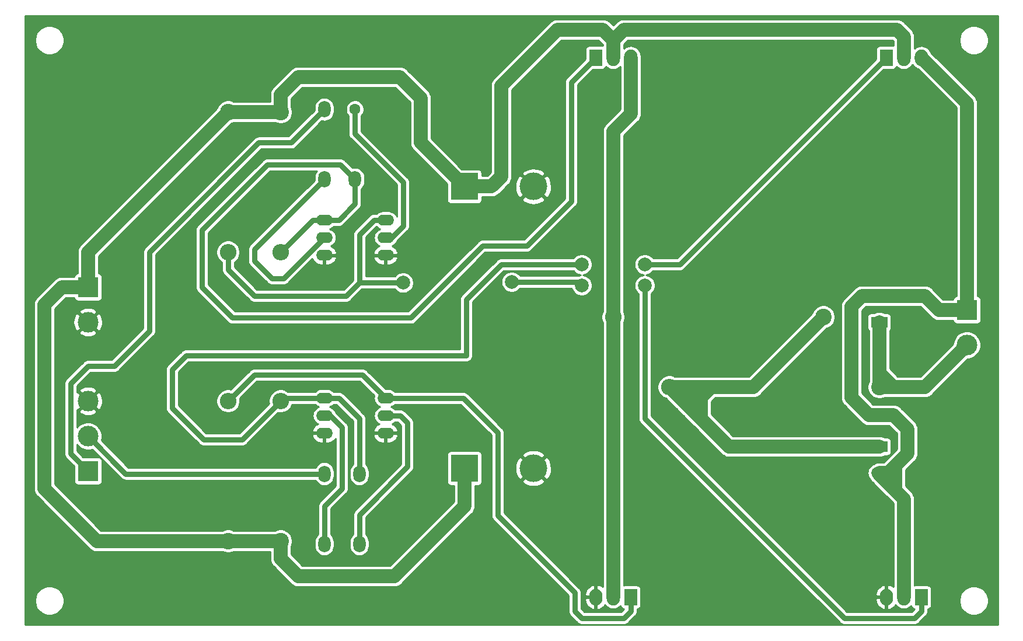
<source format=gbr>
%TF.GenerationSoftware,KiCad,Pcbnew,5.1.6*%
%TF.CreationDate,2020-07-22T11:20:34-03:00*%
%TF.ProjectId,pwm_seno,70776d5f-7365-46e6-9f2e-6b696361645f,1*%
%TF.SameCoordinates,Original*%
%TF.FileFunction,Copper,L2,Bot*%
%TF.FilePolarity,Positive*%
%FSLAX46Y46*%
G04 Gerber Fmt 4.6, Leading zero omitted, Abs format (unit mm)*
G04 Created by KiCad (PCBNEW 5.1.6) date 2020-07-22 11:20:34*
%MOMM*%
%LPD*%
G01*
G04 APERTURE LIST*
%TA.AperFunction,ComponentPad*%
%ADD10O,2.400000X2.400000*%
%TD*%
%TA.AperFunction,ComponentPad*%
%ADD11C,2.400000*%
%TD*%
%TA.AperFunction,ComponentPad*%
%ADD12O,2.400000X1.600000*%
%TD*%
%TA.AperFunction,ComponentPad*%
%ADD13R,2.400000X1.600000*%
%TD*%
%TA.AperFunction,ComponentPad*%
%ADD14R,4.000000X4.000000*%
%TD*%
%TA.AperFunction,ComponentPad*%
%ADD15C,4.000000*%
%TD*%
%TA.AperFunction,ComponentPad*%
%ADD16R,1.905000X2.400000*%
%TD*%
%TA.AperFunction,ComponentPad*%
%ADD17O,1.905000X2.400000*%
%TD*%
%TA.AperFunction,ComponentPad*%
%ADD18C,3.000000*%
%TD*%
%TA.AperFunction,ComponentPad*%
%ADD19R,3.000000X3.000000*%
%TD*%
%TA.AperFunction,ComponentPad*%
%ADD20O,1.800000X2.400000*%
%TD*%
%TA.AperFunction,ComponentPad*%
%ADD21C,1.600000*%
%TD*%
%TA.AperFunction,ViaPad*%
%ADD22C,2.000000*%
%TD*%
%TA.AperFunction,Conductor*%
%ADD23C,2.000000*%
%TD*%
%TA.AperFunction,Conductor*%
%ADD24C,0.800000*%
%TD*%
%TA.AperFunction,Conductor*%
%ADD25C,0.254000*%
%TD*%
G04 APERTURE END LIST*
D10*
%TO.P,R10,2*%
%TO.N,Net-(C4-Pad1)*%
X117348000Y-76708000D03*
D11*
%TO.P,R10,1*%
%TO.N,Net-(C5-Pad1)*%
X147828000Y-76708000D03*
%TD*%
D12*
%TO.P,C4,2*%
%TO.N,/L2*%
X147828000Y-89144000D03*
D13*
%TO.P,C4,1*%
%TO.N,Net-(C4-Pad1)*%
X147828000Y-85344000D03*
%TD*%
D14*
%TO.P,C2,1*%
%TO.N,VCC*%
X87630000Y-88495001D03*
D15*
%TO.P,C2,2*%
%TO.N,GND*%
X97630000Y-88495001D03*
%TD*%
D16*
%TO.P,Q8,1*%
%TO.N,/NFET2*%
X153924000Y-107188000D03*
D17*
%TO.P,Q8,2*%
%TO.N,/L2*%
X151384000Y-107188000D03*
%TO.P,Q8,3*%
%TO.N,GND*%
X148844000Y-107188000D03*
%TD*%
D16*
%TO.P,Q6,1*%
%TO.N,/NFET1*%
X111760000Y-107188000D03*
D17*
%TO.P,Q6,2*%
%TO.N,/L1*%
X109220000Y-107188000D03*
%TO.P,Q6,3*%
%TO.N,GND*%
X106680000Y-107188000D03*
%TD*%
D12*
%TO.P,Q4,2*%
%TO.N,Net-(Q4-Pad2)*%
X76200000Y-80840000D03*
%TO.P,Q4,3*%
%TO.N,GND*%
X76200000Y-83380000D03*
%TO.P,Q4,1*%
%TO.N,/NFET1*%
X76200000Y-78300000D03*
%TD*%
D15*
%TO.P,C1,2*%
%TO.N,GND*%
X97630000Y-47630000D03*
D14*
%TO.P,C1,1*%
%TO.N,VCC*%
X87630000Y-47630000D03*
%TD*%
D12*
%TO.P,C5,2*%
%TO.N,/L2*%
X147828000Y-63500000D03*
D13*
%TO.P,C5,1*%
%TO.N,Net-(C5-Pad1)*%
X147828000Y-67300000D03*
%TD*%
D18*
%TO.P,J1,2*%
%TO.N,GND*%
X33020000Y-67310000D03*
D19*
%TO.P,J1,1*%
%TO.N,VCC*%
X33020000Y-62230000D03*
%TD*%
%TO.P,J2,1*%
%TO.N,/PWM1*%
X33020000Y-88900000D03*
D18*
%TO.P,J2,2*%
%TO.N,/PWM2*%
X33020000Y-83820000D03*
%TO.P,J2,3*%
%TO.N,GND*%
X33020000Y-78740000D03*
%TD*%
D19*
%TO.P,LS1,1*%
%TO.N,/L2*%
X160528000Y-65532000D03*
D18*
%TO.P,LS1,2*%
%TO.N,Net-(C5-Pad1)*%
X160528000Y-70612000D03*
%TD*%
D12*
%TO.P,Q1,1*%
%TO.N,/PFET1*%
X67310000Y-52510000D03*
%TO.P,Q1,3*%
%TO.N,GND*%
X67310000Y-57590000D03*
%TO.P,Q1,2*%
%TO.N,Net-(Q1-Pad2)*%
X67310000Y-55050000D03*
%TD*%
%TO.P,Q2,2*%
%TO.N,Net-(Q2-Pad2)*%
X76200000Y-55050000D03*
%TO.P,Q2,3*%
%TO.N,GND*%
X76200000Y-57590000D03*
%TO.P,Q2,1*%
%TO.N,/NFET2*%
X76200000Y-52510000D03*
%TD*%
%TO.P,Q3,1*%
%TO.N,/PFET2*%
X67310000Y-78300000D03*
%TO.P,Q3,3*%
%TO.N,GND*%
X67310000Y-83380000D03*
%TO.P,Q3,2*%
%TO.N,Net-(Q3-Pad2)*%
X67310000Y-80840000D03*
%TD*%
D17*
%TO.P,Q5,3*%
%TO.N,/L1*%
X111760000Y-28940000D03*
%TO.P,Q5,2*%
%TO.N,VCC*%
X109220000Y-28940000D03*
D16*
%TO.P,Q5,1*%
%TO.N,/PFET1*%
X106680000Y-28940000D03*
%TD*%
D17*
%TO.P,Q7,3*%
%TO.N,/L2*%
X153924000Y-28940000D03*
%TO.P,Q7,2*%
%TO.N,VCC*%
X151384000Y-28940000D03*
D16*
%TO.P,Q7,1*%
%TO.N,/PFET2*%
X148844000Y-28940000D03*
%TD*%
D20*
%TO.P,R1,2*%
%TO.N,/PWM1*%
X67310000Y-36430000D03*
%TO.P,R1,1*%
%TO.N,Net-(Q1-Pad2)*%
X67310000Y-46590000D03*
%TD*%
D11*
%TO.P,R2,1*%
%TO.N,VCC*%
X60960000Y-36830000D03*
D10*
%TO.P,R2,2*%
%TO.N,/PFET1*%
X60960000Y-57150000D03*
%TD*%
D21*
%TO.P,R3,1*%
%TO.N,Net-(Q2-Pad2)*%
X71755000Y-36430000D03*
D20*
%TO.P,R3,2*%
%TO.N,/PFET1*%
X71755000Y-46590000D03*
%TD*%
D10*
%TO.P,R4,2*%
%TO.N,/NFET2*%
X53340000Y-57150000D03*
D11*
%TO.P,R4,1*%
%TO.N,VCC*%
X53340000Y-36830000D03*
%TD*%
D20*
%TO.P,R5,2*%
%TO.N,/PWM2*%
X67310000Y-89300000D03*
%TO.P,R5,1*%
%TO.N,Net-(Q3-Pad2)*%
X67310000Y-99460000D03*
%TD*%
D11*
%TO.P,R6,1*%
%TO.N,VCC*%
X60960000Y-99060000D03*
D10*
%TO.P,R6,2*%
%TO.N,/PFET2*%
X60960000Y-78740000D03*
%TD*%
D20*
%TO.P,R7,1*%
%TO.N,Net-(Q4-Pad2)*%
X72390000Y-99460000D03*
%TO.P,R7,2*%
%TO.N,/PFET2*%
X72390000Y-89300000D03*
%TD*%
D10*
%TO.P,R8,2*%
%TO.N,/NFET1*%
X53340000Y-78740000D03*
D11*
%TO.P,R8,1*%
%TO.N,VCC*%
X53340000Y-99060000D03*
%TD*%
%TO.P,R9,1*%
%TO.N,Net-(C4-Pad1)*%
X139700000Y-66548000D03*
D10*
%TO.P,R9,2*%
%TO.N,/L1*%
X109220000Y-66548000D03*
%TD*%
D22*
%TO.N,/NFET2*%
X78740000Y-61595000D03*
X94488000Y-61468000D03*
X113792000Y-61976000D03*
X104648000Y-61976000D03*
%TO.N,/PFET2*%
X104648000Y-58928000D03*
X113792000Y-58928000D03*
%TD*%
D23*
%TO.N,VCC*%
X60960000Y-99060000D02*
X53340000Y-99060000D01*
X60960000Y-99060000D02*
X60960000Y-101600000D01*
X60960000Y-101600000D02*
X63500000Y-104140000D01*
X63500000Y-104140000D02*
X77470000Y-104140000D01*
X87630000Y-93980000D02*
X87630000Y-88495001D01*
X77470000Y-104140000D02*
X87630000Y-93980000D01*
X33020000Y-57150000D02*
X53340000Y-36830000D01*
X33020000Y-62230000D02*
X33020000Y-57150000D01*
X53340000Y-36830000D02*
X60960000Y-36830000D01*
X29210000Y-62230000D02*
X33020000Y-62230000D01*
X26670000Y-64770000D02*
X29210000Y-62230000D01*
X26670000Y-91440000D02*
X26670000Y-64770000D01*
X34290000Y-99060000D02*
X26670000Y-91440000D01*
X53340000Y-99060000D02*
X34290000Y-99060000D01*
X63500000Y-31750000D02*
X60960000Y-34290000D01*
X78232000Y-31750000D02*
X63500000Y-31750000D01*
X81280000Y-34798000D02*
X78232000Y-31750000D01*
X60960000Y-34290000D02*
X60960000Y-36830000D01*
X81280000Y-41280000D02*
X81280000Y-34798000D01*
X87630000Y-47630000D02*
X81280000Y-41280000D01*
X91562000Y-47630000D02*
X87630000Y-47630000D01*
X92964000Y-46228000D02*
X91562000Y-47630000D01*
X92964000Y-33020000D02*
X92964000Y-46228000D01*
X101092000Y-24892000D02*
X92964000Y-33020000D01*
X107696000Y-24892000D02*
X101092000Y-24892000D01*
X109220000Y-26416000D02*
X107696000Y-24892000D01*
X109220000Y-28940000D02*
X109220000Y-26416000D01*
X110744000Y-24892000D02*
X109220000Y-26416000D01*
X150368000Y-24892000D02*
X110744000Y-24892000D01*
X151384000Y-25908000D02*
X150368000Y-24892000D01*
X151384000Y-28940000D02*
X151384000Y-25908000D01*
%TO.N,Net-(C4-Pad1)*%
X129540000Y-76708000D02*
X139700000Y-66548000D01*
X147828000Y-85344000D02*
X125984000Y-85344000D01*
X120904000Y-79248000D02*
X120396000Y-79756000D01*
X120904000Y-76708000D02*
X120904000Y-79248000D01*
X119380000Y-76708000D02*
X119380000Y-78740000D01*
X119380000Y-78740000D02*
X117348000Y-76708000D01*
X120396000Y-79756000D02*
X119380000Y-78740000D01*
X117348000Y-76708000D02*
X119380000Y-76708000D01*
X119380000Y-76708000D02*
X120904000Y-76708000D01*
X123444000Y-76708000D02*
X129540000Y-76708000D01*
X120904000Y-76708000D02*
X123444000Y-76708000D01*
X121920000Y-78232000D02*
X121920000Y-81280000D01*
X122174000Y-81534000D02*
X120396000Y-79756000D01*
X125984000Y-85344000D02*
X122174000Y-81534000D01*
X120904000Y-79248000D02*
X121920000Y-78232000D01*
X121920000Y-81280000D02*
X122174000Y-81534000D01*
X121920000Y-78232000D02*
X123444000Y-76708000D01*
%TO.N,/L2*%
X160528000Y-35544000D02*
X153924000Y-28940000D01*
X160528000Y-65532000D02*
X160528000Y-35544000D01*
X147828000Y-63500000D02*
X154432000Y-63500000D01*
X156464000Y-65532000D02*
X160528000Y-65532000D01*
X154432000Y-63500000D02*
X156464000Y-65532000D01*
X151384000Y-107188000D02*
X151384000Y-92964000D01*
X147828000Y-89408000D02*
X147828000Y-89144000D01*
X147828000Y-89144000D02*
X149108000Y-89144000D01*
X151892000Y-86360000D02*
X151892000Y-82804000D01*
X151892000Y-82804000D02*
X149860000Y-80772000D01*
X149860000Y-80772000D02*
X146304000Y-80772000D01*
X146304000Y-80772000D02*
X143764000Y-78232000D01*
X143764000Y-78232000D02*
X143764000Y-65024000D01*
X145288000Y-63500000D02*
X147828000Y-63500000D01*
X143764000Y-65024000D02*
X145288000Y-63500000D01*
X150114000Y-91186000D02*
X149860000Y-91440000D01*
X150114000Y-88138000D02*
X150114000Y-91186000D01*
X149860000Y-91440000D02*
X147828000Y-89408000D01*
X151384000Y-92964000D02*
X149860000Y-91440000D01*
X149108000Y-89144000D02*
X150114000Y-88138000D01*
X150114000Y-88138000D02*
X151892000Y-86360000D01*
D24*
%TO.N,/PWM1*%
X30480000Y-86360000D02*
X33020000Y-88900000D01*
X30480000Y-76200000D02*
X30480000Y-86360000D01*
X33020000Y-73660000D02*
X30480000Y-76200000D01*
X41910000Y-68580000D02*
X36830000Y-73660000D01*
X41910000Y-57150000D02*
X41910000Y-68580000D01*
X36830000Y-73660000D02*
X33020000Y-73660000D01*
X57785000Y-41275000D02*
X41910000Y-57150000D01*
X62465000Y-41275000D02*
X57785000Y-41275000D01*
X67310000Y-36430000D02*
X62465000Y-41275000D01*
%TO.N,/PWM2*%
X38500000Y-89300000D02*
X67310000Y-89300000D01*
X33020000Y-83820000D02*
X38500000Y-89300000D01*
%TO.N,/PFET1*%
X65600000Y-52510000D02*
X67310000Y-52510000D01*
X60960000Y-57150000D02*
X65600000Y-52510000D01*
X71755000Y-50165000D02*
X71755000Y-46590000D01*
X69410000Y-52510000D02*
X71755000Y-50165000D01*
X67310000Y-52510000D02*
X69410000Y-52510000D01*
X69615000Y-44450000D02*
X71755000Y-46590000D01*
X49530000Y-62230000D02*
X49530000Y-53975000D01*
X79824998Y-66675000D02*
X53975000Y-66675000D01*
X49530000Y-53975000D02*
X59055000Y-44450000D01*
X90267999Y-56231999D02*
X79824998Y-66675000D01*
X96676001Y-56231999D02*
X90267999Y-56231999D01*
X53975000Y-66675000D02*
X49530000Y-62230000D01*
X103124000Y-32496000D02*
X103124000Y-49784000D01*
X59055000Y-44450000D02*
X69615000Y-44450000D01*
X103124000Y-49784000D02*
X96676001Y-56231999D01*
X106680000Y-28940000D02*
X103124000Y-32496000D01*
%TO.N,Net-(Q1-Pad2)*%
X57150000Y-56750000D02*
X67310000Y-46590000D01*
X57150000Y-58420000D02*
X57150000Y-56750000D01*
X59690000Y-60960000D02*
X57150000Y-58420000D01*
X61400000Y-60960000D02*
X59690000Y-60960000D01*
X67310000Y-55050000D02*
X61400000Y-60960000D01*
%TO.N,Net-(Q2-Pad2)*%
X71755000Y-36430000D02*
X71755000Y-40005000D01*
X71755000Y-40005000D02*
X78740000Y-46990000D01*
X78740000Y-46990000D02*
X78740000Y-53340000D01*
X77030000Y-55050000D02*
X76200000Y-55050000D01*
X78740000Y-53340000D02*
X77030000Y-55050000D01*
%TO.N,/NFET2*%
X74490000Y-52510000D02*
X76200000Y-52510000D01*
X72390000Y-54610000D02*
X74490000Y-52510000D01*
X70485000Y-63500000D02*
X72390000Y-61595000D01*
X57150000Y-63500000D02*
X70485000Y-63500000D01*
X72390000Y-61595000D02*
X72390000Y-54610000D01*
X53340000Y-59690000D02*
X57150000Y-63500000D01*
X53340000Y-57150000D02*
X53340000Y-59690000D01*
X78740000Y-61595000D02*
X72390000Y-61595000D01*
X104140000Y-61468000D02*
X94488000Y-61468000D01*
X104648000Y-61976000D02*
X104140000Y-61468000D01*
X113792000Y-81280000D02*
X113792000Y-61976000D01*
X142748000Y-110236000D02*
X113792000Y-81280000D01*
X152908000Y-110236000D02*
X142748000Y-110236000D01*
X153924000Y-109220000D02*
X152908000Y-110236000D01*
X153924000Y-107188000D02*
X153924000Y-109220000D01*
%TO.N,/PFET2*%
X61400000Y-78300000D02*
X60960000Y-78740000D01*
X67310000Y-78300000D02*
X61400000Y-78300000D01*
X69410000Y-78300000D02*
X67310000Y-78300000D01*
X72390000Y-81280000D02*
X69410000Y-78300000D01*
X72390000Y-89300000D02*
X72390000Y-81280000D01*
X60960000Y-78740000D02*
X55372000Y-84328000D01*
X55372000Y-84328000D02*
X49784000Y-84328000D01*
X49784000Y-84328000D02*
X45212000Y-79756000D01*
X45212000Y-79756000D02*
X45212000Y-74168000D01*
X45212000Y-74168000D02*
X47244000Y-72136000D01*
X47244000Y-72136000D02*
X87884000Y-72136000D01*
X87884000Y-72136000D02*
X87884000Y-64008000D01*
X87884000Y-64008000D02*
X92964000Y-58928000D01*
X92964000Y-58928000D02*
X104648000Y-58928000D01*
X118856000Y-58928000D02*
X148844000Y-28940000D01*
X113792000Y-58928000D02*
X118856000Y-58928000D01*
%TO.N,Net-(Q3-Pad2)*%
X68140000Y-80840000D02*
X67310000Y-80840000D01*
X69850000Y-82550000D02*
X68140000Y-80840000D01*
X69850000Y-91440000D02*
X69850000Y-82550000D01*
X67310000Y-93980000D02*
X69850000Y-91440000D01*
X67310000Y-99460000D02*
X67310000Y-93980000D01*
%TO.N,Net-(Q4-Pad2)*%
X78300000Y-80840000D02*
X76200000Y-80840000D01*
X79375000Y-81915000D02*
X78300000Y-80840000D01*
X79375000Y-88265000D02*
X79375000Y-81915000D01*
X72390000Y-95250000D02*
X79375000Y-88265000D01*
X72390000Y-99460000D02*
X72390000Y-95250000D01*
%TO.N,/NFET1*%
X53340000Y-78740000D02*
X57150000Y-74930000D01*
X72830000Y-74930000D02*
X76200000Y-78300000D01*
X57150000Y-74930000D02*
X72830000Y-74930000D01*
X87444000Y-78300000D02*
X76200000Y-78300000D01*
X92456000Y-83312000D02*
X87444000Y-78300000D01*
X92456000Y-95348502D02*
X92456000Y-83312000D01*
X103632000Y-106524502D02*
X92456000Y-95348502D01*
X103632000Y-109220000D02*
X103632000Y-106524502D01*
X103632000Y-109220000D02*
X104648000Y-110236000D01*
X104648000Y-110236000D02*
X110744000Y-110236000D01*
X110744000Y-110236000D02*
X111760000Y-109220000D01*
X111760000Y-109220000D02*
X111760000Y-107188000D01*
D23*
%TO.N,/L1*%
X109220000Y-107188000D02*
X109220000Y-39624000D01*
X111760000Y-37084000D02*
X111760000Y-28940000D01*
X109220000Y-39624000D02*
X111760000Y-37084000D01*
%TO.N,Net-(C5-Pad1)*%
X154432000Y-76708000D02*
X160528000Y-70612000D01*
X149860000Y-76708000D02*
X147828000Y-74676000D01*
X147828000Y-74676000D02*
X147828000Y-67300000D01*
X147828000Y-76708000D02*
X147828000Y-74676000D01*
X150368000Y-76708000D02*
X149860000Y-76708000D01*
X147828000Y-76708000D02*
X150368000Y-76708000D01*
X150368000Y-76708000D02*
X154432000Y-76708000D01*
%TD*%
D25*
%TO.N,GND*%
G36*
X165056000Y-111208000D02*
G01*
X23920000Y-111208000D01*
X23920000Y-107486509D01*
X25305000Y-107486509D01*
X25305000Y-107905491D01*
X25386739Y-108316423D01*
X25547077Y-108703512D01*
X25779851Y-109051884D01*
X26076116Y-109348149D01*
X26424488Y-109580923D01*
X26811577Y-109741261D01*
X27222509Y-109823000D01*
X27641491Y-109823000D01*
X28052423Y-109741261D01*
X28439512Y-109580923D01*
X28787884Y-109348149D01*
X29084149Y-109051884D01*
X29316923Y-108703512D01*
X29477261Y-108316423D01*
X29559000Y-107905491D01*
X29559000Y-107486509D01*
X29477261Y-107075577D01*
X29316923Y-106688488D01*
X29084149Y-106340116D01*
X28787884Y-106043851D01*
X28439512Y-105811077D01*
X28052423Y-105650739D01*
X27641491Y-105569000D01*
X27222509Y-105569000D01*
X26811577Y-105650739D01*
X26424488Y-105811077D01*
X26076116Y-106043851D01*
X25779851Y-106340116D01*
X25547077Y-106688488D01*
X25386739Y-107075577D01*
X25305000Y-107486509D01*
X23920000Y-107486509D01*
X23920000Y-64770000D01*
X25135613Y-64770000D01*
X25143001Y-64845011D01*
X25143000Y-91364999D01*
X25135613Y-91440000D01*
X25143000Y-91515001D01*
X25143000Y-91515010D01*
X25165095Y-91739343D01*
X25252410Y-92027184D01*
X25394203Y-92292459D01*
X25585024Y-92524976D01*
X25643294Y-92572797D01*
X33157208Y-100086712D01*
X33205024Y-100144976D01*
X33437540Y-100335797D01*
X33702815Y-100477590D01*
X33990656Y-100564905D01*
X34214989Y-100587000D01*
X34214998Y-100587000D01*
X34289999Y-100594387D01*
X34365000Y-100587000D01*
X52516800Y-100587000D01*
X52521959Y-100590447D01*
X52836253Y-100720632D01*
X53169905Y-100787000D01*
X53510095Y-100787000D01*
X53843747Y-100720632D01*
X54158041Y-100590447D01*
X54163200Y-100587000D01*
X59433001Y-100587000D01*
X59433001Y-101524989D01*
X59425613Y-101600000D01*
X59433001Y-101675011D01*
X59455096Y-101899344D01*
X59542411Y-102187185D01*
X59684204Y-102452460D01*
X59875025Y-102684976D01*
X59933289Y-102732792D01*
X62367208Y-105166712D01*
X62415024Y-105224976D01*
X62647540Y-105415797D01*
X62912815Y-105557590D01*
X63200656Y-105644905D01*
X63424989Y-105667000D01*
X63424998Y-105667000D01*
X63499999Y-105674387D01*
X63575000Y-105667000D01*
X77394999Y-105667000D01*
X77470000Y-105674387D01*
X77545001Y-105667000D01*
X77545011Y-105667000D01*
X77769344Y-105644905D01*
X78057185Y-105557590D01*
X78322460Y-105415797D01*
X78554976Y-105224976D01*
X78602797Y-105166706D01*
X88656713Y-95112791D01*
X88714976Y-95064976D01*
X88905797Y-94832460D01*
X89047590Y-94567185D01*
X89047590Y-94567184D01*
X89134905Y-94279345D01*
X89138800Y-94239796D01*
X89157000Y-94055011D01*
X89157000Y-94055004D01*
X89164387Y-93980000D01*
X89157000Y-93904996D01*
X89157000Y-91024550D01*
X89630000Y-91024550D01*
X89733310Y-91014375D01*
X89832650Y-90984240D01*
X89924202Y-90935305D01*
X90004448Y-90869449D01*
X90070304Y-90789203D01*
X90119239Y-90697651D01*
X90149374Y-90598311D01*
X90159549Y-90495001D01*
X90159549Y-86495001D01*
X90149374Y-86391691D01*
X90119239Y-86292351D01*
X90070304Y-86200799D01*
X90004448Y-86120553D01*
X89924202Y-86054697D01*
X89832650Y-86005762D01*
X89733310Y-85975627D01*
X89630000Y-85965452D01*
X85630000Y-85965452D01*
X85526690Y-85975627D01*
X85427350Y-86005762D01*
X85335798Y-86054697D01*
X85255552Y-86120553D01*
X85189696Y-86200799D01*
X85140761Y-86292351D01*
X85110626Y-86391691D01*
X85100451Y-86495001D01*
X85100451Y-90495001D01*
X85110626Y-90598311D01*
X85140761Y-90697651D01*
X85189696Y-90789203D01*
X85255552Y-90869449D01*
X85335798Y-90935305D01*
X85427350Y-90984240D01*
X85526690Y-91014375D01*
X85630000Y-91024550D01*
X86103001Y-91024550D01*
X86103000Y-93347496D01*
X76837497Y-102613000D01*
X64132504Y-102613000D01*
X62487000Y-100967497D01*
X62487000Y-99883200D01*
X62490447Y-99878041D01*
X62620632Y-99563747D01*
X62687000Y-99230095D01*
X62687000Y-98889905D01*
X62620632Y-98556253D01*
X62490447Y-98241959D01*
X62301448Y-97959102D01*
X62060898Y-97718552D01*
X61778041Y-97529553D01*
X61463747Y-97399368D01*
X61130095Y-97333000D01*
X60789905Y-97333000D01*
X60456253Y-97399368D01*
X60141959Y-97529553D01*
X60136800Y-97533000D01*
X54163200Y-97533000D01*
X54158041Y-97529553D01*
X53843747Y-97399368D01*
X53510095Y-97333000D01*
X53169905Y-97333000D01*
X52836253Y-97399368D01*
X52521959Y-97529553D01*
X52516800Y-97533000D01*
X34922504Y-97533000D01*
X28197000Y-90807497D01*
X28197000Y-76200000D01*
X29548516Y-76200000D01*
X29553000Y-76245527D01*
X29553001Y-86314463D01*
X29548516Y-86360000D01*
X29566414Y-86541723D01*
X29619420Y-86716463D01*
X29705499Y-86877505D01*
X29792312Y-86983287D01*
X29792317Y-86983292D01*
X29821342Y-87018659D01*
X29856708Y-87047683D01*
X30990451Y-88181426D01*
X30990451Y-90400000D01*
X31000626Y-90503310D01*
X31030761Y-90602650D01*
X31079696Y-90694202D01*
X31145552Y-90774448D01*
X31225798Y-90840304D01*
X31317350Y-90889239D01*
X31416690Y-90919374D01*
X31520000Y-90929549D01*
X34520000Y-90929549D01*
X34623310Y-90919374D01*
X34722650Y-90889239D01*
X34814202Y-90840304D01*
X34894448Y-90774448D01*
X34960304Y-90694202D01*
X35009239Y-90602650D01*
X35039374Y-90503310D01*
X35049549Y-90400000D01*
X35049549Y-87400000D01*
X35039374Y-87296690D01*
X35009239Y-87197350D01*
X34960304Y-87105798D01*
X34894448Y-87025552D01*
X34814202Y-86959696D01*
X34722650Y-86910761D01*
X34623310Y-86880626D01*
X34520000Y-86870451D01*
X32301426Y-86870451D01*
X31407000Y-85976025D01*
X31407000Y-85054479D01*
X31445526Y-85112137D01*
X31727863Y-85394474D01*
X32059855Y-85616304D01*
X32428746Y-85769104D01*
X32820358Y-85847000D01*
X33219642Y-85847000D01*
X33611254Y-85769104D01*
X33644400Y-85755375D01*
X37812312Y-89923287D01*
X37841341Y-89958659D01*
X37876712Y-89987687D01*
X37982494Y-90074501D01*
X38032117Y-90101025D01*
X38143536Y-90160580D01*
X38318276Y-90213587D01*
X38454462Y-90227000D01*
X38454474Y-90227000D01*
X38499999Y-90231484D01*
X38545524Y-90227000D01*
X66027081Y-90227000D01*
X66117752Y-90396634D01*
X66296078Y-90613923D01*
X66513367Y-90792248D01*
X66761270Y-90924755D01*
X67030260Y-91006352D01*
X67310000Y-91033904D01*
X67589741Y-91006352D01*
X67858731Y-90924755D01*
X68106634Y-90792248D01*
X68323923Y-90613923D01*
X68502248Y-90396634D01*
X68634755Y-90148731D01*
X68716352Y-89879740D01*
X68737000Y-89670097D01*
X68737000Y-88929902D01*
X68716352Y-88720259D01*
X68634755Y-88451269D01*
X68502248Y-88203366D01*
X68323922Y-87986077D01*
X68106633Y-87807752D01*
X67858730Y-87675245D01*
X67589740Y-87593648D01*
X67310000Y-87566096D01*
X67030259Y-87593648D01*
X66761269Y-87675245D01*
X66513366Y-87807752D01*
X66296077Y-87986078D01*
X66117752Y-88203367D01*
X66027081Y-88373000D01*
X38883975Y-88373000D01*
X34955375Y-84444400D01*
X34969104Y-84411254D01*
X35047000Y-84019642D01*
X35047000Y-83620358D01*
X34969104Y-83228746D01*
X34816304Y-82859855D01*
X34594474Y-82527863D01*
X34312137Y-82245526D01*
X33980145Y-82023696D01*
X33611254Y-81870896D01*
X33219642Y-81793000D01*
X32820358Y-81793000D01*
X32428746Y-81870896D01*
X32059855Y-82023696D01*
X31727863Y-82245526D01*
X31445526Y-82527863D01*
X31407000Y-82585521D01*
X31407000Y-80231653D01*
X31707952Y-80231653D01*
X31863962Y-80547214D01*
X32238745Y-80738020D01*
X32643551Y-80852044D01*
X33062824Y-80884902D01*
X33480451Y-80835334D01*
X33880383Y-80705243D01*
X34176038Y-80547214D01*
X34332048Y-80231653D01*
X33020000Y-78919605D01*
X31707952Y-80231653D01*
X31407000Y-80231653D01*
X31407000Y-79992055D01*
X31528347Y-80052048D01*
X32840395Y-78740000D01*
X33199605Y-78740000D01*
X34511653Y-80052048D01*
X34827214Y-79896038D01*
X35018020Y-79521255D01*
X35132044Y-79116449D01*
X35164902Y-78697176D01*
X35115334Y-78279549D01*
X34985243Y-77879617D01*
X34827214Y-77583962D01*
X34511653Y-77427952D01*
X33199605Y-78740000D01*
X32840395Y-78740000D01*
X31528347Y-77427952D01*
X31407000Y-77487945D01*
X31407000Y-77248347D01*
X31707952Y-77248347D01*
X33020000Y-78560395D01*
X34332048Y-77248347D01*
X34176038Y-76932786D01*
X33801255Y-76741980D01*
X33396449Y-76627956D01*
X32977176Y-76595098D01*
X32559549Y-76644666D01*
X32159617Y-76774757D01*
X31863962Y-76932786D01*
X31707952Y-77248347D01*
X31407000Y-77248347D01*
X31407000Y-76583975D01*
X33403976Y-74587000D01*
X36784473Y-74587000D01*
X36830000Y-74591484D01*
X36875527Y-74587000D01*
X36875538Y-74587000D01*
X37011724Y-74573587D01*
X37186464Y-74520580D01*
X37347505Y-74434501D01*
X37488659Y-74318659D01*
X37517688Y-74283287D01*
X37632975Y-74168000D01*
X44280516Y-74168000D01*
X44285001Y-74213537D01*
X44285000Y-79710473D01*
X44280516Y-79756000D01*
X44285000Y-79801527D01*
X44285000Y-79801537D01*
X44298413Y-79937723D01*
X44334093Y-80055344D01*
X44351420Y-80112463D01*
X44437499Y-80273505D01*
X44524312Y-80379287D01*
X44553341Y-80414659D01*
X44588713Y-80443688D01*
X49096316Y-84951292D01*
X49125341Y-84986659D01*
X49160708Y-85015684D01*
X49160711Y-85015687D01*
X49266494Y-85102501D01*
X49352573Y-85148511D01*
X49427536Y-85188580D01*
X49602276Y-85241587D01*
X49738462Y-85255000D01*
X49738474Y-85255000D01*
X49783999Y-85259484D01*
X49829524Y-85255000D01*
X55326473Y-85255000D01*
X55372000Y-85259484D01*
X55417527Y-85255000D01*
X55417538Y-85255000D01*
X55553724Y-85241587D01*
X55728464Y-85188580D01*
X55889505Y-85102501D01*
X56030659Y-84986659D01*
X56059688Y-84951287D01*
X57281936Y-83729039D01*
X65518096Y-83729039D01*
X65535633Y-83811818D01*
X65646285Y-84071646D01*
X65805500Y-84304895D01*
X66007161Y-84502601D01*
X66243517Y-84657166D01*
X66505486Y-84762650D01*
X66783000Y-84815000D01*
X67183000Y-84815000D01*
X67183000Y-83507000D01*
X65640085Y-83507000D01*
X65518096Y-83729039D01*
X57281936Y-83729039D01*
X60584778Y-80426197D01*
X60789905Y-80467000D01*
X61130095Y-80467000D01*
X61463747Y-80400632D01*
X61778041Y-80270447D01*
X62060898Y-80081448D01*
X62301448Y-79840898D01*
X62490447Y-79558041D01*
X62620632Y-79243747D01*
X62623963Y-79227000D01*
X65954106Y-79227000D01*
X65967130Y-79242870D01*
X66169192Y-79408698D01*
X66399722Y-79531919D01*
X66525257Y-79570000D01*
X66399722Y-79608081D01*
X66169192Y-79731302D01*
X65967130Y-79897130D01*
X65801302Y-80099192D01*
X65678081Y-80329722D01*
X65602201Y-80579863D01*
X65576580Y-80840000D01*
X65602201Y-81100137D01*
X65678081Y-81350278D01*
X65801302Y-81580808D01*
X65967130Y-81782870D01*
X66169192Y-81948698D01*
X66365596Y-82053678D01*
X66243517Y-82102834D01*
X66007161Y-82257399D01*
X65805500Y-82455105D01*
X65646285Y-82688354D01*
X65535633Y-82948182D01*
X65518096Y-83030961D01*
X65640085Y-83253000D01*
X67183000Y-83253000D01*
X67183000Y-83233000D01*
X67437000Y-83233000D01*
X67437000Y-83253000D01*
X67457000Y-83253000D01*
X67457000Y-83507000D01*
X67437000Y-83507000D01*
X67437000Y-84815000D01*
X67837000Y-84815000D01*
X68114514Y-84762650D01*
X68376483Y-84657166D01*
X68612839Y-84502601D01*
X68814500Y-84304895D01*
X68923001Y-84145942D01*
X68923000Y-91056024D01*
X66686708Y-93292317D01*
X66651342Y-93321341D01*
X66622317Y-93356708D01*
X66622312Y-93356713D01*
X66535499Y-93462495D01*
X66449420Y-93623537D01*
X66396414Y-93798277D01*
X66378516Y-93980000D01*
X66383001Y-94025537D01*
X66383000Y-98074741D01*
X66296077Y-98146078D01*
X66117752Y-98363367D01*
X65985245Y-98611270D01*
X65903648Y-98880260D01*
X65883000Y-99089903D01*
X65883000Y-99830098D01*
X65903648Y-100039741D01*
X65985245Y-100308731D01*
X66117752Y-100556634D01*
X66296078Y-100773923D01*
X66513367Y-100952248D01*
X66761270Y-101084755D01*
X67030260Y-101166352D01*
X67310000Y-101193904D01*
X67589741Y-101166352D01*
X67858731Y-101084755D01*
X68106634Y-100952248D01*
X68323923Y-100773923D01*
X68502248Y-100556634D01*
X68634755Y-100308731D01*
X68716352Y-100039740D01*
X68737000Y-99830097D01*
X68737000Y-99089902D01*
X68716352Y-98880259D01*
X68634755Y-98611269D01*
X68502248Y-98363366D01*
X68323922Y-98146077D01*
X68237000Y-98074742D01*
X68237000Y-94363975D01*
X70473293Y-92127683D01*
X70508659Y-92098659D01*
X70537684Y-92063292D01*
X70537687Y-92063289D01*
X70624501Y-91957506D01*
X70710579Y-91796465D01*
X70710580Y-91796464D01*
X70763587Y-91621724D01*
X70777000Y-91485538D01*
X70777000Y-91485526D01*
X70781484Y-91440001D01*
X70777000Y-91394476D01*
X70777000Y-82595526D01*
X70781484Y-82549999D01*
X70777000Y-82504472D01*
X70777000Y-82504462D01*
X70763587Y-82368276D01*
X70710580Y-82193536D01*
X70636264Y-82054501D01*
X70624501Y-82032494D01*
X70537688Y-81926712D01*
X70537684Y-81926708D01*
X70508659Y-81891341D01*
X70473292Y-81862316D01*
X68942451Y-80331476D01*
X68941919Y-80329722D01*
X68818698Y-80099192D01*
X68652870Y-79897130D01*
X68450808Y-79731302D01*
X68220278Y-79608081D01*
X68094743Y-79570000D01*
X68220278Y-79531919D01*
X68450808Y-79408698D01*
X68652870Y-79242870D01*
X68665894Y-79227000D01*
X69026025Y-79227000D01*
X71463001Y-81663977D01*
X71463000Y-87914741D01*
X71376077Y-87986078D01*
X71197752Y-88203367D01*
X71065245Y-88451270D01*
X70983648Y-88720260D01*
X70963000Y-88929903D01*
X70963000Y-89670098D01*
X70983648Y-89879741D01*
X71065245Y-90148731D01*
X71197752Y-90396634D01*
X71376078Y-90613923D01*
X71593367Y-90792248D01*
X71841270Y-90924755D01*
X72110260Y-91006352D01*
X72390000Y-91033904D01*
X72669741Y-91006352D01*
X72938731Y-90924755D01*
X73186634Y-90792248D01*
X73403923Y-90613923D01*
X73582248Y-90396634D01*
X73714755Y-90148731D01*
X73796352Y-89879740D01*
X73817000Y-89670097D01*
X73817000Y-88929902D01*
X73796352Y-88720259D01*
X73714755Y-88451269D01*
X73582248Y-88203366D01*
X73403922Y-87986077D01*
X73317000Y-87914742D01*
X73317000Y-83729039D01*
X74408096Y-83729039D01*
X74425633Y-83811818D01*
X74536285Y-84071646D01*
X74695500Y-84304895D01*
X74897161Y-84502601D01*
X75133517Y-84657166D01*
X75395486Y-84762650D01*
X75673000Y-84815000D01*
X76073000Y-84815000D01*
X76073000Y-83507000D01*
X76327000Y-83507000D01*
X76327000Y-84815000D01*
X76727000Y-84815000D01*
X77004514Y-84762650D01*
X77266483Y-84657166D01*
X77502839Y-84502601D01*
X77704500Y-84304895D01*
X77863715Y-84071646D01*
X77974367Y-83811818D01*
X77991904Y-83729039D01*
X77869915Y-83507000D01*
X76327000Y-83507000D01*
X76073000Y-83507000D01*
X74530085Y-83507000D01*
X74408096Y-83729039D01*
X73317000Y-83729039D01*
X73317000Y-81325524D01*
X73321484Y-81279999D01*
X73317000Y-81234474D01*
X73317000Y-81234462D01*
X73303587Y-81098276D01*
X73250580Y-80923536D01*
X73175307Y-80782711D01*
X73164501Y-80762494D01*
X73077687Y-80656711D01*
X73077684Y-80656708D01*
X73048659Y-80621341D01*
X73013292Y-80592316D01*
X70097687Y-77676712D01*
X70068659Y-77641341D01*
X69927505Y-77525499D01*
X69766464Y-77439420D01*
X69591724Y-77386413D01*
X69455538Y-77373000D01*
X69455527Y-77373000D01*
X69410000Y-77368516D01*
X69364473Y-77373000D01*
X68665894Y-77373000D01*
X68652870Y-77357130D01*
X68450808Y-77191302D01*
X68220278Y-77068081D01*
X67970137Y-76992201D01*
X67775184Y-76973000D01*
X66844816Y-76973000D01*
X66649863Y-76992201D01*
X66399722Y-77068081D01*
X66169192Y-77191302D01*
X65967130Y-77357130D01*
X65954106Y-77373000D01*
X62022657Y-77373000D01*
X61778041Y-77209553D01*
X61463747Y-77079368D01*
X61130095Y-77013000D01*
X60789905Y-77013000D01*
X60456253Y-77079368D01*
X60141959Y-77209553D01*
X59859102Y-77398552D01*
X59618552Y-77639102D01*
X59429553Y-77921959D01*
X59299368Y-78236253D01*
X59233000Y-78569905D01*
X59233000Y-78910095D01*
X59273803Y-79115222D01*
X54988025Y-83401000D01*
X50167976Y-83401000D01*
X46139000Y-79372025D01*
X46139000Y-74551975D01*
X47627976Y-73063000D01*
X87838462Y-73063000D01*
X87884000Y-73067485D01*
X87929537Y-73063000D01*
X87929538Y-73063000D01*
X88065724Y-73049587D01*
X88240464Y-72996580D01*
X88401505Y-72910501D01*
X88542659Y-72794659D01*
X88658501Y-72653505D01*
X88744580Y-72492464D01*
X88797587Y-72317724D01*
X88815485Y-72136000D01*
X88811000Y-72090462D01*
X88811000Y-64391975D01*
X93347976Y-59855000D01*
X103430894Y-59855000D01*
X103461901Y-59901406D01*
X103674594Y-60114099D01*
X103924694Y-60281210D01*
X104202590Y-60396319D01*
X104482522Y-60452000D01*
X104202590Y-60507681D01*
X104130786Y-60537424D01*
X104094473Y-60541000D01*
X95705106Y-60541000D01*
X95674099Y-60494594D01*
X95461406Y-60281901D01*
X95211306Y-60114790D01*
X94933410Y-59999681D01*
X94638396Y-59941000D01*
X94337604Y-59941000D01*
X94042590Y-59999681D01*
X93764694Y-60114790D01*
X93514594Y-60281901D01*
X93301901Y-60494594D01*
X93134790Y-60744694D01*
X93019681Y-61022590D01*
X92961000Y-61317604D01*
X92961000Y-61618396D01*
X93019681Y-61913410D01*
X93134790Y-62191306D01*
X93301901Y-62441406D01*
X93514594Y-62654099D01*
X93764694Y-62821210D01*
X94042590Y-62936319D01*
X94337604Y-62995000D01*
X94638396Y-62995000D01*
X94933410Y-62936319D01*
X95211306Y-62821210D01*
X95461406Y-62654099D01*
X95674099Y-62441406D01*
X95705106Y-62395000D01*
X103174428Y-62395000D01*
X103179681Y-62421410D01*
X103294790Y-62699306D01*
X103461901Y-62949406D01*
X103674594Y-63162099D01*
X103924694Y-63329210D01*
X104202590Y-63444319D01*
X104497604Y-63503000D01*
X104798396Y-63503000D01*
X105093410Y-63444319D01*
X105371306Y-63329210D01*
X105621406Y-63162099D01*
X105834099Y-62949406D01*
X106001210Y-62699306D01*
X106116319Y-62421410D01*
X106175000Y-62126396D01*
X106175000Y-61825604D01*
X106116319Y-61530590D01*
X106001210Y-61252694D01*
X105834099Y-61002594D01*
X105621406Y-60789901D01*
X105371306Y-60622790D01*
X105093410Y-60507681D01*
X104813478Y-60452000D01*
X105093410Y-60396319D01*
X105371306Y-60281210D01*
X105621406Y-60114099D01*
X105834099Y-59901406D01*
X106001210Y-59651306D01*
X106116319Y-59373410D01*
X106175000Y-59078396D01*
X106175000Y-58777604D01*
X106116319Y-58482590D01*
X106001210Y-58204694D01*
X105834099Y-57954594D01*
X105621406Y-57741901D01*
X105371306Y-57574790D01*
X105093410Y-57459681D01*
X104798396Y-57401000D01*
X104497604Y-57401000D01*
X104202590Y-57459681D01*
X103924694Y-57574790D01*
X103674594Y-57741901D01*
X103461901Y-57954594D01*
X103430894Y-58001000D01*
X93009527Y-58001000D01*
X92964000Y-57996516D01*
X92918473Y-58001000D01*
X92918462Y-58001000D01*
X92782276Y-58014413D01*
X92620175Y-58063586D01*
X92607536Y-58067420D01*
X92446494Y-58153499D01*
X92340712Y-58240312D01*
X92340708Y-58240316D01*
X92305341Y-58269341D01*
X92276316Y-58304708D01*
X87260709Y-63320316D01*
X87225342Y-63349341D01*
X87196317Y-63384708D01*
X87196312Y-63384713D01*
X87109499Y-63490495D01*
X87023420Y-63651537D01*
X86995588Y-63743289D01*
X86978584Y-63799345D01*
X86970414Y-63826277D01*
X86952516Y-64008000D01*
X86957001Y-64053537D01*
X86957000Y-71209000D01*
X47289527Y-71209000D01*
X47244000Y-71204516D01*
X47198473Y-71209000D01*
X47198462Y-71209000D01*
X47062276Y-71222413D01*
X46887536Y-71275420D01*
X46726494Y-71361499D01*
X46620712Y-71448312D01*
X46620708Y-71448316D01*
X46585341Y-71477341D01*
X46556316Y-71512708D01*
X44588708Y-73480317D01*
X44553342Y-73509341D01*
X44524317Y-73544708D01*
X44524312Y-73544713D01*
X44437499Y-73650495D01*
X44351420Y-73811537D01*
X44314493Y-73933270D01*
X44298414Y-73986276D01*
X44296767Y-74003000D01*
X44280516Y-74168000D01*
X37632975Y-74168000D01*
X42533292Y-69267684D01*
X42568659Y-69238659D01*
X42597684Y-69203292D01*
X42597688Y-69203288D01*
X42684501Y-69097506D01*
X42770580Y-68936464D01*
X42823587Y-68761724D01*
X42837000Y-68625538D01*
X42837000Y-68625527D01*
X42841484Y-68580000D01*
X42837000Y-68534473D01*
X42837000Y-57533975D01*
X58168976Y-42202000D01*
X62419473Y-42202000D01*
X62465000Y-42206484D01*
X62510527Y-42202000D01*
X62510538Y-42202000D01*
X62646724Y-42188587D01*
X62821464Y-42135580D01*
X62982505Y-42049501D01*
X63123659Y-41933659D01*
X63152688Y-41898287D01*
X66941537Y-38109438D01*
X67030260Y-38136352D01*
X67310000Y-38163904D01*
X67589741Y-38136352D01*
X67858731Y-38054755D01*
X68106634Y-37922248D01*
X68323923Y-37743923D01*
X68502248Y-37526634D01*
X68634755Y-37278731D01*
X68716352Y-37009740D01*
X68737000Y-36800097D01*
X68737000Y-36059902D01*
X68716352Y-35850259D01*
X68634755Y-35581269D01*
X68502248Y-35333366D01*
X68323922Y-35116077D01*
X68106633Y-34937752D01*
X67858730Y-34805245D01*
X67589740Y-34723648D01*
X67310000Y-34696096D01*
X67030259Y-34723648D01*
X66761269Y-34805245D01*
X66513366Y-34937752D01*
X66296077Y-35116078D01*
X66117752Y-35333367D01*
X65985245Y-35581270D01*
X65903648Y-35850260D01*
X65883000Y-36059903D01*
X65883000Y-36546024D01*
X62081025Y-40348000D01*
X57830524Y-40348000D01*
X57784999Y-40343516D01*
X57739474Y-40348000D01*
X57739462Y-40348000D01*
X57603276Y-40361413D01*
X57428536Y-40414420D01*
X57353573Y-40454489D01*
X57267494Y-40500499D01*
X57161712Y-40587312D01*
X57161708Y-40587316D01*
X57126341Y-40616341D01*
X57097316Y-40651708D01*
X41286713Y-56462312D01*
X41251341Y-56491341D01*
X41222313Y-56526712D01*
X41222312Y-56526713D01*
X41135499Y-56632495D01*
X41118069Y-56665105D01*
X41049420Y-56793537D01*
X40996413Y-56968277D01*
X40983000Y-57104463D01*
X40983000Y-57104473D01*
X40978516Y-57150000D01*
X40983000Y-57195527D01*
X40983001Y-68196023D01*
X36446025Y-72733000D01*
X33065524Y-72733000D01*
X33019999Y-72728516D01*
X32974474Y-72733000D01*
X32974462Y-72733000D01*
X32838276Y-72746413D01*
X32663536Y-72799420D01*
X32588573Y-72839489D01*
X32502494Y-72885499D01*
X32396711Y-72972313D01*
X32396708Y-72972316D01*
X32361341Y-73001341D01*
X32332316Y-73036708D01*
X29856713Y-75512312D01*
X29821341Y-75541341D01*
X29792313Y-75576712D01*
X29792312Y-75576713D01*
X29705499Y-75682495D01*
X29693737Y-75704501D01*
X29619420Y-75843537D01*
X29566413Y-76018277D01*
X29553000Y-76154463D01*
X29553000Y-76154473D01*
X29548516Y-76200000D01*
X28197000Y-76200000D01*
X28197000Y-68801653D01*
X31707952Y-68801653D01*
X31863962Y-69117214D01*
X32238745Y-69308020D01*
X32643551Y-69422044D01*
X33062824Y-69454902D01*
X33480451Y-69405334D01*
X33880383Y-69275243D01*
X34176038Y-69117214D01*
X34332048Y-68801653D01*
X33020000Y-67489605D01*
X31707952Y-68801653D01*
X28197000Y-68801653D01*
X28197000Y-67352824D01*
X30875098Y-67352824D01*
X30924666Y-67770451D01*
X31054757Y-68170383D01*
X31212786Y-68466038D01*
X31528347Y-68622048D01*
X32840395Y-67310000D01*
X33199605Y-67310000D01*
X34511653Y-68622048D01*
X34827214Y-68466038D01*
X35018020Y-68091255D01*
X35132044Y-67686449D01*
X35164902Y-67267176D01*
X35115334Y-66849549D01*
X34985243Y-66449617D01*
X34827214Y-66153962D01*
X34511653Y-65997952D01*
X33199605Y-67310000D01*
X32840395Y-67310000D01*
X31528347Y-65997952D01*
X31212786Y-66153962D01*
X31021980Y-66528745D01*
X30907956Y-66933551D01*
X30875098Y-67352824D01*
X28197000Y-67352824D01*
X28197000Y-65818347D01*
X31707952Y-65818347D01*
X33020000Y-67130395D01*
X34332048Y-65818347D01*
X34176038Y-65502786D01*
X33801255Y-65311980D01*
X33396449Y-65197956D01*
X32977176Y-65165098D01*
X32559549Y-65214666D01*
X32159617Y-65344757D01*
X31863962Y-65502786D01*
X31707952Y-65818347D01*
X28197000Y-65818347D01*
X28197000Y-65402503D01*
X29842504Y-63757000D01*
X30993110Y-63757000D01*
X31000626Y-63833310D01*
X31030761Y-63932650D01*
X31079696Y-64024202D01*
X31145552Y-64104448D01*
X31225798Y-64170304D01*
X31317350Y-64219239D01*
X31416690Y-64249374D01*
X31520000Y-64259549D01*
X34520000Y-64259549D01*
X34623310Y-64249374D01*
X34722650Y-64219239D01*
X34814202Y-64170304D01*
X34894448Y-64104448D01*
X34960304Y-64024202D01*
X35009239Y-63932650D01*
X35039374Y-63833310D01*
X35049549Y-63730000D01*
X35049549Y-60730000D01*
X35039374Y-60626690D01*
X35009239Y-60527350D01*
X34960304Y-60435798D01*
X34894448Y-60355552D01*
X34814202Y-60289696D01*
X34722650Y-60240761D01*
X34623310Y-60210626D01*
X34547000Y-60203110D01*
X34547000Y-57782503D01*
X53837661Y-38491842D01*
X53843747Y-38490632D01*
X54158041Y-38360447D01*
X54163200Y-38357000D01*
X60136800Y-38357000D01*
X60141959Y-38360447D01*
X60456253Y-38490632D01*
X60789905Y-38557000D01*
X61130095Y-38557000D01*
X61463747Y-38490632D01*
X61778041Y-38360447D01*
X62060898Y-38171448D01*
X62301448Y-37930898D01*
X62490447Y-37648041D01*
X62620632Y-37333747D01*
X62687000Y-37000095D01*
X62687000Y-36659905D01*
X62620632Y-36326253D01*
X62490447Y-36011959D01*
X62487000Y-36006800D01*
X62487000Y-34922503D01*
X64132504Y-33277000D01*
X77599497Y-33277000D01*
X79753001Y-35430505D01*
X79753000Y-41204999D01*
X79745613Y-41280000D01*
X79753000Y-41355001D01*
X79753000Y-41355010D01*
X79775095Y-41579343D01*
X79862410Y-41867184D01*
X80004203Y-42132459D01*
X80195024Y-42364976D01*
X80253294Y-42412797D01*
X85100451Y-47259955D01*
X85100451Y-49630000D01*
X85110626Y-49733310D01*
X85140761Y-49832650D01*
X85189696Y-49924202D01*
X85255552Y-50004448D01*
X85335798Y-50070304D01*
X85427350Y-50119239D01*
X85526690Y-50149374D01*
X85630000Y-50159549D01*
X89630000Y-50159549D01*
X89733310Y-50149374D01*
X89832650Y-50119239D01*
X89924202Y-50070304D01*
X90004448Y-50004448D01*
X90070304Y-49924202D01*
X90119239Y-49832650D01*
X90149374Y-49733310D01*
X90159549Y-49630000D01*
X90159549Y-49477499D01*
X95962106Y-49477499D01*
X96178228Y-49844258D01*
X96638105Y-50084938D01*
X97136098Y-50231275D01*
X97653071Y-50277648D01*
X98169159Y-50222273D01*
X98664526Y-50067279D01*
X99081772Y-49844258D01*
X99297894Y-49477499D01*
X97630000Y-47809605D01*
X95962106Y-49477499D01*
X90159549Y-49477499D01*
X90159549Y-49157000D01*
X91486999Y-49157000D01*
X91562000Y-49164387D01*
X91637001Y-49157000D01*
X91637011Y-49157000D01*
X91861344Y-49134905D01*
X92149185Y-49047590D01*
X92414460Y-48905797D01*
X92646976Y-48714976D01*
X92694796Y-48656707D01*
X93698432Y-47653071D01*
X94982352Y-47653071D01*
X95037727Y-48169159D01*
X95192721Y-48664526D01*
X95415742Y-49081772D01*
X95782501Y-49297894D01*
X97450395Y-47630000D01*
X97809605Y-47630000D01*
X99477499Y-49297894D01*
X99844258Y-49081772D01*
X100084938Y-48621895D01*
X100231275Y-48123902D01*
X100277648Y-47606929D01*
X100222273Y-47090841D01*
X100067279Y-46595474D01*
X99844258Y-46178228D01*
X99477499Y-45962106D01*
X97809605Y-47630000D01*
X97450395Y-47630000D01*
X95782501Y-45962106D01*
X95415742Y-46178228D01*
X95175062Y-46638105D01*
X95028725Y-47136098D01*
X94982352Y-47653071D01*
X93698432Y-47653071D01*
X93990711Y-47360793D01*
X94048976Y-47312976D01*
X94239797Y-47080460D01*
X94381590Y-46815185D01*
X94468905Y-46527344D01*
X94491000Y-46303011D01*
X94491000Y-46303002D01*
X94498387Y-46228001D01*
X94491000Y-46153000D01*
X94491000Y-45782501D01*
X95962106Y-45782501D01*
X97630000Y-47450395D01*
X99297894Y-45782501D01*
X99081772Y-45415742D01*
X98621895Y-45175062D01*
X98123902Y-45028725D01*
X97606929Y-44982352D01*
X97090841Y-45037727D01*
X96595474Y-45192721D01*
X96178228Y-45415742D01*
X95962106Y-45782501D01*
X94491000Y-45782501D01*
X94491000Y-33652503D01*
X101724504Y-26419000D01*
X107063497Y-26419000D01*
X107693001Y-27048504D01*
X107693001Y-27216410D01*
X107632500Y-27210451D01*
X105727500Y-27210451D01*
X105624190Y-27220626D01*
X105524850Y-27250761D01*
X105433298Y-27299696D01*
X105353052Y-27365552D01*
X105287196Y-27445798D01*
X105238261Y-27537350D01*
X105208126Y-27636690D01*
X105197951Y-27740000D01*
X105197951Y-29111073D01*
X102500713Y-31808312D01*
X102465341Y-31837341D01*
X102436313Y-31872712D01*
X102436312Y-31872713D01*
X102349499Y-31978495D01*
X102311629Y-32049345D01*
X102263420Y-32139537D01*
X102210413Y-32314277D01*
X102197000Y-32450463D01*
X102197000Y-32450473D01*
X102192516Y-32496000D01*
X102197000Y-32541527D01*
X102197001Y-49400023D01*
X96292026Y-55304999D01*
X90313526Y-55304999D01*
X90267999Y-55300515D01*
X90222472Y-55304999D01*
X90222461Y-55304999D01*
X90086275Y-55318412D01*
X89911535Y-55371419D01*
X89750493Y-55457497D01*
X89644711Y-55544311D01*
X89644707Y-55544315D01*
X89609340Y-55573340D01*
X89580315Y-55608707D01*
X79441023Y-65748000D01*
X54358976Y-65748000D01*
X50457000Y-61846025D01*
X50457000Y-56979905D01*
X51613000Y-56979905D01*
X51613000Y-57320095D01*
X51679368Y-57653747D01*
X51809553Y-57968041D01*
X51998552Y-58250898D01*
X52239102Y-58491448D01*
X52413001Y-58607643D01*
X52413001Y-59644463D01*
X52408516Y-59690000D01*
X52413001Y-59735537D01*
X52413001Y-59735538D01*
X52425209Y-59859484D01*
X52426414Y-59871723D01*
X52479420Y-60046463D01*
X52565499Y-60207505D01*
X52652312Y-60313287D01*
X52652317Y-60313292D01*
X52681342Y-60348659D01*
X52716708Y-60377683D01*
X56462316Y-64123292D01*
X56491341Y-64158659D01*
X56526708Y-64187684D01*
X56526712Y-64187688D01*
X56632494Y-64274502D01*
X56793536Y-64360580D01*
X56968276Y-64413587D01*
X57104462Y-64427000D01*
X57104473Y-64427000D01*
X57150000Y-64431484D01*
X57195527Y-64427000D01*
X70439473Y-64427000D01*
X70485000Y-64431484D01*
X70530527Y-64427000D01*
X70530538Y-64427000D01*
X70666724Y-64413587D01*
X70841464Y-64360580D01*
X71002505Y-64274501D01*
X71143659Y-64158659D01*
X71172688Y-64123287D01*
X72773976Y-62522000D01*
X77522894Y-62522000D01*
X77553901Y-62568406D01*
X77766594Y-62781099D01*
X78016694Y-62948210D01*
X78294590Y-63063319D01*
X78589604Y-63122000D01*
X78890396Y-63122000D01*
X79185410Y-63063319D01*
X79463306Y-62948210D01*
X79713406Y-62781099D01*
X79926099Y-62568406D01*
X80093210Y-62318306D01*
X80208319Y-62040410D01*
X80267000Y-61745396D01*
X80267000Y-61444604D01*
X80208319Y-61149590D01*
X80093210Y-60871694D01*
X79926099Y-60621594D01*
X79713406Y-60408901D01*
X79463306Y-60241790D01*
X79185410Y-60126681D01*
X78890396Y-60068000D01*
X78589604Y-60068000D01*
X78294590Y-60126681D01*
X78016694Y-60241790D01*
X77766594Y-60408901D01*
X77553901Y-60621594D01*
X77522894Y-60668000D01*
X73317000Y-60668000D01*
X73317000Y-57939039D01*
X74408096Y-57939039D01*
X74425633Y-58021818D01*
X74536285Y-58281646D01*
X74695500Y-58514895D01*
X74897161Y-58712601D01*
X75133517Y-58867166D01*
X75395486Y-58972650D01*
X75673000Y-59025000D01*
X76073000Y-59025000D01*
X76073000Y-57717000D01*
X76327000Y-57717000D01*
X76327000Y-59025000D01*
X76727000Y-59025000D01*
X77004514Y-58972650D01*
X77266483Y-58867166D01*
X77502839Y-58712601D01*
X77704500Y-58514895D01*
X77863715Y-58281646D01*
X77974367Y-58021818D01*
X77991904Y-57939039D01*
X77869915Y-57717000D01*
X76327000Y-57717000D01*
X76073000Y-57717000D01*
X74530085Y-57717000D01*
X74408096Y-57939039D01*
X73317000Y-57939039D01*
X73317000Y-54993975D01*
X74857666Y-53453310D01*
X75059192Y-53618698D01*
X75289722Y-53741919D01*
X75415257Y-53780000D01*
X75289722Y-53818081D01*
X75059192Y-53941302D01*
X74857130Y-54107130D01*
X74691302Y-54309192D01*
X74568081Y-54539722D01*
X74492201Y-54789863D01*
X74466580Y-55050000D01*
X74492201Y-55310137D01*
X74568081Y-55560278D01*
X74691302Y-55790808D01*
X74857130Y-55992870D01*
X75059192Y-56158698D01*
X75255596Y-56263678D01*
X75133517Y-56312834D01*
X74897161Y-56467399D01*
X74695500Y-56665105D01*
X74536285Y-56898354D01*
X74425633Y-57158182D01*
X74408096Y-57240961D01*
X74530085Y-57463000D01*
X76073000Y-57463000D01*
X76073000Y-57443000D01*
X76327000Y-57443000D01*
X76327000Y-57463000D01*
X77869915Y-57463000D01*
X77991904Y-57240961D01*
X77974367Y-57158182D01*
X77863715Y-56898354D01*
X77704500Y-56665105D01*
X77502839Y-56467399D01*
X77266483Y-56312834D01*
X77144404Y-56263678D01*
X77340808Y-56158698D01*
X77542870Y-55992870D01*
X77708698Y-55790808D01*
X77831919Y-55560278D01*
X77832451Y-55558524D01*
X79363292Y-54027684D01*
X79398659Y-53998659D01*
X79427684Y-53963292D01*
X79427688Y-53963288D01*
X79514501Y-53857506D01*
X79572274Y-53749420D01*
X79600580Y-53696464D01*
X79653587Y-53521724D01*
X79667000Y-53385538D01*
X79667000Y-53385528D01*
X79671484Y-53340001D01*
X79667000Y-53294474D01*
X79667000Y-47035527D01*
X79671484Y-46990000D01*
X79667000Y-46944473D01*
X79667000Y-46944462D01*
X79653587Y-46808276D01*
X79600580Y-46633536D01*
X79514502Y-46472494D01*
X79427688Y-46366712D01*
X79427684Y-46366708D01*
X79398659Y-46331341D01*
X79363294Y-46302318D01*
X72682000Y-39621025D01*
X72682000Y-37379661D01*
X72785748Y-37275913D01*
X72930972Y-37058570D01*
X73031004Y-36817072D01*
X73082000Y-36560698D01*
X73082000Y-36299302D01*
X73031004Y-36042928D01*
X72930972Y-35801430D01*
X72785748Y-35584087D01*
X72600913Y-35399252D01*
X72383570Y-35254028D01*
X72142072Y-35153996D01*
X71885698Y-35103000D01*
X71624302Y-35103000D01*
X71367928Y-35153996D01*
X71126430Y-35254028D01*
X70909087Y-35399252D01*
X70724252Y-35584087D01*
X70579028Y-35801430D01*
X70478996Y-36042928D01*
X70428000Y-36299302D01*
X70428000Y-36560698D01*
X70478996Y-36817072D01*
X70579028Y-37058570D01*
X70724252Y-37275913D01*
X70828000Y-37379661D01*
X70828001Y-39959463D01*
X70823516Y-40005000D01*
X70841414Y-40186723D01*
X70894420Y-40361463D01*
X70980499Y-40522505D01*
X71067312Y-40628287D01*
X71067317Y-40628292D01*
X71096342Y-40663659D01*
X71131709Y-40692684D01*
X77813000Y-47373976D01*
X77813001Y-51964329D01*
X77708698Y-51769192D01*
X77542870Y-51567130D01*
X77340808Y-51401302D01*
X77110278Y-51278081D01*
X76860137Y-51202201D01*
X76665184Y-51183000D01*
X75734816Y-51183000D01*
X75539863Y-51202201D01*
X75289722Y-51278081D01*
X75059192Y-51401302D01*
X74857130Y-51567130D01*
X74844106Y-51583000D01*
X74535524Y-51583000D01*
X74489999Y-51578516D01*
X74444474Y-51583000D01*
X74444462Y-51583000D01*
X74308276Y-51596413D01*
X74133536Y-51649420D01*
X74058573Y-51689489D01*
X73972494Y-51735499D01*
X73866711Y-51822313D01*
X73866708Y-51822316D01*
X73831341Y-51851341D01*
X73802316Y-51886708D01*
X71766708Y-53922317D01*
X71731342Y-53951341D01*
X71702317Y-53986708D01*
X71702312Y-53986713D01*
X71615499Y-54092495D01*
X71529420Y-54253537D01*
X71505782Y-54331463D01*
X71476414Y-54428276D01*
X71465438Y-54539722D01*
X71458516Y-54610000D01*
X71463001Y-54655537D01*
X71463000Y-61211024D01*
X70101025Y-62573000D01*
X57533976Y-62573000D01*
X54267000Y-59306025D01*
X54267000Y-58607643D01*
X54440898Y-58491448D01*
X54681448Y-58250898D01*
X54870447Y-57968041D01*
X55000632Y-57653747D01*
X55067000Y-57320095D01*
X55067000Y-56979905D01*
X55000632Y-56646253D01*
X54870447Y-56331959D01*
X54681448Y-56049102D01*
X54440898Y-55808552D01*
X54158041Y-55619553D01*
X53843747Y-55489368D01*
X53510095Y-55423000D01*
X53169905Y-55423000D01*
X52836253Y-55489368D01*
X52521959Y-55619553D01*
X52239102Y-55808552D01*
X51998552Y-56049102D01*
X51809553Y-56331959D01*
X51679368Y-56646253D01*
X51613000Y-56979905D01*
X50457000Y-56979905D01*
X50457000Y-54358975D01*
X59438976Y-45377000D01*
X66213252Y-45377000D01*
X66117752Y-45493367D01*
X65985245Y-45741270D01*
X65903648Y-46010260D01*
X65883000Y-46219903D01*
X65883000Y-46706024D01*
X56526709Y-56062316D01*
X56491342Y-56091341D01*
X56462317Y-56126708D01*
X56462312Y-56126713D01*
X56375499Y-56232495D01*
X56289420Y-56393537D01*
X56236414Y-56568277D01*
X56218516Y-56750000D01*
X56223001Y-56795537D01*
X56223000Y-58374472D01*
X56218516Y-58420000D01*
X56223000Y-58465527D01*
X56223000Y-58465537D01*
X56236413Y-58601723D01*
X56260294Y-58680447D01*
X56289420Y-58776463D01*
X56375499Y-58937505D01*
X56452508Y-59031341D01*
X56491341Y-59078659D01*
X56526713Y-59107688D01*
X59002316Y-61583292D01*
X59031341Y-61618659D01*
X59066708Y-61647684D01*
X59066711Y-61647687D01*
X59172494Y-61734501D01*
X59251486Y-61776723D01*
X59333536Y-61820580D01*
X59508276Y-61873587D01*
X59644462Y-61887000D01*
X59644474Y-61887000D01*
X59689999Y-61891484D01*
X59735524Y-61887000D01*
X61354473Y-61887000D01*
X61400000Y-61891484D01*
X61445527Y-61887000D01*
X61445538Y-61887000D01*
X61581724Y-61873587D01*
X61756464Y-61820580D01*
X61917505Y-61734501D01*
X62058659Y-61618659D01*
X62087688Y-61583287D01*
X65569540Y-58101436D01*
X65646285Y-58281646D01*
X65805500Y-58514895D01*
X66007161Y-58712601D01*
X66243517Y-58867166D01*
X66505486Y-58972650D01*
X66783000Y-59025000D01*
X67183000Y-59025000D01*
X67183000Y-57717000D01*
X67437000Y-57717000D01*
X67437000Y-59025000D01*
X67837000Y-59025000D01*
X68114514Y-58972650D01*
X68376483Y-58867166D01*
X68612839Y-58712601D01*
X68814500Y-58514895D01*
X68973715Y-58281646D01*
X69084367Y-58021818D01*
X69101904Y-57939039D01*
X68979915Y-57717000D01*
X67437000Y-57717000D01*
X67183000Y-57717000D01*
X67163000Y-57717000D01*
X67163000Y-57463000D01*
X67183000Y-57463000D01*
X67183000Y-57443000D01*
X67437000Y-57443000D01*
X67437000Y-57463000D01*
X68979915Y-57463000D01*
X69101904Y-57240961D01*
X69084367Y-57158182D01*
X68973715Y-56898354D01*
X68814500Y-56665105D01*
X68612839Y-56467399D01*
X68376483Y-56312834D01*
X68254404Y-56263678D01*
X68450808Y-56158698D01*
X68652870Y-55992870D01*
X68818698Y-55790808D01*
X68941919Y-55560278D01*
X69017799Y-55310137D01*
X69043420Y-55050000D01*
X69017799Y-54789863D01*
X68941919Y-54539722D01*
X68818698Y-54309192D01*
X68652870Y-54107130D01*
X68450808Y-53941302D01*
X68220278Y-53818081D01*
X68094743Y-53780000D01*
X68220278Y-53741919D01*
X68450808Y-53618698D01*
X68652870Y-53452870D01*
X68665894Y-53437000D01*
X69364473Y-53437000D01*
X69410000Y-53441484D01*
X69455527Y-53437000D01*
X69455538Y-53437000D01*
X69591724Y-53423587D01*
X69766464Y-53370580D01*
X69927505Y-53284501D01*
X70068659Y-53168659D01*
X70097688Y-53133287D01*
X72378293Y-50852683D01*
X72413659Y-50823659D01*
X72442684Y-50788292D01*
X72442688Y-50788288D01*
X72529501Y-50682506D01*
X72615580Y-50521464D01*
X72639485Y-50442659D01*
X72668587Y-50346724D01*
X72682000Y-50210538D01*
X72682000Y-50210527D01*
X72686484Y-50165000D01*
X72682000Y-50119473D01*
X72682000Y-47975258D01*
X72768922Y-47903923D01*
X72947248Y-47686634D01*
X73079755Y-47438731D01*
X73161352Y-47169741D01*
X73182000Y-46960098D01*
X73182000Y-46219903D01*
X73161352Y-46010260D01*
X73079755Y-45741269D01*
X72947248Y-45493366D01*
X72768923Y-45276077D01*
X72551634Y-45097752D01*
X72303731Y-44965245D01*
X72034741Y-44883648D01*
X71755000Y-44856096D01*
X71475260Y-44883648D01*
X71386537Y-44910562D01*
X70302688Y-43826713D01*
X70273659Y-43791341D01*
X70132505Y-43675499D01*
X69971464Y-43589420D01*
X69796724Y-43536413D01*
X69660538Y-43523000D01*
X69660527Y-43523000D01*
X69615000Y-43518516D01*
X69569473Y-43523000D01*
X59100526Y-43523000D01*
X59054999Y-43518516D01*
X59009472Y-43523000D01*
X59009462Y-43523000D01*
X58873276Y-43536413D01*
X58698536Y-43589420D01*
X58593590Y-43645516D01*
X58537494Y-43675499D01*
X58431712Y-43762312D01*
X58431708Y-43762316D01*
X58396341Y-43791341D01*
X58367316Y-43826708D01*
X48906709Y-53287316D01*
X48871342Y-53316341D01*
X48842317Y-53351708D01*
X48842312Y-53351713D01*
X48755499Y-53457495D01*
X48669420Y-53618537D01*
X48637732Y-53723000D01*
X48616414Y-53793276D01*
X48612108Y-53837000D01*
X48598516Y-53975000D01*
X48603001Y-54020537D01*
X48603000Y-62184473D01*
X48598516Y-62230000D01*
X48603000Y-62275527D01*
X48603000Y-62275537D01*
X48616413Y-62411723D01*
X48665336Y-62573000D01*
X48669420Y-62586463D01*
X48755499Y-62747505D01*
X48783069Y-62781099D01*
X48871341Y-62888659D01*
X48906713Y-62917688D01*
X53287316Y-67298292D01*
X53316341Y-67333659D01*
X53351708Y-67362684D01*
X53351712Y-67362688D01*
X53457494Y-67449501D01*
X53543573Y-67495511D01*
X53618536Y-67535580D01*
X53793276Y-67588587D01*
X53929462Y-67602000D01*
X53929472Y-67602000D01*
X53974999Y-67606484D01*
X54020526Y-67602000D01*
X79779471Y-67602000D01*
X79824998Y-67606484D01*
X79870525Y-67602000D01*
X79870536Y-67602000D01*
X80006722Y-67588587D01*
X80181462Y-67535580D01*
X80342503Y-67449501D01*
X80483657Y-67333659D01*
X80512686Y-67298287D01*
X90651975Y-57158999D01*
X96630474Y-57158999D01*
X96676001Y-57163483D01*
X96721528Y-57158999D01*
X96721539Y-57158999D01*
X96857725Y-57145586D01*
X97032465Y-57092579D01*
X97193506Y-57006500D01*
X97334660Y-56890658D01*
X97363689Y-56855286D01*
X103747292Y-50471684D01*
X103782659Y-50442659D01*
X103811684Y-50407292D01*
X103811688Y-50407288D01*
X103898502Y-50301506D01*
X103984580Y-50140464D01*
X104037587Y-49965724D01*
X104051000Y-49829538D01*
X104051000Y-49829527D01*
X104055484Y-49784000D01*
X104051000Y-49738473D01*
X104051000Y-32879975D01*
X106261427Y-30669549D01*
X107632500Y-30669549D01*
X107735810Y-30659374D01*
X107835150Y-30629239D01*
X107926702Y-30580304D01*
X108006948Y-30514448D01*
X108072804Y-30434202D01*
X108121739Y-30342650D01*
X108151874Y-30243310D01*
X108154088Y-30220831D01*
X108168774Y-30238726D01*
X108394058Y-30423611D01*
X108651082Y-30560993D01*
X108929968Y-30645592D01*
X109220000Y-30674158D01*
X109510033Y-30645592D01*
X109788919Y-30560993D01*
X110045943Y-30423611D01*
X110233001Y-30270097D01*
X110233000Y-36451496D01*
X108193289Y-38491208D01*
X108135025Y-38539024D01*
X108087209Y-38597288D01*
X108087208Y-38597289D01*
X107944204Y-38771540D01*
X107802411Y-39036815D01*
X107715096Y-39324656D01*
X107685613Y-39624000D01*
X107693001Y-39699011D01*
X107693001Y-65724799D01*
X107689553Y-65729959D01*
X107559368Y-66044253D01*
X107493000Y-66377905D01*
X107493000Y-66718095D01*
X107559368Y-67051747D01*
X107689553Y-67366041D01*
X107693001Y-67371201D01*
X107693000Y-105708984D01*
X107456067Y-105544907D01*
X107168888Y-105420320D01*
X107052980Y-105397437D01*
X106807000Y-105517406D01*
X106807000Y-107061000D01*
X106827000Y-107061000D01*
X106827000Y-107315000D01*
X106807000Y-107315000D01*
X106807000Y-108858594D01*
X107052980Y-108978563D01*
X107168888Y-108955680D01*
X107456067Y-108831093D01*
X107713422Y-108652874D01*
X107931063Y-108427872D01*
X108014373Y-108298587D01*
X108168774Y-108486726D01*
X108394057Y-108671611D01*
X108651081Y-108808993D01*
X108929967Y-108893592D01*
X109220000Y-108922158D01*
X109510032Y-108893592D01*
X109788918Y-108808993D01*
X110045942Y-108671611D01*
X110271226Y-108486726D01*
X110285912Y-108468831D01*
X110288126Y-108491310D01*
X110318261Y-108590650D01*
X110367196Y-108682202D01*
X110433052Y-108762448D01*
X110513298Y-108828304D01*
X110604850Y-108877239D01*
X110704190Y-108907374D01*
X110756498Y-108912526D01*
X110360025Y-109309000D01*
X105031976Y-109309000D01*
X104559000Y-108836025D01*
X104559000Y-107565575D01*
X105088446Y-107565575D01*
X105144404Y-107873572D01*
X105259374Y-108164734D01*
X105428937Y-108427872D01*
X105646578Y-108652874D01*
X105903933Y-108831093D01*
X106191112Y-108955680D01*
X106307020Y-108978563D01*
X106553000Y-108858594D01*
X106553000Y-107315000D01*
X105246442Y-107315000D01*
X105088446Y-107565575D01*
X104559000Y-107565575D01*
X104559000Y-106810425D01*
X105088446Y-106810425D01*
X105246442Y-107061000D01*
X106553000Y-107061000D01*
X106553000Y-105517406D01*
X106307020Y-105397437D01*
X106191112Y-105420320D01*
X105903933Y-105544907D01*
X105646578Y-105723126D01*
X105428937Y-105948128D01*
X105259374Y-106211266D01*
X105144404Y-106502428D01*
X105088446Y-106810425D01*
X104559000Y-106810425D01*
X104559000Y-106570029D01*
X104563484Y-106524502D01*
X104559000Y-106478975D01*
X104559000Y-106478964D01*
X104545587Y-106342778D01*
X104492580Y-106168038D01*
X104426200Y-106043851D01*
X104406501Y-106006996D01*
X104319688Y-105901214D01*
X104319684Y-105901210D01*
X104290659Y-105865843D01*
X104255292Y-105836818D01*
X93383000Y-94964527D01*
X93383000Y-90342500D01*
X95962106Y-90342500D01*
X96178228Y-90709259D01*
X96638105Y-90949939D01*
X97136098Y-91096276D01*
X97653071Y-91142649D01*
X98169159Y-91087274D01*
X98664526Y-90932280D01*
X99081772Y-90709259D01*
X99297894Y-90342500D01*
X97630000Y-88674606D01*
X95962106Y-90342500D01*
X93383000Y-90342500D01*
X93383000Y-88518072D01*
X94982352Y-88518072D01*
X95037727Y-89034160D01*
X95192721Y-89529527D01*
X95415742Y-89946773D01*
X95782501Y-90162895D01*
X97450395Y-88495001D01*
X97809605Y-88495001D01*
X99477499Y-90162895D01*
X99844258Y-89946773D01*
X100084938Y-89486896D01*
X100231275Y-88988903D01*
X100277648Y-88471930D01*
X100222273Y-87955842D01*
X100067279Y-87460475D01*
X99844258Y-87043229D01*
X99477499Y-86827107D01*
X97809605Y-88495001D01*
X97450395Y-88495001D01*
X95782501Y-86827107D01*
X95415742Y-87043229D01*
X95175062Y-87503106D01*
X95028725Y-88001099D01*
X94982352Y-88518072D01*
X93383000Y-88518072D01*
X93383000Y-86647502D01*
X95962106Y-86647502D01*
X97630000Y-88315396D01*
X99297894Y-86647502D01*
X99081772Y-86280743D01*
X98621895Y-86040063D01*
X98123902Y-85893726D01*
X97606929Y-85847353D01*
X97090841Y-85902728D01*
X96595474Y-86057722D01*
X96178228Y-86280743D01*
X95962106Y-86647502D01*
X93383000Y-86647502D01*
X93383000Y-83357524D01*
X93387484Y-83311999D01*
X93383000Y-83266474D01*
X93383000Y-83266462D01*
X93369587Y-83130276D01*
X93316580Y-82955536D01*
X93258290Y-82846484D01*
X93230501Y-82794494D01*
X93143687Y-82688711D01*
X93143684Y-82688708D01*
X93114659Y-82653341D01*
X93079292Y-82624316D01*
X88131687Y-77676712D01*
X88102659Y-77641341D01*
X87961505Y-77525499D01*
X87800464Y-77439420D01*
X87625724Y-77386413D01*
X87489538Y-77373000D01*
X87489527Y-77373000D01*
X87444000Y-77368516D01*
X87398473Y-77373000D01*
X77555894Y-77373000D01*
X77542870Y-77357130D01*
X77340808Y-77191302D01*
X77110278Y-77068081D01*
X76860137Y-76992201D01*
X76665184Y-76973000D01*
X76183976Y-76973000D01*
X73517688Y-74306713D01*
X73488659Y-74271341D01*
X73347505Y-74155499D01*
X73186464Y-74069420D01*
X73011724Y-74016413D01*
X72875538Y-74003000D01*
X72875527Y-74003000D01*
X72830000Y-73998516D01*
X72784473Y-74003000D01*
X57195527Y-74003000D01*
X57150000Y-73998516D01*
X57104473Y-74003000D01*
X57104462Y-74003000D01*
X56968276Y-74016413D01*
X56793536Y-74069420D01*
X56632494Y-74155498D01*
X56526712Y-74242312D01*
X56526708Y-74242316D01*
X56491341Y-74271341D01*
X56462316Y-74306708D01*
X53715222Y-77053803D01*
X53510095Y-77013000D01*
X53169905Y-77013000D01*
X52836253Y-77079368D01*
X52521959Y-77209553D01*
X52239102Y-77398552D01*
X51998552Y-77639102D01*
X51809553Y-77921959D01*
X51679368Y-78236253D01*
X51613000Y-78569905D01*
X51613000Y-78910095D01*
X51679368Y-79243747D01*
X51809553Y-79558041D01*
X51998552Y-79840898D01*
X52239102Y-80081448D01*
X52521959Y-80270447D01*
X52836253Y-80400632D01*
X53169905Y-80467000D01*
X53510095Y-80467000D01*
X53843747Y-80400632D01*
X54158041Y-80270447D01*
X54440898Y-80081448D01*
X54681448Y-79840898D01*
X54870447Y-79558041D01*
X55000632Y-79243747D01*
X55067000Y-78910095D01*
X55067000Y-78569905D01*
X55026197Y-78364778D01*
X57533976Y-75857000D01*
X72446025Y-75857000D01*
X74524014Y-77934990D01*
X74492201Y-78039863D01*
X74466580Y-78300000D01*
X74492201Y-78560137D01*
X74568081Y-78810278D01*
X74691302Y-79040808D01*
X74857130Y-79242870D01*
X75059192Y-79408698D01*
X75289722Y-79531919D01*
X75415257Y-79570000D01*
X75289722Y-79608081D01*
X75059192Y-79731302D01*
X74857130Y-79897130D01*
X74691302Y-80099192D01*
X74568081Y-80329722D01*
X74492201Y-80579863D01*
X74466580Y-80840000D01*
X74492201Y-81100137D01*
X74568081Y-81350278D01*
X74691302Y-81580808D01*
X74857130Y-81782870D01*
X75059192Y-81948698D01*
X75255596Y-82053678D01*
X75133517Y-82102834D01*
X74897161Y-82257399D01*
X74695500Y-82455105D01*
X74536285Y-82688354D01*
X74425633Y-82948182D01*
X74408096Y-83030961D01*
X74530085Y-83253000D01*
X76073000Y-83253000D01*
X76073000Y-83233000D01*
X76327000Y-83233000D01*
X76327000Y-83253000D01*
X77869915Y-83253000D01*
X77991904Y-83030961D01*
X77974367Y-82948182D01*
X77863715Y-82688354D01*
X77704500Y-82455105D01*
X77502839Y-82257399D01*
X77266483Y-82102834D01*
X77144404Y-82053678D01*
X77340808Y-81948698D01*
X77542870Y-81782870D01*
X77555894Y-81767000D01*
X77916025Y-81767000D01*
X78448001Y-82298977D01*
X78448000Y-87881024D01*
X71766709Y-94562316D01*
X71731342Y-94591341D01*
X71702317Y-94626708D01*
X71702312Y-94626713D01*
X71615499Y-94732495D01*
X71529420Y-94893537D01*
X71476414Y-95068277D01*
X71458516Y-95250000D01*
X71463001Y-95295537D01*
X71463000Y-98074741D01*
X71376077Y-98146078D01*
X71197752Y-98363367D01*
X71065245Y-98611270D01*
X70983648Y-98880260D01*
X70963000Y-99089903D01*
X70963000Y-99830098D01*
X70983648Y-100039741D01*
X71065245Y-100308731D01*
X71197752Y-100556634D01*
X71376078Y-100773923D01*
X71593367Y-100952248D01*
X71841270Y-101084755D01*
X72110260Y-101166352D01*
X72390000Y-101193904D01*
X72669741Y-101166352D01*
X72938731Y-101084755D01*
X73186634Y-100952248D01*
X73403923Y-100773923D01*
X73582248Y-100556634D01*
X73714755Y-100308731D01*
X73796352Y-100039740D01*
X73817000Y-99830097D01*
X73817000Y-99089902D01*
X73796352Y-98880259D01*
X73714755Y-98611269D01*
X73582248Y-98363366D01*
X73403922Y-98146077D01*
X73317000Y-98074742D01*
X73317000Y-95633975D01*
X79998294Y-88952682D01*
X80033659Y-88923659D01*
X80062684Y-88888292D01*
X80062688Y-88888288D01*
X80149502Y-88782506D01*
X80235580Y-88621464D01*
X80235580Y-88621463D01*
X80288587Y-88446724D01*
X80302000Y-88310538D01*
X80302000Y-88310527D01*
X80306484Y-88265000D01*
X80302000Y-88219473D01*
X80302000Y-81960527D01*
X80306484Y-81915000D01*
X80302000Y-81869473D01*
X80302000Y-81869462D01*
X80288587Y-81733276D01*
X80235580Y-81558536D01*
X80184668Y-81463287D01*
X80149502Y-81397495D01*
X80062688Y-81291712D01*
X80062684Y-81291708D01*
X80033659Y-81256341D01*
X79998292Y-81227316D01*
X78987688Y-80216713D01*
X78958659Y-80181341D01*
X78817505Y-80065499D01*
X78656464Y-79979420D01*
X78481724Y-79926413D01*
X78345538Y-79913000D01*
X78345527Y-79913000D01*
X78300000Y-79908516D01*
X78254473Y-79913000D01*
X77555894Y-79913000D01*
X77542870Y-79897130D01*
X77340808Y-79731302D01*
X77110278Y-79608081D01*
X76984743Y-79570000D01*
X77110278Y-79531919D01*
X77340808Y-79408698D01*
X77542870Y-79242870D01*
X77555894Y-79227000D01*
X87060025Y-79227000D01*
X91529001Y-83695977D01*
X91529000Y-95302975D01*
X91524516Y-95348502D01*
X91529000Y-95394029D01*
X91529000Y-95394039D01*
X91542413Y-95530225D01*
X91565540Y-95606463D01*
X91595420Y-95704965D01*
X91681499Y-95866007D01*
X91716503Y-95908659D01*
X91797341Y-96007161D01*
X91832713Y-96036190D01*
X102705001Y-106908479D01*
X102705000Y-109174472D01*
X102700516Y-109220000D01*
X102705000Y-109265527D01*
X102705000Y-109265537D01*
X102718413Y-109401723D01*
X102771420Y-109576463D01*
X102857499Y-109737505D01*
X102927663Y-109823000D01*
X102973341Y-109878659D01*
X103008713Y-109907688D01*
X103960316Y-110859292D01*
X103989341Y-110894659D01*
X104024708Y-110923684D01*
X104024712Y-110923688D01*
X104130494Y-111010501D01*
X104291536Y-111096580D01*
X104466276Y-111149587D01*
X104602462Y-111163000D01*
X104602473Y-111163000D01*
X104648000Y-111167484D01*
X104693527Y-111163000D01*
X110698473Y-111163000D01*
X110744000Y-111167484D01*
X110789527Y-111163000D01*
X110789538Y-111163000D01*
X110925724Y-111149587D01*
X111100464Y-111096580D01*
X111261505Y-111010501D01*
X111402659Y-110894659D01*
X111431688Y-110859287D01*
X112383293Y-109907683D01*
X112418659Y-109878659D01*
X112447684Y-109843292D01*
X112447688Y-109843288D01*
X112534501Y-109737506D01*
X112620580Y-109576464D01*
X112655454Y-109461499D01*
X112673587Y-109401724D01*
X112687000Y-109265538D01*
X112687000Y-109265527D01*
X112691484Y-109220000D01*
X112687000Y-109174473D01*
X112687000Y-108917549D01*
X112712500Y-108917549D01*
X112815810Y-108907374D01*
X112915150Y-108877239D01*
X113006702Y-108828304D01*
X113086948Y-108762448D01*
X113152804Y-108682202D01*
X113201739Y-108590650D01*
X113231874Y-108491310D01*
X113242049Y-108388000D01*
X113242049Y-105988000D01*
X113231874Y-105884690D01*
X113201739Y-105785350D01*
X113152804Y-105693798D01*
X113086948Y-105613552D01*
X113006702Y-105547696D01*
X112915150Y-105498761D01*
X112815810Y-105468626D01*
X112712500Y-105458451D01*
X110807500Y-105458451D01*
X110747000Y-105464410D01*
X110747000Y-67371200D01*
X110750447Y-67366041D01*
X110880632Y-67051747D01*
X110947000Y-66718095D01*
X110947000Y-66377905D01*
X110880632Y-66044253D01*
X110750447Y-65729959D01*
X110747000Y-65724800D01*
X110747000Y-40256503D01*
X112786713Y-38216791D01*
X112844976Y-38168976D01*
X113035797Y-37936460D01*
X113177590Y-37671185D01*
X113264905Y-37383344D01*
X113287000Y-37159011D01*
X113287000Y-37159002D01*
X113294387Y-37084001D01*
X113287000Y-37009000D01*
X113287000Y-28864989D01*
X113264905Y-28640656D01*
X113230324Y-28526656D01*
X113218092Y-28402467D01*
X113133493Y-28123581D01*
X112996111Y-27866557D01*
X112811226Y-27641274D01*
X112585942Y-27456389D01*
X112328918Y-27319007D01*
X112050032Y-27234408D01*
X111760000Y-27205842D01*
X111469967Y-27234408D01*
X111191081Y-27319007D01*
X110934057Y-27456389D01*
X110747000Y-27609903D01*
X110747000Y-27048503D01*
X111376504Y-26419000D01*
X149735497Y-26419000D01*
X149857001Y-26540504D01*
X149857001Y-27216410D01*
X149796500Y-27210451D01*
X147891500Y-27210451D01*
X147788190Y-27220626D01*
X147688850Y-27250761D01*
X147597298Y-27299696D01*
X147517052Y-27365552D01*
X147451196Y-27445798D01*
X147402261Y-27537350D01*
X147372126Y-27636690D01*
X147361951Y-27740000D01*
X147361951Y-29111074D01*
X118472025Y-58001000D01*
X115009106Y-58001000D01*
X114978099Y-57954594D01*
X114765406Y-57741901D01*
X114515306Y-57574790D01*
X114237410Y-57459681D01*
X113942396Y-57401000D01*
X113641604Y-57401000D01*
X113346590Y-57459681D01*
X113068694Y-57574790D01*
X112818594Y-57741901D01*
X112605901Y-57954594D01*
X112438790Y-58204694D01*
X112323681Y-58482590D01*
X112265000Y-58777604D01*
X112265000Y-59078396D01*
X112323681Y-59373410D01*
X112438790Y-59651306D01*
X112605901Y-59901406D01*
X112818594Y-60114099D01*
X113068694Y-60281210D01*
X113346590Y-60396319D01*
X113626522Y-60452000D01*
X113346590Y-60507681D01*
X113068694Y-60622790D01*
X112818594Y-60789901D01*
X112605901Y-61002594D01*
X112438790Y-61252694D01*
X112323681Y-61530590D01*
X112265000Y-61825604D01*
X112265000Y-62126396D01*
X112323681Y-62421410D01*
X112438790Y-62699306D01*
X112605901Y-62949406D01*
X112818594Y-63162099D01*
X112865001Y-63193107D01*
X112865000Y-81234473D01*
X112860516Y-81280000D01*
X112865000Y-81325527D01*
X112865000Y-81325537D01*
X112878413Y-81461723D01*
X112907781Y-81558536D01*
X112931420Y-81636463D01*
X113017499Y-81797505D01*
X113094508Y-81891341D01*
X113133341Y-81938659D01*
X113168712Y-81967687D01*
X142060316Y-110859292D01*
X142089341Y-110894659D01*
X142124708Y-110923684D01*
X142124712Y-110923688D01*
X142230494Y-111010501D01*
X142391536Y-111096580D01*
X142566276Y-111149587D01*
X142702462Y-111163000D01*
X142702473Y-111163000D01*
X142748000Y-111167484D01*
X142793527Y-111163000D01*
X152862473Y-111163000D01*
X152908000Y-111167484D01*
X152953527Y-111163000D01*
X152953538Y-111163000D01*
X153089724Y-111149587D01*
X153264464Y-111096580D01*
X153425505Y-111010501D01*
X153566659Y-110894659D01*
X153595688Y-110859287D01*
X154547292Y-109907684D01*
X154582659Y-109878659D01*
X154611684Y-109843292D01*
X154611688Y-109843288D01*
X154698501Y-109737506D01*
X154784580Y-109576464D01*
X154819454Y-109461499D01*
X154837587Y-109401724D01*
X154851000Y-109265538D01*
X154851000Y-109265527D01*
X154855484Y-109220000D01*
X154851000Y-109174473D01*
X154851000Y-108917549D01*
X154876500Y-108917549D01*
X154979810Y-108907374D01*
X155079150Y-108877239D01*
X155170702Y-108828304D01*
X155250948Y-108762448D01*
X155316804Y-108682202D01*
X155365739Y-108590650D01*
X155395874Y-108491310D01*
X155406049Y-108388000D01*
X155406049Y-107486509D01*
X159417000Y-107486509D01*
X159417000Y-107905491D01*
X159498739Y-108316423D01*
X159659077Y-108703512D01*
X159891851Y-109051884D01*
X160188116Y-109348149D01*
X160536488Y-109580923D01*
X160923577Y-109741261D01*
X161334509Y-109823000D01*
X161753491Y-109823000D01*
X162164423Y-109741261D01*
X162551512Y-109580923D01*
X162899884Y-109348149D01*
X163196149Y-109051884D01*
X163428923Y-108703512D01*
X163589261Y-108316423D01*
X163671000Y-107905491D01*
X163671000Y-107486509D01*
X163589261Y-107075577D01*
X163428923Y-106688488D01*
X163196149Y-106340116D01*
X162899884Y-106043851D01*
X162551512Y-105811077D01*
X162164423Y-105650739D01*
X161753491Y-105569000D01*
X161334509Y-105569000D01*
X160923577Y-105650739D01*
X160536488Y-105811077D01*
X160188116Y-106043851D01*
X159891851Y-106340116D01*
X159659077Y-106688488D01*
X159498739Y-107075577D01*
X159417000Y-107486509D01*
X155406049Y-107486509D01*
X155406049Y-105988000D01*
X155395874Y-105884690D01*
X155365739Y-105785350D01*
X155316804Y-105693798D01*
X155250948Y-105613552D01*
X155170702Y-105547696D01*
X155079150Y-105498761D01*
X154979810Y-105468626D01*
X154876500Y-105458451D01*
X152971500Y-105458451D01*
X152911000Y-105464410D01*
X152911000Y-93039000D01*
X152918387Y-92963999D01*
X152911000Y-92888998D01*
X152911000Y-92888989D01*
X152888905Y-92664656D01*
X152801590Y-92376815D01*
X152659797Y-92111540D01*
X152468976Y-91879024D01*
X152410711Y-91831207D01*
X151641000Y-91061497D01*
X151641000Y-88770504D01*
X152918718Y-87492787D01*
X152976976Y-87444976D01*
X153024788Y-87386717D01*
X153024793Y-87386712D01*
X153167796Y-87212461D01*
X153167798Y-87212459D01*
X153309590Y-86947185D01*
X153379578Y-86716464D01*
X153396905Y-86659345D01*
X153404296Y-86584304D01*
X153419000Y-86435011D01*
X153419000Y-86435004D01*
X153426387Y-86360000D01*
X153419000Y-86284996D01*
X153419000Y-82879001D01*
X153426387Y-82804000D01*
X153419000Y-82728999D01*
X153419000Y-82728989D01*
X153396905Y-82504656D01*
X153309590Y-82216815D01*
X153167797Y-81951540D01*
X152976976Y-81719024D01*
X152918711Y-81671208D01*
X150992797Y-79745294D01*
X150944976Y-79687024D01*
X150712460Y-79496203D01*
X150447185Y-79354410D01*
X150159344Y-79267095D01*
X149935011Y-79245000D01*
X149935001Y-79245000D01*
X149860000Y-79237613D01*
X149784999Y-79245000D01*
X146936504Y-79245000D01*
X145291000Y-77599497D01*
X145291000Y-66500000D01*
X146098451Y-66500000D01*
X146098451Y-68100000D01*
X146108626Y-68203310D01*
X146138761Y-68302650D01*
X146187696Y-68394202D01*
X146253552Y-68474448D01*
X146301001Y-68513388D01*
X146301000Y-74600999D01*
X146293613Y-74676000D01*
X146301000Y-74751001D01*
X146301000Y-74751010D01*
X146301001Y-74751019D01*
X146301000Y-75884800D01*
X146297553Y-75889959D01*
X146167368Y-76204253D01*
X146101000Y-76537905D01*
X146101000Y-76878095D01*
X146167368Y-77211747D01*
X146297553Y-77526041D01*
X146486552Y-77808898D01*
X146727102Y-78049448D01*
X147009959Y-78238447D01*
X147324253Y-78368632D01*
X147657905Y-78435000D01*
X147998095Y-78435000D01*
X148331747Y-78368632D01*
X148646041Y-78238447D01*
X148651200Y-78235000D01*
X149784999Y-78235000D01*
X149860000Y-78242387D01*
X149935001Y-78235000D01*
X154356999Y-78235000D01*
X154432000Y-78242387D01*
X154507001Y-78235000D01*
X154507011Y-78235000D01*
X154731344Y-78212905D01*
X155019185Y-78125590D01*
X155284460Y-77983797D01*
X155516976Y-77792976D01*
X155564797Y-77734706D01*
X160660504Y-72639000D01*
X160727642Y-72639000D01*
X161119254Y-72561104D01*
X161488145Y-72408304D01*
X161820137Y-72186474D01*
X162102474Y-71904137D01*
X162324304Y-71572145D01*
X162477104Y-71203254D01*
X162555000Y-70811642D01*
X162555000Y-70412358D01*
X162477104Y-70020746D01*
X162324304Y-69651855D01*
X162102474Y-69319863D01*
X161820137Y-69037526D01*
X161488145Y-68815696D01*
X161119254Y-68662896D01*
X160727642Y-68585000D01*
X160328358Y-68585000D01*
X159936746Y-68662896D01*
X159567855Y-68815696D01*
X159235863Y-69037526D01*
X158953526Y-69319863D01*
X158731696Y-69651855D01*
X158578896Y-70020746D01*
X158501000Y-70412358D01*
X158501000Y-70479496D01*
X153799497Y-75181000D01*
X150492504Y-75181000D01*
X149355000Y-74043497D01*
X149355000Y-68513387D01*
X149402448Y-68474448D01*
X149468304Y-68394202D01*
X149517239Y-68302650D01*
X149547374Y-68203310D01*
X149557549Y-68100000D01*
X149557549Y-66500000D01*
X149547374Y-66396690D01*
X149517239Y-66297350D01*
X149468304Y-66205798D01*
X149402448Y-66125552D01*
X149322202Y-66059696D01*
X149230650Y-66010761D01*
X149131310Y-65980626D01*
X149028000Y-65970451D01*
X148579897Y-65970451D01*
X148415185Y-65882410D01*
X148127344Y-65795095D01*
X147828000Y-65765612D01*
X147528657Y-65795095D01*
X147240816Y-65882410D01*
X147076104Y-65970451D01*
X146628000Y-65970451D01*
X146524690Y-65980626D01*
X146425350Y-66010761D01*
X146333798Y-66059696D01*
X146253552Y-66125552D01*
X146187696Y-66205798D01*
X146138761Y-66297350D01*
X146108626Y-66396690D01*
X146098451Y-66500000D01*
X145291000Y-66500000D01*
X145291000Y-65656503D01*
X145920504Y-65027000D01*
X153799497Y-65027000D01*
X155331208Y-66558711D01*
X155379024Y-66616976D01*
X155611540Y-66807797D01*
X155876815Y-66949590D01*
X156164656Y-67036905D01*
X156388989Y-67059000D01*
X156388999Y-67059000D01*
X156464000Y-67066387D01*
X156539001Y-67059000D01*
X158501110Y-67059000D01*
X158508626Y-67135310D01*
X158538761Y-67234650D01*
X158587696Y-67326202D01*
X158653552Y-67406448D01*
X158733798Y-67472304D01*
X158825350Y-67521239D01*
X158924690Y-67551374D01*
X159028000Y-67561549D01*
X162028000Y-67561549D01*
X162131310Y-67551374D01*
X162230650Y-67521239D01*
X162322202Y-67472304D01*
X162402448Y-67406448D01*
X162468304Y-67326202D01*
X162517239Y-67234650D01*
X162547374Y-67135310D01*
X162557549Y-67032000D01*
X162557549Y-64032000D01*
X162547374Y-63928690D01*
X162517239Y-63829350D01*
X162468304Y-63737798D01*
X162402448Y-63657552D01*
X162322202Y-63591696D01*
X162230650Y-63542761D01*
X162131310Y-63512626D01*
X162055000Y-63505110D01*
X162055000Y-35619000D01*
X162062387Y-35543999D01*
X162055000Y-35468998D01*
X162055000Y-35468989D01*
X162032905Y-35244656D01*
X161945590Y-34956815D01*
X161803797Y-34691540D01*
X161612976Y-34459024D01*
X161554712Y-34411208D01*
X155310734Y-28167231D01*
X155297493Y-28123581D01*
X155160111Y-27866557D01*
X154975226Y-27641274D01*
X154749942Y-27456389D01*
X154492918Y-27319007D01*
X154214032Y-27234408D01*
X153924000Y-27205842D01*
X153633967Y-27234408D01*
X153355081Y-27319007D01*
X153098057Y-27456389D01*
X152911000Y-27609903D01*
X152911000Y-26206509D01*
X159417000Y-26206509D01*
X159417000Y-26625491D01*
X159498739Y-27036423D01*
X159659077Y-27423512D01*
X159891851Y-27771884D01*
X160188116Y-28068149D01*
X160536488Y-28300923D01*
X160923577Y-28461261D01*
X161334509Y-28543000D01*
X161753491Y-28543000D01*
X162164423Y-28461261D01*
X162551512Y-28300923D01*
X162899884Y-28068149D01*
X163196149Y-27771884D01*
X163428923Y-27423512D01*
X163589261Y-27036423D01*
X163671000Y-26625491D01*
X163671000Y-26206509D01*
X163589261Y-25795577D01*
X163428923Y-25408488D01*
X163196149Y-25060116D01*
X162899884Y-24763851D01*
X162551512Y-24531077D01*
X162164423Y-24370739D01*
X161753491Y-24289000D01*
X161334509Y-24289000D01*
X160923577Y-24370739D01*
X160536488Y-24531077D01*
X160188116Y-24763851D01*
X159891851Y-25060116D01*
X159659077Y-25408488D01*
X159498739Y-25795577D01*
X159417000Y-26206509D01*
X152911000Y-26206509D01*
X152911000Y-25983001D01*
X152918387Y-25908000D01*
X152911000Y-25832999D01*
X152911000Y-25832989D01*
X152888905Y-25608656D01*
X152801590Y-25320815D01*
X152659797Y-25055540D01*
X152468976Y-24823024D01*
X152410706Y-24775203D01*
X151500797Y-23865294D01*
X151452976Y-23807024D01*
X151220460Y-23616203D01*
X150955185Y-23474410D01*
X150667344Y-23387095D01*
X150443011Y-23365000D01*
X150443001Y-23365000D01*
X150368000Y-23357613D01*
X150292999Y-23365000D01*
X110819000Y-23365000D01*
X110743999Y-23357613D01*
X110668998Y-23365000D01*
X110668989Y-23365000D01*
X110444656Y-23387095D01*
X110156815Y-23474410D01*
X109891540Y-23616203D01*
X109659024Y-23807024D01*
X109611207Y-23865289D01*
X109220000Y-24256496D01*
X108828797Y-23865293D01*
X108780976Y-23807024D01*
X108548460Y-23616203D01*
X108283185Y-23474410D01*
X107995344Y-23387095D01*
X107771011Y-23365000D01*
X107771001Y-23365000D01*
X107696000Y-23357613D01*
X107620999Y-23365000D01*
X101167004Y-23365000D01*
X101092000Y-23357613D01*
X101016996Y-23365000D01*
X101016989Y-23365000D01*
X100819955Y-23384406D01*
X100792655Y-23387095D01*
X100504815Y-23474410D01*
X100239540Y-23616203D01*
X100007024Y-23807024D01*
X99959208Y-23865288D01*
X91937294Y-31887203D01*
X91879024Y-31935024D01*
X91688203Y-32167541D01*
X91546410Y-32432816D01*
X91459095Y-32720657D01*
X91437000Y-32944990D01*
X91437000Y-32944999D01*
X91429613Y-33020000D01*
X91437000Y-33095001D01*
X91437001Y-45595495D01*
X90929497Y-46103000D01*
X90159549Y-46103000D01*
X90159549Y-45630000D01*
X90149374Y-45526690D01*
X90119239Y-45427350D01*
X90070304Y-45335798D01*
X90004448Y-45255552D01*
X89924202Y-45189696D01*
X89832650Y-45140761D01*
X89733310Y-45110626D01*
X89630000Y-45100451D01*
X87259955Y-45100451D01*
X82807000Y-40647497D01*
X82807000Y-34873004D01*
X82814387Y-34798000D01*
X82807000Y-34722996D01*
X82807000Y-34722989D01*
X82784905Y-34498656D01*
X82697590Y-34210815D01*
X82555797Y-33945540D01*
X82364976Y-33713024D01*
X82306712Y-33665208D01*
X79364797Y-30723294D01*
X79316976Y-30665024D01*
X79084460Y-30474203D01*
X78819185Y-30332410D01*
X78531344Y-30245095D01*
X78307011Y-30223000D01*
X78307001Y-30223000D01*
X78232000Y-30215613D01*
X78156999Y-30223000D01*
X63575000Y-30223000D01*
X63499999Y-30215613D01*
X63424998Y-30223000D01*
X63424989Y-30223000D01*
X63200656Y-30245095D01*
X62912815Y-30332410D01*
X62647540Y-30474203D01*
X62415024Y-30665024D01*
X62367208Y-30723288D01*
X59933294Y-33157203D01*
X59875024Y-33205024D01*
X59684203Y-33437541D01*
X59542410Y-33702816D01*
X59455095Y-33990657D01*
X59433000Y-34214990D01*
X59433000Y-34214999D01*
X59425613Y-34290000D01*
X59433000Y-34365002D01*
X59433000Y-35303000D01*
X54163200Y-35303000D01*
X54158041Y-35299553D01*
X53843747Y-35169368D01*
X53510095Y-35103000D01*
X53169905Y-35103000D01*
X52836253Y-35169368D01*
X52521959Y-35299553D01*
X52239102Y-35488552D01*
X51998552Y-35729102D01*
X51809553Y-36011959D01*
X51679368Y-36326253D01*
X51678158Y-36332339D01*
X31993289Y-56017208D01*
X31935025Y-56065024D01*
X31887209Y-56123288D01*
X31887208Y-56123289D01*
X31744204Y-56297540D01*
X31602411Y-56562815D01*
X31515096Y-56850656D01*
X31485613Y-57150000D01*
X31493001Y-57225011D01*
X31493000Y-60203110D01*
X31416690Y-60210626D01*
X31317350Y-60240761D01*
X31225798Y-60289696D01*
X31145552Y-60355552D01*
X31079696Y-60435798D01*
X31030761Y-60527350D01*
X31000626Y-60626690D01*
X30993110Y-60703000D01*
X29285000Y-60703000D01*
X29209999Y-60695613D01*
X29134998Y-60703000D01*
X29134989Y-60703000D01*
X28910656Y-60725095D01*
X28622815Y-60812410D01*
X28357540Y-60954203D01*
X28125024Y-61145024D01*
X28077208Y-61203288D01*
X25643289Y-63637208D01*
X25585025Y-63685024D01*
X25537209Y-63743288D01*
X25537208Y-63743289D01*
X25394204Y-63917540D01*
X25252411Y-64182815D01*
X25165096Y-64470656D01*
X25135613Y-64770000D01*
X23920000Y-64770000D01*
X23920000Y-26206509D01*
X25305000Y-26206509D01*
X25305000Y-26625491D01*
X25386739Y-27036423D01*
X25547077Y-27423512D01*
X25779851Y-27771884D01*
X26076116Y-28068149D01*
X26424488Y-28300923D01*
X26811577Y-28461261D01*
X27222509Y-28543000D01*
X27641491Y-28543000D01*
X28052423Y-28461261D01*
X28439512Y-28300923D01*
X28787884Y-28068149D01*
X29084149Y-27771884D01*
X29316923Y-27423512D01*
X29477261Y-27036423D01*
X29559000Y-26625491D01*
X29559000Y-26206509D01*
X29477261Y-25795577D01*
X29316923Y-25408488D01*
X29084149Y-25060116D01*
X28787884Y-24763851D01*
X28439512Y-24531077D01*
X28052423Y-24370739D01*
X27641491Y-24289000D01*
X27222509Y-24289000D01*
X26811577Y-24370739D01*
X26424488Y-24531077D01*
X26076116Y-24763851D01*
X25779851Y-25060116D01*
X25547077Y-25408488D01*
X25386739Y-25795577D01*
X25305000Y-26206509D01*
X23920000Y-26206509D01*
X23920000Y-22904000D01*
X165056001Y-22904000D01*
X165056000Y-111208000D01*
G37*
X165056000Y-111208000D02*
X23920000Y-111208000D01*
X23920000Y-107486509D01*
X25305000Y-107486509D01*
X25305000Y-107905491D01*
X25386739Y-108316423D01*
X25547077Y-108703512D01*
X25779851Y-109051884D01*
X26076116Y-109348149D01*
X26424488Y-109580923D01*
X26811577Y-109741261D01*
X27222509Y-109823000D01*
X27641491Y-109823000D01*
X28052423Y-109741261D01*
X28439512Y-109580923D01*
X28787884Y-109348149D01*
X29084149Y-109051884D01*
X29316923Y-108703512D01*
X29477261Y-108316423D01*
X29559000Y-107905491D01*
X29559000Y-107486509D01*
X29477261Y-107075577D01*
X29316923Y-106688488D01*
X29084149Y-106340116D01*
X28787884Y-106043851D01*
X28439512Y-105811077D01*
X28052423Y-105650739D01*
X27641491Y-105569000D01*
X27222509Y-105569000D01*
X26811577Y-105650739D01*
X26424488Y-105811077D01*
X26076116Y-106043851D01*
X25779851Y-106340116D01*
X25547077Y-106688488D01*
X25386739Y-107075577D01*
X25305000Y-107486509D01*
X23920000Y-107486509D01*
X23920000Y-64770000D01*
X25135613Y-64770000D01*
X25143001Y-64845011D01*
X25143000Y-91364999D01*
X25135613Y-91440000D01*
X25143000Y-91515001D01*
X25143000Y-91515010D01*
X25165095Y-91739343D01*
X25252410Y-92027184D01*
X25394203Y-92292459D01*
X25585024Y-92524976D01*
X25643294Y-92572797D01*
X33157208Y-100086712D01*
X33205024Y-100144976D01*
X33437540Y-100335797D01*
X33702815Y-100477590D01*
X33990656Y-100564905D01*
X34214989Y-100587000D01*
X34214998Y-100587000D01*
X34289999Y-100594387D01*
X34365000Y-100587000D01*
X52516800Y-100587000D01*
X52521959Y-100590447D01*
X52836253Y-100720632D01*
X53169905Y-100787000D01*
X53510095Y-100787000D01*
X53843747Y-100720632D01*
X54158041Y-100590447D01*
X54163200Y-100587000D01*
X59433001Y-100587000D01*
X59433001Y-101524989D01*
X59425613Y-101600000D01*
X59433001Y-101675011D01*
X59455096Y-101899344D01*
X59542411Y-102187185D01*
X59684204Y-102452460D01*
X59875025Y-102684976D01*
X59933289Y-102732792D01*
X62367208Y-105166712D01*
X62415024Y-105224976D01*
X62647540Y-105415797D01*
X62912815Y-105557590D01*
X63200656Y-105644905D01*
X63424989Y-105667000D01*
X63424998Y-105667000D01*
X63499999Y-105674387D01*
X63575000Y-105667000D01*
X77394999Y-105667000D01*
X77470000Y-105674387D01*
X77545001Y-105667000D01*
X77545011Y-105667000D01*
X77769344Y-105644905D01*
X78057185Y-105557590D01*
X78322460Y-105415797D01*
X78554976Y-105224976D01*
X78602797Y-105166706D01*
X88656713Y-95112791D01*
X88714976Y-95064976D01*
X88905797Y-94832460D01*
X89047590Y-94567185D01*
X89047590Y-94567184D01*
X89134905Y-94279345D01*
X89138800Y-94239796D01*
X89157000Y-94055011D01*
X89157000Y-94055004D01*
X89164387Y-93980000D01*
X89157000Y-93904996D01*
X89157000Y-91024550D01*
X89630000Y-91024550D01*
X89733310Y-91014375D01*
X89832650Y-90984240D01*
X89924202Y-90935305D01*
X90004448Y-90869449D01*
X90070304Y-90789203D01*
X90119239Y-90697651D01*
X90149374Y-90598311D01*
X90159549Y-90495001D01*
X90159549Y-86495001D01*
X90149374Y-86391691D01*
X90119239Y-86292351D01*
X90070304Y-86200799D01*
X90004448Y-86120553D01*
X89924202Y-86054697D01*
X89832650Y-86005762D01*
X89733310Y-85975627D01*
X89630000Y-85965452D01*
X85630000Y-85965452D01*
X85526690Y-85975627D01*
X85427350Y-86005762D01*
X85335798Y-86054697D01*
X85255552Y-86120553D01*
X85189696Y-86200799D01*
X85140761Y-86292351D01*
X85110626Y-86391691D01*
X85100451Y-86495001D01*
X85100451Y-90495001D01*
X85110626Y-90598311D01*
X85140761Y-90697651D01*
X85189696Y-90789203D01*
X85255552Y-90869449D01*
X85335798Y-90935305D01*
X85427350Y-90984240D01*
X85526690Y-91014375D01*
X85630000Y-91024550D01*
X86103001Y-91024550D01*
X86103000Y-93347496D01*
X76837497Y-102613000D01*
X64132504Y-102613000D01*
X62487000Y-100967497D01*
X62487000Y-99883200D01*
X62490447Y-99878041D01*
X62620632Y-99563747D01*
X62687000Y-99230095D01*
X62687000Y-98889905D01*
X62620632Y-98556253D01*
X62490447Y-98241959D01*
X62301448Y-97959102D01*
X62060898Y-97718552D01*
X61778041Y-97529553D01*
X61463747Y-97399368D01*
X61130095Y-97333000D01*
X60789905Y-97333000D01*
X60456253Y-97399368D01*
X60141959Y-97529553D01*
X60136800Y-97533000D01*
X54163200Y-97533000D01*
X54158041Y-97529553D01*
X53843747Y-97399368D01*
X53510095Y-97333000D01*
X53169905Y-97333000D01*
X52836253Y-97399368D01*
X52521959Y-97529553D01*
X52516800Y-97533000D01*
X34922504Y-97533000D01*
X28197000Y-90807497D01*
X28197000Y-76200000D01*
X29548516Y-76200000D01*
X29553000Y-76245527D01*
X29553001Y-86314463D01*
X29548516Y-86360000D01*
X29566414Y-86541723D01*
X29619420Y-86716463D01*
X29705499Y-86877505D01*
X29792312Y-86983287D01*
X29792317Y-86983292D01*
X29821342Y-87018659D01*
X29856708Y-87047683D01*
X30990451Y-88181426D01*
X30990451Y-90400000D01*
X31000626Y-90503310D01*
X31030761Y-90602650D01*
X31079696Y-90694202D01*
X31145552Y-90774448D01*
X31225798Y-90840304D01*
X31317350Y-90889239D01*
X31416690Y-90919374D01*
X31520000Y-90929549D01*
X34520000Y-90929549D01*
X34623310Y-90919374D01*
X34722650Y-90889239D01*
X34814202Y-90840304D01*
X34894448Y-90774448D01*
X34960304Y-90694202D01*
X35009239Y-90602650D01*
X35039374Y-90503310D01*
X35049549Y-90400000D01*
X35049549Y-87400000D01*
X35039374Y-87296690D01*
X35009239Y-87197350D01*
X34960304Y-87105798D01*
X34894448Y-87025552D01*
X34814202Y-86959696D01*
X34722650Y-86910761D01*
X34623310Y-86880626D01*
X34520000Y-86870451D01*
X32301426Y-86870451D01*
X31407000Y-85976025D01*
X31407000Y-85054479D01*
X31445526Y-85112137D01*
X31727863Y-85394474D01*
X32059855Y-85616304D01*
X32428746Y-85769104D01*
X32820358Y-85847000D01*
X33219642Y-85847000D01*
X33611254Y-85769104D01*
X33644400Y-85755375D01*
X37812312Y-89923287D01*
X37841341Y-89958659D01*
X37876712Y-89987687D01*
X37982494Y-90074501D01*
X38032117Y-90101025D01*
X38143536Y-90160580D01*
X38318276Y-90213587D01*
X38454462Y-90227000D01*
X38454474Y-90227000D01*
X38499999Y-90231484D01*
X38545524Y-90227000D01*
X66027081Y-90227000D01*
X66117752Y-90396634D01*
X66296078Y-90613923D01*
X66513367Y-90792248D01*
X66761270Y-90924755D01*
X67030260Y-91006352D01*
X67310000Y-91033904D01*
X67589741Y-91006352D01*
X67858731Y-90924755D01*
X68106634Y-90792248D01*
X68323923Y-90613923D01*
X68502248Y-90396634D01*
X68634755Y-90148731D01*
X68716352Y-89879740D01*
X68737000Y-89670097D01*
X68737000Y-88929902D01*
X68716352Y-88720259D01*
X68634755Y-88451269D01*
X68502248Y-88203366D01*
X68323922Y-87986077D01*
X68106633Y-87807752D01*
X67858730Y-87675245D01*
X67589740Y-87593648D01*
X67310000Y-87566096D01*
X67030259Y-87593648D01*
X66761269Y-87675245D01*
X66513366Y-87807752D01*
X66296077Y-87986078D01*
X66117752Y-88203367D01*
X66027081Y-88373000D01*
X38883975Y-88373000D01*
X34955375Y-84444400D01*
X34969104Y-84411254D01*
X35047000Y-84019642D01*
X35047000Y-83620358D01*
X34969104Y-83228746D01*
X34816304Y-82859855D01*
X34594474Y-82527863D01*
X34312137Y-82245526D01*
X33980145Y-82023696D01*
X33611254Y-81870896D01*
X33219642Y-81793000D01*
X32820358Y-81793000D01*
X32428746Y-81870896D01*
X32059855Y-82023696D01*
X31727863Y-82245526D01*
X31445526Y-82527863D01*
X31407000Y-82585521D01*
X31407000Y-80231653D01*
X31707952Y-80231653D01*
X31863962Y-80547214D01*
X32238745Y-80738020D01*
X32643551Y-80852044D01*
X33062824Y-80884902D01*
X33480451Y-80835334D01*
X33880383Y-80705243D01*
X34176038Y-80547214D01*
X34332048Y-80231653D01*
X33020000Y-78919605D01*
X31707952Y-80231653D01*
X31407000Y-80231653D01*
X31407000Y-79992055D01*
X31528347Y-80052048D01*
X32840395Y-78740000D01*
X33199605Y-78740000D01*
X34511653Y-80052048D01*
X34827214Y-79896038D01*
X35018020Y-79521255D01*
X35132044Y-79116449D01*
X35164902Y-78697176D01*
X35115334Y-78279549D01*
X34985243Y-77879617D01*
X34827214Y-77583962D01*
X34511653Y-77427952D01*
X33199605Y-78740000D01*
X32840395Y-78740000D01*
X31528347Y-77427952D01*
X31407000Y-77487945D01*
X31407000Y-77248347D01*
X31707952Y-77248347D01*
X33020000Y-78560395D01*
X34332048Y-77248347D01*
X34176038Y-76932786D01*
X33801255Y-76741980D01*
X33396449Y-76627956D01*
X32977176Y-76595098D01*
X32559549Y-76644666D01*
X32159617Y-76774757D01*
X31863962Y-76932786D01*
X31707952Y-77248347D01*
X31407000Y-77248347D01*
X31407000Y-76583975D01*
X33403976Y-74587000D01*
X36784473Y-74587000D01*
X36830000Y-74591484D01*
X36875527Y-74587000D01*
X36875538Y-74587000D01*
X37011724Y-74573587D01*
X37186464Y-74520580D01*
X37347505Y-74434501D01*
X37488659Y-74318659D01*
X37517688Y-74283287D01*
X37632975Y-74168000D01*
X44280516Y-74168000D01*
X44285001Y-74213537D01*
X44285000Y-79710473D01*
X44280516Y-79756000D01*
X44285000Y-79801527D01*
X44285000Y-79801537D01*
X44298413Y-79937723D01*
X44334093Y-80055344D01*
X44351420Y-80112463D01*
X44437499Y-80273505D01*
X44524312Y-80379287D01*
X44553341Y-80414659D01*
X44588713Y-80443688D01*
X49096316Y-84951292D01*
X49125341Y-84986659D01*
X49160708Y-85015684D01*
X49160711Y-85015687D01*
X49266494Y-85102501D01*
X49352573Y-85148511D01*
X49427536Y-85188580D01*
X49602276Y-85241587D01*
X49738462Y-85255000D01*
X49738474Y-85255000D01*
X49783999Y-85259484D01*
X49829524Y-85255000D01*
X55326473Y-85255000D01*
X55372000Y-85259484D01*
X55417527Y-85255000D01*
X55417538Y-85255000D01*
X55553724Y-85241587D01*
X55728464Y-85188580D01*
X55889505Y-85102501D01*
X56030659Y-84986659D01*
X56059688Y-84951287D01*
X57281936Y-83729039D01*
X65518096Y-83729039D01*
X65535633Y-83811818D01*
X65646285Y-84071646D01*
X65805500Y-84304895D01*
X66007161Y-84502601D01*
X66243517Y-84657166D01*
X66505486Y-84762650D01*
X66783000Y-84815000D01*
X67183000Y-84815000D01*
X67183000Y-83507000D01*
X65640085Y-83507000D01*
X65518096Y-83729039D01*
X57281936Y-83729039D01*
X60584778Y-80426197D01*
X60789905Y-80467000D01*
X61130095Y-80467000D01*
X61463747Y-80400632D01*
X61778041Y-80270447D01*
X62060898Y-80081448D01*
X62301448Y-79840898D01*
X62490447Y-79558041D01*
X62620632Y-79243747D01*
X62623963Y-79227000D01*
X65954106Y-79227000D01*
X65967130Y-79242870D01*
X66169192Y-79408698D01*
X66399722Y-79531919D01*
X66525257Y-79570000D01*
X66399722Y-79608081D01*
X66169192Y-79731302D01*
X65967130Y-79897130D01*
X65801302Y-80099192D01*
X65678081Y-80329722D01*
X65602201Y-80579863D01*
X65576580Y-80840000D01*
X65602201Y-81100137D01*
X65678081Y-81350278D01*
X65801302Y-81580808D01*
X65967130Y-81782870D01*
X66169192Y-81948698D01*
X66365596Y-82053678D01*
X66243517Y-82102834D01*
X66007161Y-82257399D01*
X65805500Y-82455105D01*
X65646285Y-82688354D01*
X65535633Y-82948182D01*
X65518096Y-83030961D01*
X65640085Y-83253000D01*
X67183000Y-83253000D01*
X67183000Y-83233000D01*
X67437000Y-83233000D01*
X67437000Y-83253000D01*
X67457000Y-83253000D01*
X67457000Y-83507000D01*
X67437000Y-83507000D01*
X67437000Y-84815000D01*
X67837000Y-84815000D01*
X68114514Y-84762650D01*
X68376483Y-84657166D01*
X68612839Y-84502601D01*
X68814500Y-84304895D01*
X68923001Y-84145942D01*
X68923000Y-91056024D01*
X66686708Y-93292317D01*
X66651342Y-93321341D01*
X66622317Y-93356708D01*
X66622312Y-93356713D01*
X66535499Y-93462495D01*
X66449420Y-93623537D01*
X66396414Y-93798277D01*
X66378516Y-93980000D01*
X66383001Y-94025537D01*
X66383000Y-98074741D01*
X66296077Y-98146078D01*
X66117752Y-98363367D01*
X65985245Y-98611270D01*
X65903648Y-98880260D01*
X65883000Y-99089903D01*
X65883000Y-99830098D01*
X65903648Y-100039741D01*
X65985245Y-100308731D01*
X66117752Y-100556634D01*
X66296078Y-100773923D01*
X66513367Y-100952248D01*
X66761270Y-101084755D01*
X67030260Y-101166352D01*
X67310000Y-101193904D01*
X67589741Y-101166352D01*
X67858731Y-101084755D01*
X68106634Y-100952248D01*
X68323923Y-100773923D01*
X68502248Y-100556634D01*
X68634755Y-100308731D01*
X68716352Y-100039740D01*
X68737000Y-99830097D01*
X68737000Y-99089902D01*
X68716352Y-98880259D01*
X68634755Y-98611269D01*
X68502248Y-98363366D01*
X68323922Y-98146077D01*
X68237000Y-98074742D01*
X68237000Y-94363975D01*
X70473293Y-92127683D01*
X70508659Y-92098659D01*
X70537684Y-92063292D01*
X70537687Y-92063289D01*
X70624501Y-91957506D01*
X70710579Y-91796465D01*
X70710580Y-91796464D01*
X70763587Y-91621724D01*
X70777000Y-91485538D01*
X70777000Y-91485526D01*
X70781484Y-91440001D01*
X70777000Y-91394476D01*
X70777000Y-82595526D01*
X70781484Y-82549999D01*
X70777000Y-82504472D01*
X70777000Y-82504462D01*
X70763587Y-82368276D01*
X70710580Y-82193536D01*
X70636264Y-82054501D01*
X70624501Y-82032494D01*
X70537688Y-81926712D01*
X70537684Y-81926708D01*
X70508659Y-81891341D01*
X70473292Y-81862316D01*
X68942451Y-80331476D01*
X68941919Y-80329722D01*
X68818698Y-80099192D01*
X68652870Y-79897130D01*
X68450808Y-79731302D01*
X68220278Y-79608081D01*
X68094743Y-79570000D01*
X68220278Y-79531919D01*
X68450808Y-79408698D01*
X68652870Y-79242870D01*
X68665894Y-79227000D01*
X69026025Y-79227000D01*
X71463001Y-81663977D01*
X71463000Y-87914741D01*
X71376077Y-87986078D01*
X71197752Y-88203367D01*
X71065245Y-88451270D01*
X70983648Y-88720260D01*
X70963000Y-88929903D01*
X70963000Y-89670098D01*
X70983648Y-89879741D01*
X71065245Y-90148731D01*
X71197752Y-90396634D01*
X71376078Y-90613923D01*
X71593367Y-90792248D01*
X71841270Y-90924755D01*
X72110260Y-91006352D01*
X72390000Y-91033904D01*
X72669741Y-91006352D01*
X72938731Y-90924755D01*
X73186634Y-90792248D01*
X73403923Y-90613923D01*
X73582248Y-90396634D01*
X73714755Y-90148731D01*
X73796352Y-89879740D01*
X73817000Y-89670097D01*
X73817000Y-88929902D01*
X73796352Y-88720259D01*
X73714755Y-88451269D01*
X73582248Y-88203366D01*
X73403922Y-87986077D01*
X73317000Y-87914742D01*
X73317000Y-83729039D01*
X74408096Y-83729039D01*
X74425633Y-83811818D01*
X74536285Y-84071646D01*
X74695500Y-84304895D01*
X74897161Y-84502601D01*
X75133517Y-84657166D01*
X75395486Y-84762650D01*
X75673000Y-84815000D01*
X76073000Y-84815000D01*
X76073000Y-83507000D01*
X76327000Y-83507000D01*
X76327000Y-84815000D01*
X76727000Y-84815000D01*
X77004514Y-84762650D01*
X77266483Y-84657166D01*
X77502839Y-84502601D01*
X77704500Y-84304895D01*
X77863715Y-84071646D01*
X77974367Y-83811818D01*
X77991904Y-83729039D01*
X77869915Y-83507000D01*
X76327000Y-83507000D01*
X76073000Y-83507000D01*
X74530085Y-83507000D01*
X74408096Y-83729039D01*
X73317000Y-83729039D01*
X73317000Y-81325524D01*
X73321484Y-81279999D01*
X73317000Y-81234474D01*
X73317000Y-81234462D01*
X73303587Y-81098276D01*
X73250580Y-80923536D01*
X73175307Y-80782711D01*
X73164501Y-80762494D01*
X73077687Y-80656711D01*
X73077684Y-80656708D01*
X73048659Y-80621341D01*
X73013292Y-80592316D01*
X70097687Y-77676712D01*
X70068659Y-77641341D01*
X69927505Y-77525499D01*
X69766464Y-77439420D01*
X69591724Y-77386413D01*
X69455538Y-77373000D01*
X69455527Y-77373000D01*
X69410000Y-77368516D01*
X69364473Y-77373000D01*
X68665894Y-77373000D01*
X68652870Y-77357130D01*
X68450808Y-77191302D01*
X68220278Y-77068081D01*
X67970137Y-76992201D01*
X67775184Y-76973000D01*
X66844816Y-76973000D01*
X66649863Y-76992201D01*
X66399722Y-77068081D01*
X66169192Y-77191302D01*
X65967130Y-77357130D01*
X65954106Y-77373000D01*
X62022657Y-77373000D01*
X61778041Y-77209553D01*
X61463747Y-77079368D01*
X61130095Y-77013000D01*
X60789905Y-77013000D01*
X60456253Y-77079368D01*
X60141959Y-77209553D01*
X59859102Y-77398552D01*
X59618552Y-77639102D01*
X59429553Y-77921959D01*
X59299368Y-78236253D01*
X59233000Y-78569905D01*
X59233000Y-78910095D01*
X59273803Y-79115222D01*
X54988025Y-83401000D01*
X50167976Y-83401000D01*
X46139000Y-79372025D01*
X46139000Y-74551975D01*
X47627976Y-73063000D01*
X87838462Y-73063000D01*
X87884000Y-73067485D01*
X87929537Y-73063000D01*
X87929538Y-73063000D01*
X88065724Y-73049587D01*
X88240464Y-72996580D01*
X88401505Y-72910501D01*
X88542659Y-72794659D01*
X88658501Y-72653505D01*
X88744580Y-72492464D01*
X88797587Y-72317724D01*
X88815485Y-72136000D01*
X88811000Y-72090462D01*
X88811000Y-64391975D01*
X93347976Y-59855000D01*
X103430894Y-59855000D01*
X103461901Y-59901406D01*
X103674594Y-60114099D01*
X103924694Y-60281210D01*
X104202590Y-60396319D01*
X104482522Y-60452000D01*
X104202590Y-60507681D01*
X104130786Y-60537424D01*
X104094473Y-60541000D01*
X95705106Y-60541000D01*
X95674099Y-60494594D01*
X95461406Y-60281901D01*
X95211306Y-60114790D01*
X94933410Y-59999681D01*
X94638396Y-59941000D01*
X94337604Y-59941000D01*
X94042590Y-59999681D01*
X93764694Y-60114790D01*
X93514594Y-60281901D01*
X93301901Y-60494594D01*
X93134790Y-60744694D01*
X93019681Y-61022590D01*
X92961000Y-61317604D01*
X92961000Y-61618396D01*
X93019681Y-61913410D01*
X93134790Y-62191306D01*
X93301901Y-62441406D01*
X93514594Y-62654099D01*
X93764694Y-62821210D01*
X94042590Y-62936319D01*
X94337604Y-62995000D01*
X94638396Y-62995000D01*
X94933410Y-62936319D01*
X95211306Y-62821210D01*
X95461406Y-62654099D01*
X95674099Y-62441406D01*
X95705106Y-62395000D01*
X103174428Y-62395000D01*
X103179681Y-62421410D01*
X103294790Y-62699306D01*
X103461901Y-62949406D01*
X103674594Y-63162099D01*
X103924694Y-63329210D01*
X104202590Y-63444319D01*
X104497604Y-63503000D01*
X104798396Y-63503000D01*
X105093410Y-63444319D01*
X105371306Y-63329210D01*
X105621406Y-63162099D01*
X105834099Y-62949406D01*
X106001210Y-62699306D01*
X106116319Y-62421410D01*
X106175000Y-62126396D01*
X106175000Y-61825604D01*
X106116319Y-61530590D01*
X106001210Y-61252694D01*
X105834099Y-61002594D01*
X105621406Y-60789901D01*
X105371306Y-60622790D01*
X105093410Y-60507681D01*
X104813478Y-60452000D01*
X105093410Y-60396319D01*
X105371306Y-60281210D01*
X105621406Y-60114099D01*
X105834099Y-59901406D01*
X106001210Y-59651306D01*
X106116319Y-59373410D01*
X106175000Y-59078396D01*
X106175000Y-58777604D01*
X106116319Y-58482590D01*
X106001210Y-58204694D01*
X105834099Y-57954594D01*
X105621406Y-57741901D01*
X105371306Y-57574790D01*
X105093410Y-57459681D01*
X104798396Y-57401000D01*
X104497604Y-57401000D01*
X104202590Y-57459681D01*
X103924694Y-57574790D01*
X103674594Y-57741901D01*
X103461901Y-57954594D01*
X103430894Y-58001000D01*
X93009527Y-58001000D01*
X92964000Y-57996516D01*
X92918473Y-58001000D01*
X92918462Y-58001000D01*
X92782276Y-58014413D01*
X92620175Y-58063586D01*
X92607536Y-58067420D01*
X92446494Y-58153499D01*
X92340712Y-58240312D01*
X92340708Y-58240316D01*
X92305341Y-58269341D01*
X92276316Y-58304708D01*
X87260709Y-63320316D01*
X87225342Y-63349341D01*
X87196317Y-63384708D01*
X87196312Y-63384713D01*
X87109499Y-63490495D01*
X87023420Y-63651537D01*
X86995588Y-63743289D01*
X86978584Y-63799345D01*
X86970414Y-63826277D01*
X86952516Y-64008000D01*
X86957001Y-64053537D01*
X86957000Y-71209000D01*
X47289527Y-71209000D01*
X47244000Y-71204516D01*
X47198473Y-71209000D01*
X47198462Y-71209000D01*
X47062276Y-71222413D01*
X46887536Y-71275420D01*
X46726494Y-71361499D01*
X46620712Y-71448312D01*
X46620708Y-71448316D01*
X46585341Y-71477341D01*
X46556316Y-71512708D01*
X44588708Y-73480317D01*
X44553342Y-73509341D01*
X44524317Y-73544708D01*
X44524312Y-73544713D01*
X44437499Y-73650495D01*
X44351420Y-73811537D01*
X44314493Y-73933270D01*
X44298414Y-73986276D01*
X44296767Y-74003000D01*
X44280516Y-74168000D01*
X37632975Y-74168000D01*
X42533292Y-69267684D01*
X42568659Y-69238659D01*
X42597684Y-69203292D01*
X42597688Y-69203288D01*
X42684501Y-69097506D01*
X42770580Y-68936464D01*
X42823587Y-68761724D01*
X42837000Y-68625538D01*
X42837000Y-68625527D01*
X42841484Y-68580000D01*
X42837000Y-68534473D01*
X42837000Y-57533975D01*
X58168976Y-42202000D01*
X62419473Y-42202000D01*
X62465000Y-42206484D01*
X62510527Y-42202000D01*
X62510538Y-42202000D01*
X62646724Y-42188587D01*
X62821464Y-42135580D01*
X62982505Y-42049501D01*
X63123659Y-41933659D01*
X63152688Y-41898287D01*
X66941537Y-38109438D01*
X67030260Y-38136352D01*
X67310000Y-38163904D01*
X67589741Y-38136352D01*
X67858731Y-38054755D01*
X68106634Y-37922248D01*
X68323923Y-37743923D01*
X68502248Y-37526634D01*
X68634755Y-37278731D01*
X68716352Y-37009740D01*
X68737000Y-36800097D01*
X68737000Y-36059902D01*
X68716352Y-35850259D01*
X68634755Y-35581269D01*
X68502248Y-35333366D01*
X68323922Y-35116077D01*
X68106633Y-34937752D01*
X67858730Y-34805245D01*
X67589740Y-34723648D01*
X67310000Y-34696096D01*
X67030259Y-34723648D01*
X66761269Y-34805245D01*
X66513366Y-34937752D01*
X66296077Y-35116078D01*
X66117752Y-35333367D01*
X65985245Y-35581270D01*
X65903648Y-35850260D01*
X65883000Y-36059903D01*
X65883000Y-36546024D01*
X62081025Y-40348000D01*
X57830524Y-40348000D01*
X57784999Y-40343516D01*
X57739474Y-40348000D01*
X57739462Y-40348000D01*
X57603276Y-40361413D01*
X57428536Y-40414420D01*
X57353573Y-40454489D01*
X57267494Y-40500499D01*
X57161712Y-40587312D01*
X57161708Y-40587316D01*
X57126341Y-40616341D01*
X57097316Y-40651708D01*
X41286713Y-56462312D01*
X41251341Y-56491341D01*
X41222313Y-56526712D01*
X41222312Y-56526713D01*
X41135499Y-56632495D01*
X41118069Y-56665105D01*
X41049420Y-56793537D01*
X40996413Y-56968277D01*
X40983000Y-57104463D01*
X40983000Y-57104473D01*
X40978516Y-57150000D01*
X40983000Y-57195527D01*
X40983001Y-68196023D01*
X36446025Y-72733000D01*
X33065524Y-72733000D01*
X33019999Y-72728516D01*
X32974474Y-72733000D01*
X32974462Y-72733000D01*
X32838276Y-72746413D01*
X32663536Y-72799420D01*
X32588573Y-72839489D01*
X32502494Y-72885499D01*
X32396711Y-72972313D01*
X32396708Y-72972316D01*
X32361341Y-73001341D01*
X32332316Y-73036708D01*
X29856713Y-75512312D01*
X29821341Y-75541341D01*
X29792313Y-75576712D01*
X29792312Y-75576713D01*
X29705499Y-75682495D01*
X29693737Y-75704501D01*
X29619420Y-75843537D01*
X29566413Y-76018277D01*
X29553000Y-76154463D01*
X29553000Y-76154473D01*
X29548516Y-76200000D01*
X28197000Y-76200000D01*
X28197000Y-68801653D01*
X31707952Y-68801653D01*
X31863962Y-69117214D01*
X32238745Y-69308020D01*
X32643551Y-69422044D01*
X33062824Y-69454902D01*
X33480451Y-69405334D01*
X33880383Y-69275243D01*
X34176038Y-69117214D01*
X34332048Y-68801653D01*
X33020000Y-67489605D01*
X31707952Y-68801653D01*
X28197000Y-68801653D01*
X28197000Y-67352824D01*
X30875098Y-67352824D01*
X30924666Y-67770451D01*
X31054757Y-68170383D01*
X31212786Y-68466038D01*
X31528347Y-68622048D01*
X32840395Y-67310000D01*
X33199605Y-67310000D01*
X34511653Y-68622048D01*
X34827214Y-68466038D01*
X35018020Y-68091255D01*
X35132044Y-67686449D01*
X35164902Y-67267176D01*
X35115334Y-66849549D01*
X34985243Y-66449617D01*
X34827214Y-66153962D01*
X34511653Y-65997952D01*
X33199605Y-67310000D01*
X32840395Y-67310000D01*
X31528347Y-65997952D01*
X31212786Y-66153962D01*
X31021980Y-66528745D01*
X30907956Y-66933551D01*
X30875098Y-67352824D01*
X28197000Y-67352824D01*
X28197000Y-65818347D01*
X31707952Y-65818347D01*
X33020000Y-67130395D01*
X34332048Y-65818347D01*
X34176038Y-65502786D01*
X33801255Y-65311980D01*
X33396449Y-65197956D01*
X32977176Y-65165098D01*
X32559549Y-65214666D01*
X32159617Y-65344757D01*
X31863962Y-65502786D01*
X31707952Y-65818347D01*
X28197000Y-65818347D01*
X28197000Y-65402503D01*
X29842504Y-63757000D01*
X30993110Y-63757000D01*
X31000626Y-63833310D01*
X31030761Y-63932650D01*
X31079696Y-64024202D01*
X31145552Y-64104448D01*
X31225798Y-64170304D01*
X31317350Y-64219239D01*
X31416690Y-64249374D01*
X31520000Y-64259549D01*
X34520000Y-64259549D01*
X34623310Y-64249374D01*
X34722650Y-64219239D01*
X34814202Y-64170304D01*
X34894448Y-64104448D01*
X34960304Y-64024202D01*
X35009239Y-63932650D01*
X35039374Y-63833310D01*
X35049549Y-63730000D01*
X35049549Y-60730000D01*
X35039374Y-60626690D01*
X35009239Y-60527350D01*
X34960304Y-60435798D01*
X34894448Y-60355552D01*
X34814202Y-60289696D01*
X34722650Y-60240761D01*
X34623310Y-60210626D01*
X34547000Y-60203110D01*
X34547000Y-57782503D01*
X53837661Y-38491842D01*
X53843747Y-38490632D01*
X54158041Y-38360447D01*
X54163200Y-38357000D01*
X60136800Y-38357000D01*
X60141959Y-38360447D01*
X60456253Y-38490632D01*
X60789905Y-38557000D01*
X61130095Y-38557000D01*
X61463747Y-38490632D01*
X61778041Y-38360447D01*
X62060898Y-38171448D01*
X62301448Y-37930898D01*
X62490447Y-37648041D01*
X62620632Y-37333747D01*
X62687000Y-37000095D01*
X62687000Y-36659905D01*
X62620632Y-36326253D01*
X62490447Y-36011959D01*
X62487000Y-36006800D01*
X62487000Y-34922503D01*
X64132504Y-33277000D01*
X77599497Y-33277000D01*
X79753001Y-35430505D01*
X79753000Y-41204999D01*
X79745613Y-41280000D01*
X79753000Y-41355001D01*
X79753000Y-41355010D01*
X79775095Y-41579343D01*
X79862410Y-41867184D01*
X80004203Y-42132459D01*
X80195024Y-42364976D01*
X80253294Y-42412797D01*
X85100451Y-47259955D01*
X85100451Y-49630000D01*
X85110626Y-49733310D01*
X85140761Y-49832650D01*
X85189696Y-49924202D01*
X85255552Y-50004448D01*
X85335798Y-50070304D01*
X85427350Y-50119239D01*
X85526690Y-50149374D01*
X85630000Y-50159549D01*
X89630000Y-50159549D01*
X89733310Y-50149374D01*
X89832650Y-50119239D01*
X89924202Y-50070304D01*
X90004448Y-50004448D01*
X90070304Y-49924202D01*
X90119239Y-49832650D01*
X90149374Y-49733310D01*
X90159549Y-49630000D01*
X90159549Y-49477499D01*
X95962106Y-49477499D01*
X96178228Y-49844258D01*
X96638105Y-50084938D01*
X97136098Y-50231275D01*
X97653071Y-50277648D01*
X98169159Y-50222273D01*
X98664526Y-50067279D01*
X99081772Y-49844258D01*
X99297894Y-49477499D01*
X97630000Y-47809605D01*
X95962106Y-49477499D01*
X90159549Y-49477499D01*
X90159549Y-49157000D01*
X91486999Y-49157000D01*
X91562000Y-49164387D01*
X91637001Y-49157000D01*
X91637011Y-49157000D01*
X91861344Y-49134905D01*
X92149185Y-49047590D01*
X92414460Y-48905797D01*
X92646976Y-48714976D01*
X92694796Y-48656707D01*
X93698432Y-47653071D01*
X94982352Y-47653071D01*
X95037727Y-48169159D01*
X95192721Y-48664526D01*
X95415742Y-49081772D01*
X95782501Y-49297894D01*
X97450395Y-47630000D01*
X97809605Y-47630000D01*
X99477499Y-49297894D01*
X99844258Y-49081772D01*
X100084938Y-48621895D01*
X100231275Y-48123902D01*
X100277648Y-47606929D01*
X100222273Y-47090841D01*
X100067279Y-46595474D01*
X99844258Y-46178228D01*
X99477499Y-45962106D01*
X97809605Y-47630000D01*
X97450395Y-47630000D01*
X95782501Y-45962106D01*
X95415742Y-46178228D01*
X95175062Y-46638105D01*
X95028725Y-47136098D01*
X94982352Y-47653071D01*
X93698432Y-47653071D01*
X93990711Y-47360793D01*
X94048976Y-47312976D01*
X94239797Y-47080460D01*
X94381590Y-46815185D01*
X94468905Y-46527344D01*
X94491000Y-46303011D01*
X94491000Y-46303002D01*
X94498387Y-46228001D01*
X94491000Y-46153000D01*
X94491000Y-45782501D01*
X95962106Y-45782501D01*
X97630000Y-47450395D01*
X99297894Y-45782501D01*
X99081772Y-45415742D01*
X98621895Y-45175062D01*
X98123902Y-45028725D01*
X97606929Y-44982352D01*
X97090841Y-45037727D01*
X96595474Y-45192721D01*
X96178228Y-45415742D01*
X95962106Y-45782501D01*
X94491000Y-45782501D01*
X94491000Y-33652503D01*
X101724504Y-26419000D01*
X107063497Y-26419000D01*
X107693001Y-27048504D01*
X107693001Y-27216410D01*
X107632500Y-27210451D01*
X105727500Y-27210451D01*
X105624190Y-27220626D01*
X105524850Y-27250761D01*
X105433298Y-27299696D01*
X105353052Y-27365552D01*
X105287196Y-27445798D01*
X105238261Y-27537350D01*
X105208126Y-27636690D01*
X105197951Y-27740000D01*
X105197951Y-29111073D01*
X102500713Y-31808312D01*
X102465341Y-31837341D01*
X102436313Y-31872712D01*
X102436312Y-31872713D01*
X102349499Y-31978495D01*
X102311629Y-32049345D01*
X102263420Y-32139537D01*
X102210413Y-32314277D01*
X102197000Y-32450463D01*
X102197000Y-32450473D01*
X102192516Y-32496000D01*
X102197000Y-32541527D01*
X102197001Y-49400023D01*
X96292026Y-55304999D01*
X90313526Y-55304999D01*
X90267999Y-55300515D01*
X90222472Y-55304999D01*
X90222461Y-55304999D01*
X90086275Y-55318412D01*
X89911535Y-55371419D01*
X89750493Y-55457497D01*
X89644711Y-55544311D01*
X89644707Y-55544315D01*
X89609340Y-55573340D01*
X89580315Y-55608707D01*
X79441023Y-65748000D01*
X54358976Y-65748000D01*
X50457000Y-61846025D01*
X50457000Y-56979905D01*
X51613000Y-56979905D01*
X51613000Y-57320095D01*
X51679368Y-57653747D01*
X51809553Y-57968041D01*
X51998552Y-58250898D01*
X52239102Y-58491448D01*
X52413001Y-58607643D01*
X52413001Y-59644463D01*
X52408516Y-59690000D01*
X52413001Y-59735537D01*
X52413001Y-59735538D01*
X52425209Y-59859484D01*
X52426414Y-59871723D01*
X52479420Y-60046463D01*
X52565499Y-60207505D01*
X52652312Y-60313287D01*
X52652317Y-60313292D01*
X52681342Y-60348659D01*
X52716708Y-60377683D01*
X56462316Y-64123292D01*
X56491341Y-64158659D01*
X56526708Y-64187684D01*
X56526712Y-64187688D01*
X56632494Y-64274502D01*
X56793536Y-64360580D01*
X56968276Y-64413587D01*
X57104462Y-64427000D01*
X57104473Y-64427000D01*
X57150000Y-64431484D01*
X57195527Y-64427000D01*
X70439473Y-64427000D01*
X70485000Y-64431484D01*
X70530527Y-64427000D01*
X70530538Y-64427000D01*
X70666724Y-64413587D01*
X70841464Y-64360580D01*
X71002505Y-64274501D01*
X71143659Y-64158659D01*
X71172688Y-64123287D01*
X72773976Y-62522000D01*
X77522894Y-62522000D01*
X77553901Y-62568406D01*
X77766594Y-62781099D01*
X78016694Y-62948210D01*
X78294590Y-63063319D01*
X78589604Y-63122000D01*
X78890396Y-63122000D01*
X79185410Y-63063319D01*
X79463306Y-62948210D01*
X79713406Y-62781099D01*
X79926099Y-62568406D01*
X80093210Y-62318306D01*
X80208319Y-62040410D01*
X80267000Y-61745396D01*
X80267000Y-61444604D01*
X80208319Y-61149590D01*
X80093210Y-60871694D01*
X79926099Y-60621594D01*
X79713406Y-60408901D01*
X79463306Y-60241790D01*
X79185410Y-60126681D01*
X78890396Y-60068000D01*
X78589604Y-60068000D01*
X78294590Y-60126681D01*
X78016694Y-60241790D01*
X77766594Y-60408901D01*
X77553901Y-60621594D01*
X77522894Y-60668000D01*
X73317000Y-60668000D01*
X73317000Y-57939039D01*
X74408096Y-57939039D01*
X74425633Y-58021818D01*
X74536285Y-58281646D01*
X74695500Y-58514895D01*
X74897161Y-58712601D01*
X75133517Y-58867166D01*
X75395486Y-58972650D01*
X75673000Y-59025000D01*
X76073000Y-59025000D01*
X76073000Y-57717000D01*
X76327000Y-57717000D01*
X76327000Y-59025000D01*
X76727000Y-59025000D01*
X77004514Y-58972650D01*
X77266483Y-58867166D01*
X77502839Y-58712601D01*
X77704500Y-58514895D01*
X77863715Y-58281646D01*
X77974367Y-58021818D01*
X77991904Y-57939039D01*
X77869915Y-57717000D01*
X76327000Y-57717000D01*
X76073000Y-57717000D01*
X74530085Y-57717000D01*
X74408096Y-57939039D01*
X73317000Y-57939039D01*
X73317000Y-54993975D01*
X74857666Y-53453310D01*
X75059192Y-53618698D01*
X75289722Y-53741919D01*
X75415257Y-53780000D01*
X75289722Y-53818081D01*
X75059192Y-53941302D01*
X74857130Y-54107130D01*
X74691302Y-54309192D01*
X74568081Y-54539722D01*
X74492201Y-54789863D01*
X74466580Y-55050000D01*
X74492201Y-55310137D01*
X74568081Y-55560278D01*
X74691302Y-55790808D01*
X74857130Y-55992870D01*
X75059192Y-56158698D01*
X75255596Y-56263678D01*
X75133517Y-56312834D01*
X74897161Y-56467399D01*
X74695500Y-56665105D01*
X74536285Y-56898354D01*
X74425633Y-57158182D01*
X74408096Y-57240961D01*
X74530085Y-57463000D01*
X76073000Y-57463000D01*
X76073000Y-57443000D01*
X76327000Y-57443000D01*
X76327000Y-57463000D01*
X77869915Y-57463000D01*
X77991904Y-57240961D01*
X77974367Y-57158182D01*
X77863715Y-56898354D01*
X77704500Y-56665105D01*
X77502839Y-56467399D01*
X77266483Y-56312834D01*
X77144404Y-56263678D01*
X77340808Y-56158698D01*
X77542870Y-55992870D01*
X77708698Y-55790808D01*
X77831919Y-55560278D01*
X77832451Y-55558524D01*
X79363292Y-54027684D01*
X79398659Y-53998659D01*
X79427684Y-53963292D01*
X79427688Y-53963288D01*
X79514501Y-53857506D01*
X79572274Y-53749420D01*
X79600580Y-53696464D01*
X79653587Y-53521724D01*
X79667000Y-53385538D01*
X79667000Y-53385528D01*
X79671484Y-53340001D01*
X79667000Y-53294474D01*
X79667000Y-47035527D01*
X79671484Y-46990000D01*
X79667000Y-46944473D01*
X79667000Y-46944462D01*
X79653587Y-46808276D01*
X79600580Y-46633536D01*
X79514502Y-46472494D01*
X79427688Y-46366712D01*
X79427684Y-46366708D01*
X79398659Y-46331341D01*
X79363294Y-46302318D01*
X72682000Y-39621025D01*
X72682000Y-37379661D01*
X72785748Y-37275913D01*
X72930972Y-37058570D01*
X73031004Y-36817072D01*
X73082000Y-36560698D01*
X73082000Y-36299302D01*
X73031004Y-36042928D01*
X72930972Y-35801430D01*
X72785748Y-35584087D01*
X72600913Y-35399252D01*
X72383570Y-35254028D01*
X72142072Y-35153996D01*
X71885698Y-35103000D01*
X71624302Y-35103000D01*
X71367928Y-35153996D01*
X71126430Y-35254028D01*
X70909087Y-35399252D01*
X70724252Y-35584087D01*
X70579028Y-35801430D01*
X70478996Y-36042928D01*
X70428000Y-36299302D01*
X70428000Y-36560698D01*
X70478996Y-36817072D01*
X70579028Y-37058570D01*
X70724252Y-37275913D01*
X70828000Y-37379661D01*
X70828001Y-39959463D01*
X70823516Y-40005000D01*
X70841414Y-40186723D01*
X70894420Y-40361463D01*
X70980499Y-40522505D01*
X71067312Y-40628287D01*
X71067317Y-40628292D01*
X71096342Y-40663659D01*
X71131709Y-40692684D01*
X77813000Y-47373976D01*
X77813001Y-51964329D01*
X77708698Y-51769192D01*
X77542870Y-51567130D01*
X77340808Y-51401302D01*
X77110278Y-51278081D01*
X76860137Y-51202201D01*
X76665184Y-51183000D01*
X75734816Y-51183000D01*
X75539863Y-51202201D01*
X75289722Y-51278081D01*
X75059192Y-51401302D01*
X74857130Y-51567130D01*
X74844106Y-51583000D01*
X74535524Y-51583000D01*
X74489999Y-51578516D01*
X74444474Y-51583000D01*
X74444462Y-51583000D01*
X74308276Y-51596413D01*
X74133536Y-51649420D01*
X74058573Y-51689489D01*
X73972494Y-51735499D01*
X73866711Y-51822313D01*
X73866708Y-51822316D01*
X73831341Y-51851341D01*
X73802316Y-51886708D01*
X71766708Y-53922317D01*
X71731342Y-53951341D01*
X71702317Y-53986708D01*
X71702312Y-53986713D01*
X71615499Y-54092495D01*
X71529420Y-54253537D01*
X71505782Y-54331463D01*
X71476414Y-54428276D01*
X71465438Y-54539722D01*
X71458516Y-54610000D01*
X71463001Y-54655537D01*
X71463000Y-61211024D01*
X70101025Y-62573000D01*
X57533976Y-62573000D01*
X54267000Y-59306025D01*
X54267000Y-58607643D01*
X54440898Y-58491448D01*
X54681448Y-58250898D01*
X54870447Y-57968041D01*
X55000632Y-57653747D01*
X55067000Y-57320095D01*
X55067000Y-56979905D01*
X55000632Y-56646253D01*
X54870447Y-56331959D01*
X54681448Y-56049102D01*
X54440898Y-55808552D01*
X54158041Y-55619553D01*
X53843747Y-55489368D01*
X53510095Y-55423000D01*
X53169905Y-55423000D01*
X52836253Y-55489368D01*
X52521959Y-55619553D01*
X52239102Y-55808552D01*
X51998552Y-56049102D01*
X51809553Y-56331959D01*
X51679368Y-56646253D01*
X51613000Y-56979905D01*
X50457000Y-56979905D01*
X50457000Y-54358975D01*
X59438976Y-45377000D01*
X66213252Y-45377000D01*
X66117752Y-45493367D01*
X65985245Y-45741270D01*
X65903648Y-46010260D01*
X65883000Y-46219903D01*
X65883000Y-46706024D01*
X56526709Y-56062316D01*
X56491342Y-56091341D01*
X56462317Y-56126708D01*
X56462312Y-56126713D01*
X56375499Y-56232495D01*
X56289420Y-56393537D01*
X56236414Y-56568277D01*
X56218516Y-56750000D01*
X56223001Y-56795537D01*
X56223000Y-58374472D01*
X56218516Y-58420000D01*
X56223000Y-58465527D01*
X56223000Y-58465537D01*
X56236413Y-58601723D01*
X56260294Y-58680447D01*
X56289420Y-58776463D01*
X56375499Y-58937505D01*
X56452508Y-59031341D01*
X56491341Y-59078659D01*
X56526713Y-59107688D01*
X59002316Y-61583292D01*
X59031341Y-61618659D01*
X59066708Y-61647684D01*
X59066711Y-61647687D01*
X59172494Y-61734501D01*
X59251486Y-61776723D01*
X59333536Y-61820580D01*
X59508276Y-61873587D01*
X59644462Y-61887000D01*
X59644474Y-61887000D01*
X59689999Y-61891484D01*
X59735524Y-61887000D01*
X61354473Y-61887000D01*
X61400000Y-61891484D01*
X61445527Y-61887000D01*
X61445538Y-61887000D01*
X61581724Y-61873587D01*
X61756464Y-61820580D01*
X61917505Y-61734501D01*
X62058659Y-61618659D01*
X62087688Y-61583287D01*
X65569540Y-58101436D01*
X65646285Y-58281646D01*
X65805500Y-58514895D01*
X66007161Y-58712601D01*
X66243517Y-58867166D01*
X66505486Y-58972650D01*
X66783000Y-59025000D01*
X67183000Y-59025000D01*
X67183000Y-57717000D01*
X67437000Y-57717000D01*
X67437000Y-59025000D01*
X67837000Y-59025000D01*
X68114514Y-58972650D01*
X68376483Y-58867166D01*
X68612839Y-58712601D01*
X68814500Y-58514895D01*
X68973715Y-58281646D01*
X69084367Y-58021818D01*
X69101904Y-57939039D01*
X68979915Y-57717000D01*
X67437000Y-57717000D01*
X67183000Y-57717000D01*
X67163000Y-57717000D01*
X67163000Y-57463000D01*
X67183000Y-57463000D01*
X67183000Y-57443000D01*
X67437000Y-57443000D01*
X67437000Y-57463000D01*
X68979915Y-57463000D01*
X69101904Y-57240961D01*
X69084367Y-57158182D01*
X68973715Y-56898354D01*
X68814500Y-56665105D01*
X68612839Y-56467399D01*
X68376483Y-56312834D01*
X68254404Y-56263678D01*
X68450808Y-56158698D01*
X68652870Y-55992870D01*
X68818698Y-55790808D01*
X68941919Y-55560278D01*
X69017799Y-55310137D01*
X69043420Y-55050000D01*
X69017799Y-54789863D01*
X68941919Y-54539722D01*
X68818698Y-54309192D01*
X68652870Y-54107130D01*
X68450808Y-53941302D01*
X68220278Y-53818081D01*
X68094743Y-53780000D01*
X68220278Y-53741919D01*
X68450808Y-53618698D01*
X68652870Y-53452870D01*
X68665894Y-53437000D01*
X69364473Y-53437000D01*
X69410000Y-53441484D01*
X69455527Y-53437000D01*
X69455538Y-53437000D01*
X69591724Y-53423587D01*
X69766464Y-53370580D01*
X69927505Y-53284501D01*
X70068659Y-53168659D01*
X70097688Y-53133287D01*
X72378293Y-50852683D01*
X72413659Y-50823659D01*
X72442684Y-50788292D01*
X72442688Y-50788288D01*
X72529501Y-50682506D01*
X72615580Y-50521464D01*
X72639485Y-50442659D01*
X72668587Y-50346724D01*
X72682000Y-50210538D01*
X72682000Y-50210527D01*
X72686484Y-50165000D01*
X72682000Y-50119473D01*
X72682000Y-47975258D01*
X72768922Y-47903923D01*
X72947248Y-47686634D01*
X73079755Y-47438731D01*
X73161352Y-47169741D01*
X73182000Y-46960098D01*
X73182000Y-46219903D01*
X73161352Y-46010260D01*
X73079755Y-45741269D01*
X72947248Y-45493366D01*
X72768923Y-45276077D01*
X72551634Y-45097752D01*
X72303731Y-44965245D01*
X72034741Y-44883648D01*
X71755000Y-44856096D01*
X71475260Y-44883648D01*
X71386537Y-44910562D01*
X70302688Y-43826713D01*
X70273659Y-43791341D01*
X70132505Y-43675499D01*
X69971464Y-43589420D01*
X69796724Y-43536413D01*
X69660538Y-43523000D01*
X69660527Y-43523000D01*
X69615000Y-43518516D01*
X69569473Y-43523000D01*
X59100526Y-43523000D01*
X59054999Y-43518516D01*
X59009472Y-43523000D01*
X59009462Y-43523000D01*
X58873276Y-43536413D01*
X58698536Y-43589420D01*
X58593590Y-43645516D01*
X58537494Y-43675499D01*
X58431712Y-43762312D01*
X58431708Y-43762316D01*
X58396341Y-43791341D01*
X58367316Y-43826708D01*
X48906709Y-53287316D01*
X48871342Y-53316341D01*
X48842317Y-53351708D01*
X48842312Y-53351713D01*
X48755499Y-53457495D01*
X48669420Y-53618537D01*
X48637732Y-53723000D01*
X48616414Y-53793276D01*
X48612108Y-53837000D01*
X48598516Y-53975000D01*
X48603001Y-54020537D01*
X48603000Y-62184473D01*
X48598516Y-62230000D01*
X48603000Y-62275527D01*
X48603000Y-62275537D01*
X48616413Y-62411723D01*
X48665336Y-62573000D01*
X48669420Y-62586463D01*
X48755499Y-62747505D01*
X48783069Y-62781099D01*
X48871341Y-62888659D01*
X48906713Y-62917688D01*
X53287316Y-67298292D01*
X53316341Y-67333659D01*
X53351708Y-67362684D01*
X53351712Y-67362688D01*
X53457494Y-67449501D01*
X53543573Y-67495511D01*
X53618536Y-67535580D01*
X53793276Y-67588587D01*
X53929462Y-67602000D01*
X53929472Y-67602000D01*
X53974999Y-67606484D01*
X54020526Y-67602000D01*
X79779471Y-67602000D01*
X79824998Y-67606484D01*
X79870525Y-67602000D01*
X79870536Y-67602000D01*
X80006722Y-67588587D01*
X80181462Y-67535580D01*
X80342503Y-67449501D01*
X80483657Y-67333659D01*
X80512686Y-67298287D01*
X90651975Y-57158999D01*
X96630474Y-57158999D01*
X96676001Y-57163483D01*
X96721528Y-57158999D01*
X96721539Y-57158999D01*
X96857725Y-57145586D01*
X97032465Y-57092579D01*
X97193506Y-57006500D01*
X97334660Y-56890658D01*
X97363689Y-56855286D01*
X103747292Y-50471684D01*
X103782659Y-50442659D01*
X103811684Y-50407292D01*
X103811688Y-50407288D01*
X103898502Y-50301506D01*
X103984580Y-50140464D01*
X104037587Y-49965724D01*
X104051000Y-49829538D01*
X104051000Y-49829527D01*
X104055484Y-49784000D01*
X104051000Y-49738473D01*
X104051000Y-32879975D01*
X106261427Y-30669549D01*
X107632500Y-30669549D01*
X107735810Y-30659374D01*
X107835150Y-30629239D01*
X107926702Y-30580304D01*
X108006948Y-30514448D01*
X108072804Y-30434202D01*
X108121739Y-30342650D01*
X108151874Y-30243310D01*
X108154088Y-30220831D01*
X108168774Y-30238726D01*
X108394058Y-30423611D01*
X108651082Y-30560993D01*
X108929968Y-30645592D01*
X109220000Y-30674158D01*
X109510033Y-30645592D01*
X109788919Y-30560993D01*
X110045943Y-30423611D01*
X110233001Y-30270097D01*
X110233000Y-36451496D01*
X108193289Y-38491208D01*
X108135025Y-38539024D01*
X108087209Y-38597288D01*
X108087208Y-38597289D01*
X107944204Y-38771540D01*
X107802411Y-39036815D01*
X107715096Y-39324656D01*
X107685613Y-39624000D01*
X107693001Y-39699011D01*
X107693001Y-65724799D01*
X107689553Y-65729959D01*
X107559368Y-66044253D01*
X107493000Y-66377905D01*
X107493000Y-66718095D01*
X107559368Y-67051747D01*
X107689553Y-67366041D01*
X107693001Y-67371201D01*
X107693000Y-105708984D01*
X107456067Y-105544907D01*
X107168888Y-105420320D01*
X107052980Y-105397437D01*
X106807000Y-105517406D01*
X106807000Y-107061000D01*
X106827000Y-107061000D01*
X106827000Y-107315000D01*
X106807000Y-107315000D01*
X106807000Y-108858594D01*
X107052980Y-108978563D01*
X107168888Y-108955680D01*
X107456067Y-108831093D01*
X107713422Y-108652874D01*
X107931063Y-108427872D01*
X108014373Y-108298587D01*
X108168774Y-108486726D01*
X108394057Y-108671611D01*
X108651081Y-108808993D01*
X108929967Y-108893592D01*
X109220000Y-108922158D01*
X109510032Y-108893592D01*
X109788918Y-108808993D01*
X110045942Y-108671611D01*
X110271226Y-108486726D01*
X110285912Y-108468831D01*
X110288126Y-108491310D01*
X110318261Y-108590650D01*
X110367196Y-108682202D01*
X110433052Y-108762448D01*
X110513298Y-108828304D01*
X110604850Y-108877239D01*
X110704190Y-108907374D01*
X110756498Y-108912526D01*
X110360025Y-109309000D01*
X105031976Y-109309000D01*
X104559000Y-108836025D01*
X104559000Y-107565575D01*
X105088446Y-107565575D01*
X105144404Y-107873572D01*
X105259374Y-108164734D01*
X105428937Y-108427872D01*
X105646578Y-108652874D01*
X105903933Y-108831093D01*
X106191112Y-108955680D01*
X106307020Y-108978563D01*
X106553000Y-108858594D01*
X106553000Y-107315000D01*
X105246442Y-107315000D01*
X105088446Y-107565575D01*
X104559000Y-107565575D01*
X104559000Y-106810425D01*
X105088446Y-106810425D01*
X105246442Y-107061000D01*
X106553000Y-107061000D01*
X106553000Y-105517406D01*
X106307020Y-105397437D01*
X106191112Y-105420320D01*
X105903933Y-105544907D01*
X105646578Y-105723126D01*
X105428937Y-105948128D01*
X105259374Y-106211266D01*
X105144404Y-106502428D01*
X105088446Y-106810425D01*
X104559000Y-106810425D01*
X104559000Y-106570029D01*
X104563484Y-106524502D01*
X104559000Y-106478975D01*
X104559000Y-106478964D01*
X104545587Y-106342778D01*
X104492580Y-106168038D01*
X104426200Y-106043851D01*
X104406501Y-106006996D01*
X104319688Y-105901214D01*
X104319684Y-105901210D01*
X104290659Y-105865843D01*
X104255292Y-105836818D01*
X93383000Y-94964527D01*
X93383000Y-90342500D01*
X95962106Y-90342500D01*
X96178228Y-90709259D01*
X96638105Y-90949939D01*
X97136098Y-91096276D01*
X97653071Y-91142649D01*
X98169159Y-91087274D01*
X98664526Y-90932280D01*
X99081772Y-90709259D01*
X99297894Y-90342500D01*
X97630000Y-88674606D01*
X95962106Y-90342500D01*
X93383000Y-90342500D01*
X93383000Y-88518072D01*
X94982352Y-88518072D01*
X95037727Y-89034160D01*
X95192721Y-89529527D01*
X95415742Y-89946773D01*
X95782501Y-90162895D01*
X97450395Y-88495001D01*
X97809605Y-88495001D01*
X99477499Y-90162895D01*
X99844258Y-89946773D01*
X100084938Y-89486896D01*
X100231275Y-88988903D01*
X100277648Y-88471930D01*
X100222273Y-87955842D01*
X100067279Y-87460475D01*
X99844258Y-87043229D01*
X99477499Y-86827107D01*
X97809605Y-88495001D01*
X97450395Y-88495001D01*
X95782501Y-86827107D01*
X95415742Y-87043229D01*
X95175062Y-87503106D01*
X95028725Y-88001099D01*
X94982352Y-88518072D01*
X93383000Y-88518072D01*
X93383000Y-86647502D01*
X95962106Y-86647502D01*
X97630000Y-88315396D01*
X99297894Y-86647502D01*
X99081772Y-86280743D01*
X98621895Y-86040063D01*
X98123902Y-85893726D01*
X97606929Y-85847353D01*
X97090841Y-85902728D01*
X96595474Y-86057722D01*
X96178228Y-86280743D01*
X95962106Y-86647502D01*
X93383000Y-86647502D01*
X93383000Y-83357524D01*
X93387484Y-83311999D01*
X93383000Y-83266474D01*
X93383000Y-83266462D01*
X93369587Y-83130276D01*
X93316580Y-82955536D01*
X93258290Y-82846484D01*
X93230501Y-82794494D01*
X93143687Y-82688711D01*
X93143684Y-82688708D01*
X93114659Y-82653341D01*
X93079292Y-82624316D01*
X88131687Y-77676712D01*
X88102659Y-77641341D01*
X87961505Y-77525499D01*
X87800464Y-77439420D01*
X87625724Y-77386413D01*
X87489538Y-77373000D01*
X87489527Y-77373000D01*
X87444000Y-77368516D01*
X87398473Y-77373000D01*
X77555894Y-77373000D01*
X77542870Y-77357130D01*
X77340808Y-77191302D01*
X77110278Y-77068081D01*
X76860137Y-76992201D01*
X76665184Y-76973000D01*
X76183976Y-76973000D01*
X73517688Y-74306713D01*
X73488659Y-74271341D01*
X73347505Y-74155499D01*
X73186464Y-74069420D01*
X73011724Y-74016413D01*
X72875538Y-74003000D01*
X72875527Y-74003000D01*
X72830000Y-73998516D01*
X72784473Y-74003000D01*
X57195527Y-74003000D01*
X57150000Y-73998516D01*
X57104473Y-74003000D01*
X57104462Y-74003000D01*
X56968276Y-74016413D01*
X56793536Y-74069420D01*
X56632494Y-74155498D01*
X56526712Y-74242312D01*
X56526708Y-74242316D01*
X56491341Y-74271341D01*
X56462316Y-74306708D01*
X53715222Y-77053803D01*
X53510095Y-77013000D01*
X53169905Y-77013000D01*
X52836253Y-77079368D01*
X52521959Y-77209553D01*
X52239102Y-77398552D01*
X51998552Y-77639102D01*
X51809553Y-77921959D01*
X51679368Y-78236253D01*
X51613000Y-78569905D01*
X51613000Y-78910095D01*
X51679368Y-79243747D01*
X51809553Y-79558041D01*
X51998552Y-79840898D01*
X52239102Y-80081448D01*
X52521959Y-80270447D01*
X52836253Y-80400632D01*
X53169905Y-80467000D01*
X53510095Y-80467000D01*
X53843747Y-80400632D01*
X54158041Y-80270447D01*
X54440898Y-80081448D01*
X54681448Y-79840898D01*
X54870447Y-79558041D01*
X55000632Y-79243747D01*
X55067000Y-78910095D01*
X55067000Y-78569905D01*
X55026197Y-78364778D01*
X57533976Y-75857000D01*
X72446025Y-75857000D01*
X74524014Y-77934990D01*
X74492201Y-78039863D01*
X74466580Y-78300000D01*
X74492201Y-78560137D01*
X74568081Y-78810278D01*
X74691302Y-79040808D01*
X74857130Y-79242870D01*
X75059192Y-79408698D01*
X75289722Y-79531919D01*
X75415257Y-79570000D01*
X75289722Y-79608081D01*
X75059192Y-79731302D01*
X74857130Y-79897130D01*
X74691302Y-80099192D01*
X74568081Y-80329722D01*
X74492201Y-80579863D01*
X74466580Y-80840000D01*
X74492201Y-81100137D01*
X74568081Y-81350278D01*
X74691302Y-81580808D01*
X74857130Y-81782870D01*
X75059192Y-81948698D01*
X75255596Y-82053678D01*
X75133517Y-82102834D01*
X74897161Y-82257399D01*
X74695500Y-82455105D01*
X74536285Y-82688354D01*
X74425633Y-82948182D01*
X74408096Y-83030961D01*
X74530085Y-83253000D01*
X76073000Y-83253000D01*
X76073000Y-83233000D01*
X76327000Y-83233000D01*
X76327000Y-83253000D01*
X77869915Y-83253000D01*
X77991904Y-83030961D01*
X77974367Y-82948182D01*
X77863715Y-82688354D01*
X77704500Y-82455105D01*
X77502839Y-82257399D01*
X77266483Y-82102834D01*
X77144404Y-82053678D01*
X77340808Y-81948698D01*
X77542870Y-81782870D01*
X77555894Y-81767000D01*
X77916025Y-81767000D01*
X78448001Y-82298977D01*
X78448000Y-87881024D01*
X71766709Y-94562316D01*
X71731342Y-94591341D01*
X71702317Y-94626708D01*
X71702312Y-94626713D01*
X71615499Y-94732495D01*
X71529420Y-94893537D01*
X71476414Y-95068277D01*
X71458516Y-95250000D01*
X71463001Y-95295537D01*
X71463000Y-98074741D01*
X71376077Y-98146078D01*
X71197752Y-98363367D01*
X71065245Y-98611270D01*
X70983648Y-98880260D01*
X70963000Y-99089903D01*
X70963000Y-99830098D01*
X70983648Y-100039741D01*
X71065245Y-100308731D01*
X71197752Y-100556634D01*
X71376078Y-100773923D01*
X71593367Y-100952248D01*
X71841270Y-101084755D01*
X72110260Y-101166352D01*
X72390000Y-101193904D01*
X72669741Y-101166352D01*
X72938731Y-101084755D01*
X73186634Y-100952248D01*
X73403923Y-100773923D01*
X73582248Y-100556634D01*
X73714755Y-100308731D01*
X73796352Y-100039740D01*
X73817000Y-99830097D01*
X73817000Y-99089902D01*
X73796352Y-98880259D01*
X73714755Y-98611269D01*
X73582248Y-98363366D01*
X73403922Y-98146077D01*
X73317000Y-98074742D01*
X73317000Y-95633975D01*
X79998294Y-88952682D01*
X80033659Y-88923659D01*
X80062684Y-88888292D01*
X80062688Y-88888288D01*
X80149502Y-88782506D01*
X80235580Y-88621464D01*
X80235580Y-88621463D01*
X80288587Y-88446724D01*
X80302000Y-88310538D01*
X80302000Y-88310527D01*
X80306484Y-88265000D01*
X80302000Y-88219473D01*
X80302000Y-81960527D01*
X80306484Y-81915000D01*
X80302000Y-81869473D01*
X80302000Y-81869462D01*
X80288587Y-81733276D01*
X80235580Y-81558536D01*
X80184668Y-81463287D01*
X80149502Y-81397495D01*
X80062688Y-81291712D01*
X80062684Y-81291708D01*
X80033659Y-81256341D01*
X79998292Y-81227316D01*
X78987688Y-80216713D01*
X78958659Y-80181341D01*
X78817505Y-80065499D01*
X78656464Y-79979420D01*
X78481724Y-79926413D01*
X78345538Y-79913000D01*
X78345527Y-79913000D01*
X78300000Y-79908516D01*
X78254473Y-79913000D01*
X77555894Y-79913000D01*
X77542870Y-79897130D01*
X77340808Y-79731302D01*
X77110278Y-79608081D01*
X76984743Y-79570000D01*
X77110278Y-79531919D01*
X77340808Y-79408698D01*
X77542870Y-79242870D01*
X77555894Y-79227000D01*
X87060025Y-79227000D01*
X91529001Y-83695977D01*
X91529000Y-95302975D01*
X91524516Y-95348502D01*
X91529000Y-95394029D01*
X91529000Y-95394039D01*
X91542413Y-95530225D01*
X91565540Y-95606463D01*
X91595420Y-95704965D01*
X91681499Y-95866007D01*
X91716503Y-95908659D01*
X91797341Y-96007161D01*
X91832713Y-96036190D01*
X102705001Y-106908479D01*
X102705000Y-109174472D01*
X102700516Y-109220000D01*
X102705000Y-109265527D01*
X102705000Y-109265537D01*
X102718413Y-109401723D01*
X102771420Y-109576463D01*
X102857499Y-109737505D01*
X102927663Y-109823000D01*
X102973341Y-109878659D01*
X103008713Y-109907688D01*
X103960316Y-110859292D01*
X103989341Y-110894659D01*
X104024708Y-110923684D01*
X104024712Y-110923688D01*
X104130494Y-111010501D01*
X104291536Y-111096580D01*
X104466276Y-111149587D01*
X104602462Y-111163000D01*
X104602473Y-111163000D01*
X104648000Y-111167484D01*
X104693527Y-111163000D01*
X110698473Y-111163000D01*
X110744000Y-111167484D01*
X110789527Y-111163000D01*
X110789538Y-111163000D01*
X110925724Y-111149587D01*
X111100464Y-111096580D01*
X111261505Y-111010501D01*
X111402659Y-110894659D01*
X111431688Y-110859287D01*
X112383293Y-109907683D01*
X112418659Y-109878659D01*
X112447684Y-109843292D01*
X112447688Y-109843288D01*
X112534501Y-109737506D01*
X112620580Y-109576464D01*
X112655454Y-109461499D01*
X112673587Y-109401724D01*
X112687000Y-109265538D01*
X112687000Y-109265527D01*
X112691484Y-109220000D01*
X112687000Y-109174473D01*
X112687000Y-108917549D01*
X112712500Y-108917549D01*
X112815810Y-108907374D01*
X112915150Y-108877239D01*
X113006702Y-108828304D01*
X113086948Y-108762448D01*
X113152804Y-108682202D01*
X113201739Y-108590650D01*
X113231874Y-108491310D01*
X113242049Y-108388000D01*
X113242049Y-105988000D01*
X113231874Y-105884690D01*
X113201739Y-105785350D01*
X113152804Y-105693798D01*
X113086948Y-105613552D01*
X113006702Y-105547696D01*
X112915150Y-105498761D01*
X112815810Y-105468626D01*
X112712500Y-105458451D01*
X110807500Y-105458451D01*
X110747000Y-105464410D01*
X110747000Y-67371200D01*
X110750447Y-67366041D01*
X110880632Y-67051747D01*
X110947000Y-66718095D01*
X110947000Y-66377905D01*
X110880632Y-66044253D01*
X110750447Y-65729959D01*
X110747000Y-65724800D01*
X110747000Y-40256503D01*
X112786713Y-38216791D01*
X112844976Y-38168976D01*
X113035797Y-37936460D01*
X113177590Y-37671185D01*
X113264905Y-37383344D01*
X113287000Y-37159011D01*
X113287000Y-37159002D01*
X113294387Y-37084001D01*
X113287000Y-37009000D01*
X113287000Y-28864989D01*
X113264905Y-28640656D01*
X113230324Y-28526656D01*
X113218092Y-28402467D01*
X113133493Y-28123581D01*
X112996111Y-27866557D01*
X112811226Y-27641274D01*
X112585942Y-27456389D01*
X112328918Y-27319007D01*
X112050032Y-27234408D01*
X111760000Y-27205842D01*
X111469967Y-27234408D01*
X111191081Y-27319007D01*
X110934057Y-27456389D01*
X110747000Y-27609903D01*
X110747000Y-27048503D01*
X111376504Y-26419000D01*
X149735497Y-26419000D01*
X149857001Y-26540504D01*
X149857001Y-27216410D01*
X149796500Y-27210451D01*
X147891500Y-27210451D01*
X147788190Y-27220626D01*
X147688850Y-27250761D01*
X147597298Y-27299696D01*
X147517052Y-27365552D01*
X147451196Y-27445798D01*
X147402261Y-27537350D01*
X147372126Y-27636690D01*
X147361951Y-27740000D01*
X147361951Y-29111074D01*
X118472025Y-58001000D01*
X115009106Y-58001000D01*
X114978099Y-57954594D01*
X114765406Y-57741901D01*
X114515306Y-57574790D01*
X114237410Y-57459681D01*
X113942396Y-57401000D01*
X113641604Y-57401000D01*
X113346590Y-57459681D01*
X113068694Y-57574790D01*
X112818594Y-57741901D01*
X112605901Y-57954594D01*
X112438790Y-58204694D01*
X112323681Y-58482590D01*
X112265000Y-58777604D01*
X112265000Y-59078396D01*
X112323681Y-59373410D01*
X112438790Y-59651306D01*
X112605901Y-59901406D01*
X112818594Y-60114099D01*
X113068694Y-60281210D01*
X113346590Y-60396319D01*
X113626522Y-60452000D01*
X113346590Y-60507681D01*
X113068694Y-60622790D01*
X112818594Y-60789901D01*
X112605901Y-61002594D01*
X112438790Y-61252694D01*
X112323681Y-61530590D01*
X112265000Y-61825604D01*
X112265000Y-62126396D01*
X112323681Y-62421410D01*
X112438790Y-62699306D01*
X112605901Y-62949406D01*
X112818594Y-63162099D01*
X112865001Y-63193107D01*
X112865000Y-81234473D01*
X112860516Y-81280000D01*
X112865000Y-81325527D01*
X112865000Y-81325537D01*
X112878413Y-81461723D01*
X112907781Y-81558536D01*
X112931420Y-81636463D01*
X113017499Y-81797505D01*
X113094508Y-81891341D01*
X113133341Y-81938659D01*
X113168712Y-81967687D01*
X142060316Y-110859292D01*
X142089341Y-110894659D01*
X142124708Y-110923684D01*
X142124712Y-110923688D01*
X142230494Y-111010501D01*
X142391536Y-111096580D01*
X142566276Y-111149587D01*
X142702462Y-111163000D01*
X142702473Y-111163000D01*
X142748000Y-111167484D01*
X142793527Y-111163000D01*
X152862473Y-111163000D01*
X152908000Y-111167484D01*
X152953527Y-111163000D01*
X152953538Y-111163000D01*
X153089724Y-111149587D01*
X153264464Y-111096580D01*
X153425505Y-111010501D01*
X153566659Y-110894659D01*
X153595688Y-110859287D01*
X154547292Y-109907684D01*
X154582659Y-109878659D01*
X154611684Y-109843292D01*
X154611688Y-109843288D01*
X154698501Y-109737506D01*
X154784580Y-109576464D01*
X154819454Y-109461499D01*
X154837587Y-109401724D01*
X154851000Y-109265538D01*
X154851000Y-109265527D01*
X154855484Y-109220000D01*
X154851000Y-109174473D01*
X154851000Y-108917549D01*
X154876500Y-108917549D01*
X154979810Y-108907374D01*
X155079150Y-108877239D01*
X155170702Y-108828304D01*
X155250948Y-108762448D01*
X155316804Y-108682202D01*
X155365739Y-108590650D01*
X155395874Y-108491310D01*
X155406049Y-108388000D01*
X155406049Y-107486509D01*
X159417000Y-107486509D01*
X159417000Y-107905491D01*
X159498739Y-108316423D01*
X159659077Y-108703512D01*
X159891851Y-109051884D01*
X160188116Y-109348149D01*
X160536488Y-109580923D01*
X160923577Y-109741261D01*
X161334509Y-109823000D01*
X161753491Y-109823000D01*
X162164423Y-109741261D01*
X162551512Y-109580923D01*
X162899884Y-109348149D01*
X163196149Y-109051884D01*
X163428923Y-108703512D01*
X163589261Y-108316423D01*
X163671000Y-107905491D01*
X163671000Y-107486509D01*
X163589261Y-107075577D01*
X163428923Y-106688488D01*
X163196149Y-106340116D01*
X162899884Y-106043851D01*
X162551512Y-105811077D01*
X162164423Y-105650739D01*
X161753491Y-105569000D01*
X161334509Y-105569000D01*
X160923577Y-105650739D01*
X160536488Y-105811077D01*
X160188116Y-106043851D01*
X159891851Y-106340116D01*
X159659077Y-106688488D01*
X159498739Y-107075577D01*
X159417000Y-107486509D01*
X155406049Y-107486509D01*
X155406049Y-105988000D01*
X155395874Y-105884690D01*
X155365739Y-105785350D01*
X155316804Y-105693798D01*
X155250948Y-105613552D01*
X155170702Y-105547696D01*
X155079150Y-105498761D01*
X154979810Y-105468626D01*
X154876500Y-105458451D01*
X152971500Y-105458451D01*
X152911000Y-105464410D01*
X152911000Y-93039000D01*
X152918387Y-92963999D01*
X152911000Y-92888998D01*
X152911000Y-92888989D01*
X152888905Y-92664656D01*
X152801590Y-92376815D01*
X152659797Y-92111540D01*
X152468976Y-91879024D01*
X152410711Y-91831207D01*
X151641000Y-91061497D01*
X151641000Y-88770504D01*
X152918718Y-87492787D01*
X152976976Y-87444976D01*
X153024788Y-87386717D01*
X153024793Y-87386712D01*
X153167796Y-87212461D01*
X153167798Y-87212459D01*
X153309590Y-86947185D01*
X153379578Y-86716464D01*
X153396905Y-86659345D01*
X153404296Y-86584304D01*
X153419000Y-86435011D01*
X153419000Y-86435004D01*
X153426387Y-86360000D01*
X153419000Y-86284996D01*
X153419000Y-82879001D01*
X153426387Y-82804000D01*
X153419000Y-82728999D01*
X153419000Y-82728989D01*
X153396905Y-82504656D01*
X153309590Y-82216815D01*
X153167797Y-81951540D01*
X152976976Y-81719024D01*
X152918711Y-81671208D01*
X150992797Y-79745294D01*
X150944976Y-79687024D01*
X150712460Y-79496203D01*
X150447185Y-79354410D01*
X150159344Y-79267095D01*
X149935011Y-79245000D01*
X149935001Y-79245000D01*
X149860000Y-79237613D01*
X149784999Y-79245000D01*
X146936504Y-79245000D01*
X145291000Y-77599497D01*
X145291000Y-66500000D01*
X146098451Y-66500000D01*
X146098451Y-68100000D01*
X146108626Y-68203310D01*
X146138761Y-68302650D01*
X146187696Y-68394202D01*
X146253552Y-68474448D01*
X146301001Y-68513388D01*
X146301000Y-74600999D01*
X146293613Y-74676000D01*
X146301000Y-74751001D01*
X146301000Y-74751010D01*
X146301001Y-74751019D01*
X146301000Y-75884800D01*
X146297553Y-75889959D01*
X146167368Y-76204253D01*
X146101000Y-76537905D01*
X146101000Y-76878095D01*
X146167368Y-77211747D01*
X146297553Y-77526041D01*
X146486552Y-77808898D01*
X146727102Y-78049448D01*
X147009959Y-78238447D01*
X147324253Y-78368632D01*
X147657905Y-78435000D01*
X147998095Y-78435000D01*
X148331747Y-78368632D01*
X148646041Y-78238447D01*
X148651200Y-78235000D01*
X149784999Y-78235000D01*
X149860000Y-78242387D01*
X149935001Y-78235000D01*
X154356999Y-78235000D01*
X154432000Y-78242387D01*
X154507001Y-78235000D01*
X154507011Y-78235000D01*
X154731344Y-78212905D01*
X155019185Y-78125590D01*
X155284460Y-77983797D01*
X155516976Y-77792976D01*
X155564797Y-77734706D01*
X160660504Y-72639000D01*
X160727642Y-72639000D01*
X161119254Y-72561104D01*
X161488145Y-72408304D01*
X161820137Y-72186474D01*
X162102474Y-71904137D01*
X162324304Y-71572145D01*
X162477104Y-71203254D01*
X162555000Y-70811642D01*
X162555000Y-70412358D01*
X162477104Y-70020746D01*
X162324304Y-69651855D01*
X162102474Y-69319863D01*
X161820137Y-69037526D01*
X161488145Y-68815696D01*
X161119254Y-68662896D01*
X160727642Y-68585000D01*
X160328358Y-68585000D01*
X159936746Y-68662896D01*
X159567855Y-68815696D01*
X159235863Y-69037526D01*
X158953526Y-69319863D01*
X158731696Y-69651855D01*
X158578896Y-70020746D01*
X158501000Y-70412358D01*
X158501000Y-70479496D01*
X153799497Y-75181000D01*
X150492504Y-75181000D01*
X149355000Y-74043497D01*
X149355000Y-68513387D01*
X149402448Y-68474448D01*
X149468304Y-68394202D01*
X149517239Y-68302650D01*
X149547374Y-68203310D01*
X149557549Y-68100000D01*
X149557549Y-66500000D01*
X149547374Y-66396690D01*
X149517239Y-66297350D01*
X149468304Y-66205798D01*
X149402448Y-66125552D01*
X149322202Y-66059696D01*
X149230650Y-66010761D01*
X149131310Y-65980626D01*
X149028000Y-65970451D01*
X148579897Y-65970451D01*
X148415185Y-65882410D01*
X148127344Y-65795095D01*
X147828000Y-65765612D01*
X147528657Y-65795095D01*
X147240816Y-65882410D01*
X147076104Y-65970451D01*
X146628000Y-65970451D01*
X146524690Y-65980626D01*
X146425350Y-66010761D01*
X146333798Y-66059696D01*
X146253552Y-66125552D01*
X146187696Y-66205798D01*
X146138761Y-66297350D01*
X146108626Y-66396690D01*
X146098451Y-66500000D01*
X145291000Y-66500000D01*
X145291000Y-65656503D01*
X145920504Y-65027000D01*
X153799497Y-65027000D01*
X155331208Y-66558711D01*
X155379024Y-66616976D01*
X155611540Y-66807797D01*
X155876815Y-66949590D01*
X156164656Y-67036905D01*
X156388989Y-67059000D01*
X156388999Y-67059000D01*
X156464000Y-67066387D01*
X156539001Y-67059000D01*
X158501110Y-67059000D01*
X158508626Y-67135310D01*
X158538761Y-67234650D01*
X158587696Y-67326202D01*
X158653552Y-67406448D01*
X158733798Y-67472304D01*
X158825350Y-67521239D01*
X158924690Y-67551374D01*
X159028000Y-67561549D01*
X162028000Y-67561549D01*
X162131310Y-67551374D01*
X162230650Y-67521239D01*
X162322202Y-67472304D01*
X162402448Y-67406448D01*
X162468304Y-67326202D01*
X162517239Y-67234650D01*
X162547374Y-67135310D01*
X162557549Y-67032000D01*
X162557549Y-64032000D01*
X162547374Y-63928690D01*
X162517239Y-63829350D01*
X162468304Y-63737798D01*
X162402448Y-63657552D01*
X162322202Y-63591696D01*
X162230650Y-63542761D01*
X162131310Y-63512626D01*
X162055000Y-63505110D01*
X162055000Y-35619000D01*
X162062387Y-35543999D01*
X162055000Y-35468998D01*
X162055000Y-35468989D01*
X162032905Y-35244656D01*
X161945590Y-34956815D01*
X161803797Y-34691540D01*
X161612976Y-34459024D01*
X161554712Y-34411208D01*
X155310734Y-28167231D01*
X155297493Y-28123581D01*
X155160111Y-27866557D01*
X154975226Y-27641274D01*
X154749942Y-27456389D01*
X154492918Y-27319007D01*
X154214032Y-27234408D01*
X153924000Y-27205842D01*
X153633967Y-27234408D01*
X153355081Y-27319007D01*
X153098057Y-27456389D01*
X152911000Y-27609903D01*
X152911000Y-26206509D01*
X159417000Y-26206509D01*
X159417000Y-26625491D01*
X159498739Y-27036423D01*
X159659077Y-27423512D01*
X159891851Y-27771884D01*
X160188116Y-28068149D01*
X160536488Y-28300923D01*
X160923577Y-28461261D01*
X161334509Y-28543000D01*
X161753491Y-28543000D01*
X162164423Y-28461261D01*
X162551512Y-28300923D01*
X162899884Y-28068149D01*
X163196149Y-27771884D01*
X163428923Y-27423512D01*
X163589261Y-27036423D01*
X163671000Y-26625491D01*
X163671000Y-26206509D01*
X163589261Y-25795577D01*
X163428923Y-25408488D01*
X163196149Y-25060116D01*
X162899884Y-24763851D01*
X162551512Y-24531077D01*
X162164423Y-24370739D01*
X161753491Y-24289000D01*
X161334509Y-24289000D01*
X160923577Y-24370739D01*
X160536488Y-24531077D01*
X160188116Y-24763851D01*
X159891851Y-25060116D01*
X159659077Y-25408488D01*
X159498739Y-25795577D01*
X159417000Y-26206509D01*
X152911000Y-26206509D01*
X152911000Y-25983001D01*
X152918387Y-25908000D01*
X152911000Y-25832999D01*
X152911000Y-25832989D01*
X152888905Y-25608656D01*
X152801590Y-25320815D01*
X152659797Y-25055540D01*
X152468976Y-24823024D01*
X152410706Y-24775203D01*
X151500797Y-23865294D01*
X151452976Y-23807024D01*
X151220460Y-23616203D01*
X150955185Y-23474410D01*
X150667344Y-23387095D01*
X150443011Y-23365000D01*
X150443001Y-23365000D01*
X150368000Y-23357613D01*
X150292999Y-23365000D01*
X110819000Y-23365000D01*
X110743999Y-23357613D01*
X110668998Y-23365000D01*
X110668989Y-23365000D01*
X110444656Y-23387095D01*
X110156815Y-23474410D01*
X109891540Y-23616203D01*
X109659024Y-23807024D01*
X109611207Y-23865289D01*
X109220000Y-24256496D01*
X108828797Y-23865293D01*
X108780976Y-23807024D01*
X108548460Y-23616203D01*
X108283185Y-23474410D01*
X107995344Y-23387095D01*
X107771011Y-23365000D01*
X107771001Y-23365000D01*
X107696000Y-23357613D01*
X107620999Y-23365000D01*
X101167004Y-23365000D01*
X101092000Y-23357613D01*
X101016996Y-23365000D01*
X101016989Y-23365000D01*
X100819955Y-23384406D01*
X100792655Y-23387095D01*
X100504815Y-23474410D01*
X100239540Y-23616203D01*
X100007024Y-23807024D01*
X99959208Y-23865288D01*
X91937294Y-31887203D01*
X91879024Y-31935024D01*
X91688203Y-32167541D01*
X91546410Y-32432816D01*
X91459095Y-32720657D01*
X91437000Y-32944990D01*
X91437000Y-32944999D01*
X91429613Y-33020000D01*
X91437000Y-33095001D01*
X91437001Y-45595495D01*
X90929497Y-46103000D01*
X90159549Y-46103000D01*
X90159549Y-45630000D01*
X90149374Y-45526690D01*
X90119239Y-45427350D01*
X90070304Y-45335798D01*
X90004448Y-45255552D01*
X89924202Y-45189696D01*
X89832650Y-45140761D01*
X89733310Y-45110626D01*
X89630000Y-45100451D01*
X87259955Y-45100451D01*
X82807000Y-40647497D01*
X82807000Y-34873004D01*
X82814387Y-34798000D01*
X82807000Y-34722996D01*
X82807000Y-34722989D01*
X82784905Y-34498656D01*
X82697590Y-34210815D01*
X82555797Y-33945540D01*
X82364976Y-33713024D01*
X82306712Y-33665208D01*
X79364797Y-30723294D01*
X79316976Y-30665024D01*
X79084460Y-30474203D01*
X78819185Y-30332410D01*
X78531344Y-30245095D01*
X78307011Y-30223000D01*
X78307001Y-30223000D01*
X78232000Y-30215613D01*
X78156999Y-30223000D01*
X63575000Y-30223000D01*
X63499999Y-30215613D01*
X63424998Y-30223000D01*
X63424989Y-30223000D01*
X63200656Y-30245095D01*
X62912815Y-30332410D01*
X62647540Y-30474203D01*
X62415024Y-30665024D01*
X62367208Y-30723288D01*
X59933294Y-33157203D01*
X59875024Y-33205024D01*
X59684203Y-33437541D01*
X59542410Y-33702816D01*
X59455095Y-33990657D01*
X59433000Y-34214990D01*
X59433000Y-34214999D01*
X59425613Y-34290000D01*
X59433000Y-34365002D01*
X59433000Y-35303000D01*
X54163200Y-35303000D01*
X54158041Y-35299553D01*
X53843747Y-35169368D01*
X53510095Y-35103000D01*
X53169905Y-35103000D01*
X52836253Y-35169368D01*
X52521959Y-35299553D01*
X52239102Y-35488552D01*
X51998552Y-35729102D01*
X51809553Y-36011959D01*
X51679368Y-36326253D01*
X51678158Y-36332339D01*
X31993289Y-56017208D01*
X31935025Y-56065024D01*
X31887209Y-56123288D01*
X31887208Y-56123289D01*
X31744204Y-56297540D01*
X31602411Y-56562815D01*
X31515096Y-56850656D01*
X31485613Y-57150000D01*
X31493001Y-57225011D01*
X31493000Y-60203110D01*
X31416690Y-60210626D01*
X31317350Y-60240761D01*
X31225798Y-60289696D01*
X31145552Y-60355552D01*
X31079696Y-60435798D01*
X31030761Y-60527350D01*
X31000626Y-60626690D01*
X30993110Y-60703000D01*
X29285000Y-60703000D01*
X29209999Y-60695613D01*
X29134998Y-60703000D01*
X29134989Y-60703000D01*
X28910656Y-60725095D01*
X28622815Y-60812410D01*
X28357540Y-60954203D01*
X28125024Y-61145024D01*
X28077208Y-61203288D01*
X25643289Y-63637208D01*
X25585025Y-63685024D01*
X25537209Y-63743288D01*
X25537208Y-63743289D01*
X25394204Y-63917540D01*
X25252411Y-64182815D01*
X25165096Y-64470656D01*
X25135613Y-64770000D01*
X23920000Y-64770000D01*
X23920000Y-26206509D01*
X25305000Y-26206509D01*
X25305000Y-26625491D01*
X25386739Y-27036423D01*
X25547077Y-27423512D01*
X25779851Y-27771884D01*
X26076116Y-28068149D01*
X26424488Y-28300923D01*
X26811577Y-28461261D01*
X27222509Y-28543000D01*
X27641491Y-28543000D01*
X28052423Y-28461261D01*
X28439512Y-28300923D01*
X28787884Y-28068149D01*
X29084149Y-27771884D01*
X29316923Y-27423512D01*
X29477261Y-27036423D01*
X29559000Y-26625491D01*
X29559000Y-26206509D01*
X29477261Y-25795577D01*
X29316923Y-25408488D01*
X29084149Y-25060116D01*
X28787884Y-24763851D01*
X28439512Y-24531077D01*
X28052423Y-24370739D01*
X27641491Y-24289000D01*
X27222509Y-24289000D01*
X26811577Y-24370739D01*
X26424488Y-24531077D01*
X26076116Y-24763851D01*
X25779851Y-25060116D01*
X25547077Y-25408488D01*
X25386739Y-25795577D01*
X25305000Y-26206509D01*
X23920000Y-26206509D01*
X23920000Y-22904000D01*
X165056001Y-22904000D01*
X165056000Y-111208000D01*
G36*
X152687889Y-30013443D02*
G01*
X152872774Y-30238726D01*
X153098058Y-30423611D01*
X153355082Y-30560993D01*
X153398731Y-30574234D01*
X159001001Y-36176505D01*
X159001000Y-63505110D01*
X158924690Y-63512626D01*
X158825350Y-63542761D01*
X158733798Y-63591696D01*
X158653552Y-63657552D01*
X158587696Y-63737798D01*
X158538761Y-63829350D01*
X158508626Y-63928690D01*
X158501110Y-64005000D01*
X157096504Y-64005000D01*
X155564797Y-62473294D01*
X155516976Y-62415024D01*
X155284460Y-62224203D01*
X155019185Y-62082410D01*
X154731344Y-61995095D01*
X154507011Y-61973000D01*
X154507001Y-61973000D01*
X154432000Y-61965613D01*
X154356999Y-61973000D01*
X145363000Y-61973000D01*
X145287999Y-61965613D01*
X145212998Y-61973000D01*
X145212989Y-61973000D01*
X144988656Y-61995095D01*
X144700815Y-62082410D01*
X144435540Y-62224203D01*
X144203024Y-62415024D01*
X144155207Y-62473289D01*
X142737289Y-63891208D01*
X142679025Y-63939024D01*
X142631209Y-63997288D01*
X142631208Y-63997289D01*
X142488204Y-64171540D01*
X142346411Y-64436815D01*
X142259096Y-64724656D01*
X142229613Y-65024000D01*
X142237001Y-65099011D01*
X142237000Y-78156999D01*
X142229613Y-78232000D01*
X142237000Y-78307001D01*
X142237000Y-78307010D01*
X142259095Y-78531343D01*
X142346410Y-78819184D01*
X142488203Y-79084459D01*
X142679024Y-79316976D01*
X142737294Y-79364797D01*
X145171207Y-81798711D01*
X145219024Y-81856976D01*
X145451540Y-82047797D01*
X145716815Y-82189590D01*
X146004656Y-82276905D01*
X146228989Y-82299000D01*
X146228998Y-82299000D01*
X146303999Y-82306387D01*
X146379000Y-82299000D01*
X149227497Y-82299000D01*
X150365001Y-83436505D01*
X150365000Y-85727495D01*
X149087293Y-87005204D01*
X149029024Y-87053024D01*
X148981204Y-87111293D01*
X148475497Y-87617000D01*
X147903011Y-87617000D01*
X147828000Y-87609612D01*
X147752989Y-87617000D01*
X147528656Y-87639095D01*
X147240815Y-87726410D01*
X146975540Y-87868203D01*
X146924627Y-87909986D01*
X146917722Y-87912081D01*
X146687192Y-88035302D01*
X146485130Y-88201130D01*
X146319302Y-88403192D01*
X146196081Y-88633722D01*
X146120201Y-88883863D01*
X146094580Y-89144000D01*
X146120201Y-89404137D01*
X146196081Y-89654278D01*
X146319302Y-89884808D01*
X146411390Y-89997018D01*
X146552203Y-90260459D01*
X146743024Y-90492976D01*
X146801294Y-90540797D01*
X148727207Y-92466711D01*
X148775024Y-92524976D01*
X148833287Y-92572791D01*
X148833288Y-92572792D01*
X148833293Y-92572796D01*
X149857001Y-93596505D01*
X149857000Y-105708984D01*
X149620067Y-105544907D01*
X149332888Y-105420320D01*
X149216980Y-105397437D01*
X148971000Y-105517406D01*
X148971000Y-107061000D01*
X148991000Y-107061000D01*
X148991000Y-107315000D01*
X148971000Y-107315000D01*
X148971000Y-108858594D01*
X149216980Y-108978563D01*
X149332888Y-108955680D01*
X149620067Y-108831093D01*
X149877422Y-108652874D01*
X150095063Y-108427872D01*
X150178373Y-108298587D01*
X150332774Y-108486726D01*
X150558057Y-108671611D01*
X150815081Y-108808993D01*
X151093967Y-108893592D01*
X151384000Y-108922158D01*
X151674032Y-108893592D01*
X151952918Y-108808993D01*
X152209942Y-108671611D01*
X152435226Y-108486726D01*
X152449912Y-108468831D01*
X152452126Y-108491310D01*
X152482261Y-108590650D01*
X152531196Y-108682202D01*
X152597052Y-108762448D01*
X152677298Y-108828304D01*
X152768850Y-108877239D01*
X152868190Y-108907374D01*
X152920498Y-108912526D01*
X152524025Y-109309000D01*
X143131976Y-109309000D01*
X141388551Y-107565575D01*
X147252446Y-107565575D01*
X147308404Y-107873572D01*
X147423374Y-108164734D01*
X147592937Y-108427872D01*
X147810578Y-108652874D01*
X148067933Y-108831093D01*
X148355112Y-108955680D01*
X148471020Y-108978563D01*
X148717000Y-108858594D01*
X148717000Y-107315000D01*
X147410442Y-107315000D01*
X147252446Y-107565575D01*
X141388551Y-107565575D01*
X140633401Y-106810425D01*
X147252446Y-106810425D01*
X147410442Y-107061000D01*
X148717000Y-107061000D01*
X148717000Y-105517406D01*
X148471020Y-105397437D01*
X148355112Y-105420320D01*
X148067933Y-105544907D01*
X147810578Y-105723126D01*
X147592937Y-105948128D01*
X147423374Y-106211266D01*
X147308404Y-106502428D01*
X147252446Y-106810425D01*
X140633401Y-106810425D01*
X114719000Y-80896025D01*
X114719000Y-76537905D01*
X115621000Y-76537905D01*
X115621000Y-76878095D01*
X115687368Y-77211747D01*
X115817553Y-77526041D01*
X116006552Y-77808898D01*
X116247102Y-78049448D01*
X116529959Y-78238447D01*
X116844253Y-78368632D01*
X116850339Y-78369843D01*
X118247213Y-79766717D01*
X118295025Y-79824976D01*
X118353284Y-79872788D01*
X118353288Y-79872792D01*
X118353294Y-79872797D01*
X119263205Y-80782708D01*
X119311024Y-80840976D01*
X119369292Y-80888795D01*
X120787216Y-82306721D01*
X120835025Y-82364976D01*
X120893280Y-82412784D01*
X121147288Y-82666793D01*
X121147299Y-82666802D01*
X124851212Y-86370717D01*
X124899024Y-86428976D01*
X124957283Y-86476788D01*
X124957288Y-86476793D01*
X125088292Y-86584304D01*
X125131540Y-86619797D01*
X125205529Y-86659345D01*
X125396815Y-86761590D01*
X125684655Y-86848905D01*
X125984000Y-86878388D01*
X126059011Y-86871000D01*
X147903011Y-86871000D01*
X148127344Y-86848905D01*
X148415185Y-86761590D01*
X148579897Y-86673549D01*
X149028000Y-86673549D01*
X149131310Y-86663374D01*
X149230650Y-86633239D01*
X149322202Y-86584304D01*
X149402448Y-86518448D01*
X149468304Y-86438202D01*
X149517239Y-86346650D01*
X149547374Y-86247310D01*
X149557549Y-86144000D01*
X149557549Y-84544000D01*
X149547374Y-84440690D01*
X149517239Y-84341350D01*
X149468304Y-84249798D01*
X149402448Y-84169552D01*
X149322202Y-84103696D01*
X149230650Y-84054761D01*
X149131310Y-84024626D01*
X149028000Y-84014451D01*
X148579897Y-84014451D01*
X148415185Y-83926410D01*
X148127344Y-83839095D01*
X147903011Y-83817000D01*
X126616505Y-83817000D01*
X123447000Y-80647497D01*
X123447000Y-78864503D01*
X124076504Y-78235000D01*
X129464999Y-78235000D01*
X129540000Y-78242387D01*
X129615001Y-78235000D01*
X129615011Y-78235000D01*
X129839344Y-78212905D01*
X130127185Y-78125590D01*
X130392460Y-77983797D01*
X130624976Y-77792976D01*
X130672797Y-77734706D01*
X140197661Y-68209843D01*
X140203747Y-68208632D01*
X140518041Y-68078447D01*
X140800898Y-67889448D01*
X141041448Y-67648898D01*
X141230447Y-67366041D01*
X141360632Y-67051747D01*
X141427000Y-66718095D01*
X141427000Y-66377905D01*
X141360632Y-66044253D01*
X141230447Y-65729959D01*
X141041448Y-65447102D01*
X140800898Y-65206552D01*
X140518041Y-65017553D01*
X140203747Y-64887368D01*
X139870095Y-64821000D01*
X139529905Y-64821000D01*
X139196253Y-64887368D01*
X138881959Y-65017553D01*
X138599102Y-65206552D01*
X138358552Y-65447102D01*
X138169553Y-65729959D01*
X138039368Y-66044253D01*
X138038157Y-66050339D01*
X128907497Y-75181000D01*
X123519000Y-75181000D01*
X123443999Y-75173613D01*
X123368998Y-75181000D01*
X120979011Y-75181000D01*
X120904000Y-75173612D01*
X120828989Y-75181000D01*
X119455011Y-75181000D01*
X119380000Y-75173612D01*
X119304989Y-75181000D01*
X118171200Y-75181000D01*
X118166041Y-75177553D01*
X117851747Y-75047368D01*
X117518095Y-74981000D01*
X117177905Y-74981000D01*
X116844253Y-75047368D01*
X116529959Y-75177553D01*
X116247102Y-75366552D01*
X116006552Y-75607102D01*
X115817553Y-75889959D01*
X115687368Y-76204253D01*
X115621000Y-76537905D01*
X114719000Y-76537905D01*
X114719000Y-63193106D01*
X114765406Y-63162099D01*
X114978099Y-62949406D01*
X115145210Y-62699306D01*
X115260319Y-62421410D01*
X115319000Y-62126396D01*
X115319000Y-61825604D01*
X115260319Y-61530590D01*
X115145210Y-61252694D01*
X114978099Y-61002594D01*
X114765406Y-60789901D01*
X114515306Y-60622790D01*
X114237410Y-60507681D01*
X113957478Y-60452000D01*
X114237410Y-60396319D01*
X114515306Y-60281210D01*
X114765406Y-60114099D01*
X114978099Y-59901406D01*
X115009106Y-59855000D01*
X118810473Y-59855000D01*
X118856000Y-59859484D01*
X118901527Y-59855000D01*
X118901538Y-59855000D01*
X119037724Y-59841587D01*
X119212464Y-59788580D01*
X119373505Y-59702501D01*
X119514659Y-59586659D01*
X119543688Y-59551287D01*
X148425426Y-30669549D01*
X149796500Y-30669549D01*
X149899810Y-30659374D01*
X149999150Y-30629239D01*
X150090702Y-30580304D01*
X150170948Y-30514448D01*
X150236804Y-30434202D01*
X150285739Y-30342650D01*
X150315874Y-30243310D01*
X150318088Y-30220831D01*
X150332774Y-30238726D01*
X150558058Y-30423611D01*
X150815082Y-30560993D01*
X151093968Y-30645592D01*
X151384000Y-30674158D01*
X151674033Y-30645592D01*
X151952919Y-30560993D01*
X152209943Y-30423611D01*
X152435226Y-30238726D01*
X152620111Y-30013443D01*
X152654000Y-29950041D01*
X152687889Y-30013443D01*
G37*
X152687889Y-30013443D02*
X152872774Y-30238726D01*
X153098058Y-30423611D01*
X153355082Y-30560993D01*
X153398731Y-30574234D01*
X159001001Y-36176505D01*
X159001000Y-63505110D01*
X158924690Y-63512626D01*
X158825350Y-63542761D01*
X158733798Y-63591696D01*
X158653552Y-63657552D01*
X158587696Y-63737798D01*
X158538761Y-63829350D01*
X158508626Y-63928690D01*
X158501110Y-64005000D01*
X157096504Y-64005000D01*
X155564797Y-62473294D01*
X155516976Y-62415024D01*
X155284460Y-62224203D01*
X155019185Y-62082410D01*
X154731344Y-61995095D01*
X154507011Y-61973000D01*
X154507001Y-61973000D01*
X154432000Y-61965613D01*
X154356999Y-61973000D01*
X145363000Y-61973000D01*
X145287999Y-61965613D01*
X145212998Y-61973000D01*
X145212989Y-61973000D01*
X144988656Y-61995095D01*
X144700815Y-62082410D01*
X144435540Y-62224203D01*
X144203024Y-62415024D01*
X144155207Y-62473289D01*
X142737289Y-63891208D01*
X142679025Y-63939024D01*
X142631209Y-63997288D01*
X142631208Y-63997289D01*
X142488204Y-64171540D01*
X142346411Y-64436815D01*
X142259096Y-64724656D01*
X142229613Y-65024000D01*
X142237001Y-65099011D01*
X142237000Y-78156999D01*
X142229613Y-78232000D01*
X142237000Y-78307001D01*
X142237000Y-78307010D01*
X142259095Y-78531343D01*
X142346410Y-78819184D01*
X142488203Y-79084459D01*
X142679024Y-79316976D01*
X142737294Y-79364797D01*
X145171207Y-81798711D01*
X145219024Y-81856976D01*
X145451540Y-82047797D01*
X145716815Y-82189590D01*
X146004656Y-82276905D01*
X146228989Y-82299000D01*
X146228998Y-82299000D01*
X146303999Y-82306387D01*
X146379000Y-82299000D01*
X149227497Y-82299000D01*
X150365001Y-83436505D01*
X150365000Y-85727495D01*
X149087293Y-87005204D01*
X149029024Y-87053024D01*
X148981204Y-87111293D01*
X148475497Y-87617000D01*
X147903011Y-87617000D01*
X147828000Y-87609612D01*
X147752989Y-87617000D01*
X147528656Y-87639095D01*
X147240815Y-87726410D01*
X146975540Y-87868203D01*
X146924627Y-87909986D01*
X146917722Y-87912081D01*
X146687192Y-88035302D01*
X146485130Y-88201130D01*
X146319302Y-88403192D01*
X146196081Y-88633722D01*
X146120201Y-88883863D01*
X146094580Y-89144000D01*
X146120201Y-89404137D01*
X146196081Y-89654278D01*
X146319302Y-89884808D01*
X146411390Y-89997018D01*
X146552203Y-90260459D01*
X146743024Y-90492976D01*
X146801294Y-90540797D01*
X148727207Y-92466711D01*
X148775024Y-92524976D01*
X148833287Y-92572791D01*
X148833288Y-92572792D01*
X148833293Y-92572796D01*
X149857001Y-93596505D01*
X149857000Y-105708984D01*
X149620067Y-105544907D01*
X149332888Y-105420320D01*
X149216980Y-105397437D01*
X148971000Y-105517406D01*
X148971000Y-107061000D01*
X148991000Y-107061000D01*
X148991000Y-107315000D01*
X148971000Y-107315000D01*
X148971000Y-108858594D01*
X149216980Y-108978563D01*
X149332888Y-108955680D01*
X149620067Y-108831093D01*
X149877422Y-108652874D01*
X150095063Y-108427872D01*
X150178373Y-108298587D01*
X150332774Y-108486726D01*
X150558057Y-108671611D01*
X150815081Y-108808993D01*
X151093967Y-108893592D01*
X151384000Y-108922158D01*
X151674032Y-108893592D01*
X151952918Y-108808993D01*
X152209942Y-108671611D01*
X152435226Y-108486726D01*
X152449912Y-108468831D01*
X152452126Y-108491310D01*
X152482261Y-108590650D01*
X152531196Y-108682202D01*
X152597052Y-108762448D01*
X152677298Y-108828304D01*
X152768850Y-108877239D01*
X152868190Y-108907374D01*
X152920498Y-108912526D01*
X152524025Y-109309000D01*
X143131976Y-109309000D01*
X141388551Y-107565575D01*
X147252446Y-107565575D01*
X147308404Y-107873572D01*
X147423374Y-108164734D01*
X147592937Y-108427872D01*
X147810578Y-108652874D01*
X148067933Y-108831093D01*
X148355112Y-108955680D01*
X148471020Y-108978563D01*
X148717000Y-108858594D01*
X148717000Y-107315000D01*
X147410442Y-107315000D01*
X147252446Y-107565575D01*
X141388551Y-107565575D01*
X140633401Y-106810425D01*
X147252446Y-106810425D01*
X147410442Y-107061000D01*
X148717000Y-107061000D01*
X148717000Y-105517406D01*
X148471020Y-105397437D01*
X148355112Y-105420320D01*
X148067933Y-105544907D01*
X147810578Y-105723126D01*
X147592937Y-105948128D01*
X147423374Y-106211266D01*
X147308404Y-106502428D01*
X147252446Y-106810425D01*
X140633401Y-106810425D01*
X114719000Y-80896025D01*
X114719000Y-76537905D01*
X115621000Y-76537905D01*
X115621000Y-76878095D01*
X115687368Y-77211747D01*
X115817553Y-77526041D01*
X116006552Y-77808898D01*
X116247102Y-78049448D01*
X116529959Y-78238447D01*
X116844253Y-78368632D01*
X116850339Y-78369843D01*
X118247213Y-79766717D01*
X118295025Y-79824976D01*
X118353284Y-79872788D01*
X118353288Y-79872792D01*
X118353294Y-79872797D01*
X119263205Y-80782708D01*
X119311024Y-80840976D01*
X119369292Y-80888795D01*
X120787216Y-82306721D01*
X120835025Y-82364976D01*
X120893280Y-82412784D01*
X121147288Y-82666793D01*
X121147299Y-82666802D01*
X124851212Y-86370717D01*
X124899024Y-86428976D01*
X124957283Y-86476788D01*
X124957288Y-86476793D01*
X125088292Y-86584304D01*
X125131540Y-86619797D01*
X125205529Y-86659345D01*
X125396815Y-86761590D01*
X125684655Y-86848905D01*
X125984000Y-86878388D01*
X126059011Y-86871000D01*
X147903011Y-86871000D01*
X148127344Y-86848905D01*
X148415185Y-86761590D01*
X148579897Y-86673549D01*
X149028000Y-86673549D01*
X149131310Y-86663374D01*
X149230650Y-86633239D01*
X149322202Y-86584304D01*
X149402448Y-86518448D01*
X149468304Y-86438202D01*
X149517239Y-86346650D01*
X149547374Y-86247310D01*
X149557549Y-86144000D01*
X149557549Y-84544000D01*
X149547374Y-84440690D01*
X149517239Y-84341350D01*
X149468304Y-84249798D01*
X149402448Y-84169552D01*
X149322202Y-84103696D01*
X149230650Y-84054761D01*
X149131310Y-84024626D01*
X149028000Y-84014451D01*
X148579897Y-84014451D01*
X148415185Y-83926410D01*
X148127344Y-83839095D01*
X147903011Y-83817000D01*
X126616505Y-83817000D01*
X123447000Y-80647497D01*
X123447000Y-78864503D01*
X124076504Y-78235000D01*
X129464999Y-78235000D01*
X129540000Y-78242387D01*
X129615001Y-78235000D01*
X129615011Y-78235000D01*
X129839344Y-78212905D01*
X130127185Y-78125590D01*
X130392460Y-77983797D01*
X130624976Y-77792976D01*
X130672797Y-77734706D01*
X140197661Y-68209843D01*
X140203747Y-68208632D01*
X140518041Y-68078447D01*
X140800898Y-67889448D01*
X141041448Y-67648898D01*
X141230447Y-67366041D01*
X141360632Y-67051747D01*
X141427000Y-66718095D01*
X141427000Y-66377905D01*
X141360632Y-66044253D01*
X141230447Y-65729959D01*
X141041448Y-65447102D01*
X140800898Y-65206552D01*
X140518041Y-65017553D01*
X140203747Y-64887368D01*
X139870095Y-64821000D01*
X139529905Y-64821000D01*
X139196253Y-64887368D01*
X138881959Y-65017553D01*
X138599102Y-65206552D01*
X138358552Y-65447102D01*
X138169553Y-65729959D01*
X138039368Y-66044253D01*
X138038157Y-66050339D01*
X128907497Y-75181000D01*
X123519000Y-75181000D01*
X123443999Y-75173613D01*
X123368998Y-75181000D01*
X120979011Y-75181000D01*
X120904000Y-75173612D01*
X120828989Y-75181000D01*
X119455011Y-75181000D01*
X119380000Y-75173612D01*
X119304989Y-75181000D01*
X118171200Y-75181000D01*
X118166041Y-75177553D01*
X117851747Y-75047368D01*
X117518095Y-74981000D01*
X117177905Y-74981000D01*
X116844253Y-75047368D01*
X116529959Y-75177553D01*
X116247102Y-75366552D01*
X116006552Y-75607102D01*
X115817553Y-75889959D01*
X115687368Y-76204253D01*
X115621000Y-76537905D01*
X114719000Y-76537905D01*
X114719000Y-63193106D01*
X114765406Y-63162099D01*
X114978099Y-62949406D01*
X115145210Y-62699306D01*
X115260319Y-62421410D01*
X115319000Y-62126396D01*
X115319000Y-61825604D01*
X115260319Y-61530590D01*
X115145210Y-61252694D01*
X114978099Y-61002594D01*
X114765406Y-60789901D01*
X114515306Y-60622790D01*
X114237410Y-60507681D01*
X113957478Y-60452000D01*
X114237410Y-60396319D01*
X114515306Y-60281210D01*
X114765406Y-60114099D01*
X114978099Y-59901406D01*
X115009106Y-59855000D01*
X118810473Y-59855000D01*
X118856000Y-59859484D01*
X118901527Y-59855000D01*
X118901538Y-59855000D01*
X119037724Y-59841587D01*
X119212464Y-59788580D01*
X119373505Y-59702501D01*
X119514659Y-59586659D01*
X119543688Y-59551287D01*
X148425426Y-30669549D01*
X149796500Y-30669549D01*
X149899810Y-30659374D01*
X149999150Y-30629239D01*
X150090702Y-30580304D01*
X150170948Y-30514448D01*
X150236804Y-30434202D01*
X150285739Y-30342650D01*
X150315874Y-30243310D01*
X150318088Y-30220831D01*
X150332774Y-30238726D01*
X150558058Y-30423611D01*
X150815082Y-30560993D01*
X151093968Y-30645592D01*
X151384000Y-30674158D01*
X151674033Y-30645592D01*
X151952919Y-30560993D01*
X152209943Y-30423611D01*
X152435226Y-30238726D01*
X152620111Y-30013443D01*
X152654000Y-29950041D01*
X152687889Y-30013443D01*
%TD*%
M02*

</source>
